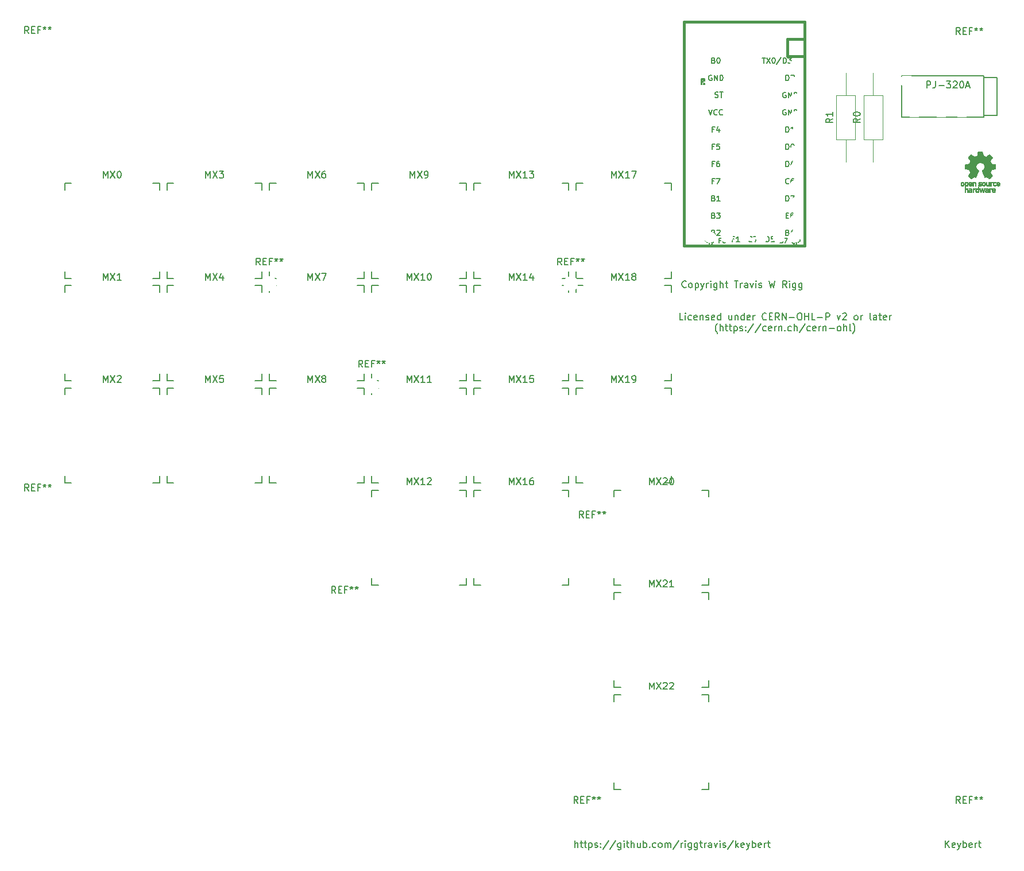
<source format=gbr>
%TF.GenerationSoftware,KiCad,Pcbnew,(6.0.5)*%
%TF.CreationDate,2022-05-16T23:14:11-04:00*%
%TF.ProjectId,keybert,6b657962-6572-4742-9e6b-696361645f70,0.0.1a*%
%TF.SameCoordinates,Original*%
%TF.FileFunction,Legend,Top*%
%TF.FilePolarity,Positive*%
%FSLAX46Y46*%
G04 Gerber Fmt 4.6, Leading zero omitted, Abs format (unit mm)*
G04 Created by KiCad (PCBNEW (6.0.5)) date 2022-05-16 23:14:11*
%MOMM*%
%LPD*%
G01*
G04 APERTURE LIST*
%ADD10C,0.150000*%
%ADD11C,0.120000*%
%ADD12C,0.010000*%
%ADD13C,0.381000*%
%ADD14R,1.752600X1.752600*%
%ADD15C,1.752600*%
%ADD16C,2.200000*%
%ADD17C,1.600000*%
%ADD18O,1.600000X1.600000*%
%ADD19C,1.500000*%
%ADD20O,2.200000X1.600000*%
%ADD21C,1.701800*%
%ADD22C,3.987800*%
%ADD23C,2.286000*%
%ADD24R,1.600000X1.600000*%
%ADD25R,1.600000X1.200000*%
%ADD26R,1.200000X1.600000*%
G04 APERTURE END LIST*
D10*
X116604880Y-62493271D02*
X116128690Y-62493271D01*
X116128690Y-61493271D01*
X116938214Y-62493271D02*
X116938214Y-61826605D01*
X116938214Y-61493271D02*
X116890595Y-61540891D01*
X116938214Y-61588510D01*
X116985833Y-61540891D01*
X116938214Y-61493271D01*
X116938214Y-61588510D01*
X117842976Y-62445652D02*
X117747738Y-62493271D01*
X117557261Y-62493271D01*
X117462023Y-62445652D01*
X117414404Y-62398033D01*
X117366785Y-62302795D01*
X117366785Y-62017081D01*
X117414404Y-61921843D01*
X117462023Y-61874224D01*
X117557261Y-61826605D01*
X117747738Y-61826605D01*
X117842976Y-61874224D01*
X118652500Y-62445652D02*
X118557261Y-62493271D01*
X118366785Y-62493271D01*
X118271547Y-62445652D01*
X118223928Y-62350414D01*
X118223928Y-61969462D01*
X118271547Y-61874224D01*
X118366785Y-61826605D01*
X118557261Y-61826605D01*
X118652500Y-61874224D01*
X118700119Y-61969462D01*
X118700119Y-62064700D01*
X118223928Y-62159938D01*
X119128690Y-61826605D02*
X119128690Y-62493271D01*
X119128690Y-61921843D02*
X119176309Y-61874224D01*
X119271547Y-61826605D01*
X119414404Y-61826605D01*
X119509642Y-61874224D01*
X119557261Y-61969462D01*
X119557261Y-62493271D01*
X119985833Y-62445652D02*
X120081071Y-62493271D01*
X120271547Y-62493271D01*
X120366785Y-62445652D01*
X120414404Y-62350414D01*
X120414404Y-62302795D01*
X120366785Y-62207557D01*
X120271547Y-62159938D01*
X120128690Y-62159938D01*
X120033452Y-62112319D01*
X119985833Y-62017081D01*
X119985833Y-61969462D01*
X120033452Y-61874224D01*
X120128690Y-61826605D01*
X120271547Y-61826605D01*
X120366785Y-61874224D01*
X121223928Y-62445652D02*
X121128690Y-62493271D01*
X120938214Y-62493271D01*
X120842976Y-62445652D01*
X120795357Y-62350414D01*
X120795357Y-61969462D01*
X120842976Y-61874224D01*
X120938214Y-61826605D01*
X121128690Y-61826605D01*
X121223928Y-61874224D01*
X121271547Y-61969462D01*
X121271547Y-62064700D01*
X120795357Y-62159938D01*
X122128690Y-62493271D02*
X122128690Y-61493271D01*
X122128690Y-62445652D02*
X122033452Y-62493271D01*
X121842976Y-62493271D01*
X121747738Y-62445652D01*
X121700119Y-62398033D01*
X121652500Y-62302795D01*
X121652500Y-62017081D01*
X121700119Y-61921843D01*
X121747738Y-61874224D01*
X121842976Y-61826605D01*
X122033452Y-61826605D01*
X122128690Y-61874224D01*
X123795357Y-61826605D02*
X123795357Y-62493271D01*
X123366785Y-61826605D02*
X123366785Y-62350414D01*
X123414404Y-62445652D01*
X123509642Y-62493271D01*
X123652500Y-62493271D01*
X123747738Y-62445652D01*
X123795357Y-62398033D01*
X124271547Y-61826605D02*
X124271547Y-62493271D01*
X124271547Y-61921843D02*
X124319166Y-61874224D01*
X124414404Y-61826605D01*
X124557261Y-61826605D01*
X124652500Y-61874224D01*
X124700119Y-61969462D01*
X124700119Y-62493271D01*
X125604880Y-62493271D02*
X125604880Y-61493271D01*
X125604880Y-62445652D02*
X125509642Y-62493271D01*
X125319166Y-62493271D01*
X125223928Y-62445652D01*
X125176309Y-62398033D01*
X125128690Y-62302795D01*
X125128690Y-62017081D01*
X125176309Y-61921843D01*
X125223928Y-61874224D01*
X125319166Y-61826605D01*
X125509642Y-61826605D01*
X125604880Y-61874224D01*
X126462023Y-62445652D02*
X126366785Y-62493271D01*
X126176309Y-62493271D01*
X126081071Y-62445652D01*
X126033452Y-62350414D01*
X126033452Y-61969462D01*
X126081071Y-61874224D01*
X126176309Y-61826605D01*
X126366785Y-61826605D01*
X126462023Y-61874224D01*
X126509642Y-61969462D01*
X126509642Y-62064700D01*
X126033452Y-62159938D01*
X126938214Y-62493271D02*
X126938214Y-61826605D01*
X126938214Y-62017081D02*
X126985833Y-61921843D01*
X127033452Y-61874224D01*
X127128690Y-61826605D01*
X127223928Y-61826605D01*
X128890595Y-62398033D02*
X128842976Y-62445652D01*
X128700119Y-62493271D01*
X128604880Y-62493271D01*
X128462023Y-62445652D01*
X128366785Y-62350414D01*
X128319166Y-62255176D01*
X128271547Y-62064700D01*
X128271547Y-61921843D01*
X128319166Y-61731367D01*
X128366785Y-61636129D01*
X128462023Y-61540891D01*
X128604880Y-61493271D01*
X128700119Y-61493271D01*
X128842976Y-61540891D01*
X128890595Y-61588510D01*
X129319166Y-61969462D02*
X129652500Y-61969462D01*
X129795357Y-62493271D02*
X129319166Y-62493271D01*
X129319166Y-61493271D01*
X129795357Y-61493271D01*
X130795357Y-62493271D02*
X130462023Y-62017081D01*
X130223928Y-62493271D02*
X130223928Y-61493271D01*
X130604880Y-61493271D01*
X130700119Y-61540891D01*
X130747738Y-61588510D01*
X130795357Y-61683748D01*
X130795357Y-61826605D01*
X130747738Y-61921843D01*
X130700119Y-61969462D01*
X130604880Y-62017081D01*
X130223928Y-62017081D01*
X131223928Y-62493271D02*
X131223928Y-61493271D01*
X131795357Y-62493271D01*
X131795357Y-61493271D01*
X132271547Y-62112319D02*
X133033452Y-62112319D01*
X133700119Y-61493271D02*
X133890595Y-61493271D01*
X133985833Y-61540891D01*
X134081071Y-61636129D01*
X134128690Y-61826605D01*
X134128690Y-62159938D01*
X134081071Y-62350414D01*
X133985833Y-62445652D01*
X133890595Y-62493271D01*
X133700119Y-62493271D01*
X133604880Y-62445652D01*
X133509642Y-62350414D01*
X133462023Y-62159938D01*
X133462023Y-61826605D01*
X133509642Y-61636129D01*
X133604880Y-61540891D01*
X133700119Y-61493271D01*
X134557261Y-62493271D02*
X134557261Y-61493271D01*
X134557261Y-61969462D02*
X135128690Y-61969462D01*
X135128690Y-62493271D02*
X135128690Y-61493271D01*
X136081071Y-62493271D02*
X135604880Y-62493271D01*
X135604880Y-61493271D01*
X136414404Y-62112319D02*
X137176309Y-62112319D01*
X137652500Y-62493271D02*
X137652500Y-61493271D01*
X138033452Y-61493271D01*
X138128690Y-61540891D01*
X138176309Y-61588510D01*
X138223928Y-61683748D01*
X138223928Y-61826605D01*
X138176309Y-61921843D01*
X138128690Y-61969462D01*
X138033452Y-62017081D01*
X137652500Y-62017081D01*
X139319166Y-61826605D02*
X139557261Y-62493271D01*
X139795357Y-61826605D01*
X140128690Y-61588510D02*
X140176309Y-61540891D01*
X140271547Y-61493271D01*
X140509642Y-61493271D01*
X140604880Y-61540891D01*
X140652500Y-61588510D01*
X140700119Y-61683748D01*
X140700119Y-61778986D01*
X140652500Y-61921843D01*
X140081071Y-62493271D01*
X140700119Y-62493271D01*
X142033452Y-62493271D02*
X141938214Y-62445652D01*
X141890595Y-62398033D01*
X141842976Y-62302795D01*
X141842976Y-62017081D01*
X141890595Y-61921843D01*
X141938214Y-61874224D01*
X142033452Y-61826605D01*
X142176309Y-61826605D01*
X142271547Y-61874224D01*
X142319166Y-61921843D01*
X142366785Y-62017081D01*
X142366785Y-62302795D01*
X142319166Y-62398033D01*
X142271547Y-62445652D01*
X142176309Y-62493271D01*
X142033452Y-62493271D01*
X142795357Y-62493271D02*
X142795357Y-61826605D01*
X142795357Y-62017081D02*
X142842976Y-61921843D01*
X142890595Y-61874224D01*
X142985833Y-61826605D01*
X143081071Y-61826605D01*
X144319166Y-62493271D02*
X144223928Y-62445652D01*
X144176309Y-62350414D01*
X144176309Y-61493271D01*
X145128690Y-62493271D02*
X145128690Y-61969462D01*
X145081071Y-61874224D01*
X144985833Y-61826605D01*
X144795357Y-61826605D01*
X144700119Y-61874224D01*
X145128690Y-62445652D02*
X145033452Y-62493271D01*
X144795357Y-62493271D01*
X144700119Y-62445652D01*
X144652500Y-62350414D01*
X144652500Y-62255176D01*
X144700119Y-62159938D01*
X144795357Y-62112319D01*
X145033452Y-62112319D01*
X145128690Y-62064700D01*
X145462023Y-61826605D02*
X145842976Y-61826605D01*
X145604880Y-61493271D02*
X145604880Y-62350414D01*
X145652500Y-62445652D01*
X145747738Y-62493271D01*
X145842976Y-62493271D01*
X146557261Y-62445652D02*
X146462023Y-62493271D01*
X146271547Y-62493271D01*
X146176309Y-62445652D01*
X146128690Y-62350414D01*
X146128690Y-61969462D01*
X146176309Y-61874224D01*
X146271547Y-61826605D01*
X146462023Y-61826605D01*
X146557261Y-61874224D01*
X146604880Y-61969462D01*
X146604880Y-62064700D01*
X146128690Y-62159938D01*
X147033452Y-62493271D02*
X147033452Y-61826605D01*
X147033452Y-62017081D02*
X147081071Y-61921843D01*
X147128690Y-61874224D01*
X147223928Y-61826605D01*
X147319166Y-61826605D01*
X121676309Y-64484224D02*
X121628690Y-64436605D01*
X121533452Y-64293748D01*
X121485833Y-64198510D01*
X121438214Y-64055652D01*
X121390595Y-63817557D01*
X121390595Y-63627081D01*
X121438214Y-63388986D01*
X121485833Y-63246129D01*
X121533452Y-63150891D01*
X121628690Y-63008033D01*
X121676309Y-62960414D01*
X122057261Y-64103271D02*
X122057261Y-63103271D01*
X122485833Y-64103271D02*
X122485833Y-63579462D01*
X122438214Y-63484224D01*
X122342976Y-63436605D01*
X122200119Y-63436605D01*
X122104880Y-63484224D01*
X122057261Y-63531843D01*
X122819166Y-63436605D02*
X123200119Y-63436605D01*
X122962023Y-63103271D02*
X122962023Y-63960414D01*
X123009642Y-64055652D01*
X123104880Y-64103271D01*
X123200119Y-64103271D01*
X123390595Y-63436605D02*
X123771547Y-63436605D01*
X123533452Y-63103271D02*
X123533452Y-63960414D01*
X123581071Y-64055652D01*
X123676309Y-64103271D01*
X123771547Y-64103271D01*
X124104880Y-63436605D02*
X124104880Y-64436605D01*
X124104880Y-63484224D02*
X124200119Y-63436605D01*
X124390595Y-63436605D01*
X124485833Y-63484224D01*
X124533452Y-63531843D01*
X124581071Y-63627081D01*
X124581071Y-63912795D01*
X124533452Y-64008033D01*
X124485833Y-64055652D01*
X124390595Y-64103271D01*
X124200119Y-64103271D01*
X124104880Y-64055652D01*
X124962023Y-64055652D02*
X125057261Y-64103271D01*
X125247738Y-64103271D01*
X125342976Y-64055652D01*
X125390595Y-63960414D01*
X125390595Y-63912795D01*
X125342976Y-63817557D01*
X125247738Y-63769938D01*
X125104880Y-63769938D01*
X125009642Y-63722319D01*
X124962023Y-63627081D01*
X124962023Y-63579462D01*
X125009642Y-63484224D01*
X125104880Y-63436605D01*
X125247738Y-63436605D01*
X125342976Y-63484224D01*
X125819166Y-64008033D02*
X125866785Y-64055652D01*
X125819166Y-64103271D01*
X125771547Y-64055652D01*
X125819166Y-64008033D01*
X125819166Y-64103271D01*
X125819166Y-63484224D02*
X125866785Y-63531843D01*
X125819166Y-63579462D01*
X125771547Y-63531843D01*
X125819166Y-63484224D01*
X125819166Y-63579462D01*
X127009642Y-63055652D02*
X126152500Y-64341367D01*
X128057261Y-63055652D02*
X127200119Y-64341367D01*
X128819166Y-64055652D02*
X128723928Y-64103271D01*
X128533452Y-64103271D01*
X128438214Y-64055652D01*
X128390595Y-64008033D01*
X128342976Y-63912795D01*
X128342976Y-63627081D01*
X128390595Y-63531843D01*
X128438214Y-63484224D01*
X128533452Y-63436605D01*
X128723928Y-63436605D01*
X128819166Y-63484224D01*
X129628690Y-64055652D02*
X129533452Y-64103271D01*
X129342976Y-64103271D01*
X129247738Y-64055652D01*
X129200119Y-63960414D01*
X129200119Y-63579462D01*
X129247738Y-63484224D01*
X129342976Y-63436605D01*
X129533452Y-63436605D01*
X129628690Y-63484224D01*
X129676309Y-63579462D01*
X129676309Y-63674700D01*
X129200119Y-63769938D01*
X130104880Y-64103271D02*
X130104880Y-63436605D01*
X130104880Y-63627081D02*
X130152500Y-63531843D01*
X130200119Y-63484224D01*
X130295357Y-63436605D01*
X130390595Y-63436605D01*
X130723928Y-63436605D02*
X130723928Y-64103271D01*
X130723928Y-63531843D02*
X130771547Y-63484224D01*
X130866785Y-63436605D01*
X131009642Y-63436605D01*
X131104880Y-63484224D01*
X131152500Y-63579462D01*
X131152500Y-64103271D01*
X131628690Y-64008033D02*
X131676309Y-64055652D01*
X131628690Y-64103271D01*
X131581071Y-64055652D01*
X131628690Y-64008033D01*
X131628690Y-64103271D01*
X132533452Y-64055652D02*
X132438214Y-64103271D01*
X132247738Y-64103271D01*
X132152500Y-64055652D01*
X132104880Y-64008033D01*
X132057261Y-63912795D01*
X132057261Y-63627081D01*
X132104880Y-63531843D01*
X132152500Y-63484224D01*
X132247738Y-63436605D01*
X132438214Y-63436605D01*
X132533452Y-63484224D01*
X132962023Y-64103271D02*
X132962023Y-63103271D01*
X133390595Y-64103271D02*
X133390595Y-63579462D01*
X133342976Y-63484224D01*
X133247738Y-63436605D01*
X133104880Y-63436605D01*
X133009642Y-63484224D01*
X132962023Y-63531843D01*
X134581071Y-63055652D02*
X133723928Y-64341367D01*
X135342976Y-64055652D02*
X135247738Y-64103271D01*
X135057261Y-64103271D01*
X134962023Y-64055652D01*
X134914404Y-64008033D01*
X134866785Y-63912795D01*
X134866785Y-63627081D01*
X134914404Y-63531843D01*
X134962023Y-63484224D01*
X135057261Y-63436605D01*
X135247738Y-63436605D01*
X135342976Y-63484224D01*
X136152500Y-64055652D02*
X136057261Y-64103271D01*
X135866785Y-64103271D01*
X135771547Y-64055652D01*
X135723928Y-63960414D01*
X135723928Y-63579462D01*
X135771547Y-63484224D01*
X135866785Y-63436605D01*
X136057261Y-63436605D01*
X136152500Y-63484224D01*
X136200119Y-63579462D01*
X136200119Y-63674700D01*
X135723928Y-63769938D01*
X136628690Y-64103271D02*
X136628690Y-63436605D01*
X136628690Y-63627081D02*
X136676309Y-63531843D01*
X136723928Y-63484224D01*
X136819166Y-63436605D01*
X136914404Y-63436605D01*
X137247738Y-63436605D02*
X137247738Y-64103271D01*
X137247738Y-63531843D02*
X137295357Y-63484224D01*
X137390595Y-63436605D01*
X137533452Y-63436605D01*
X137628690Y-63484224D01*
X137676309Y-63579462D01*
X137676309Y-64103271D01*
X138152500Y-63722319D02*
X138914404Y-63722319D01*
X139533452Y-64103271D02*
X139438214Y-64055652D01*
X139390595Y-64008033D01*
X139342976Y-63912795D01*
X139342976Y-63627081D01*
X139390595Y-63531843D01*
X139438214Y-63484224D01*
X139533452Y-63436605D01*
X139676309Y-63436605D01*
X139771547Y-63484224D01*
X139819166Y-63531843D01*
X139866785Y-63627081D01*
X139866785Y-63912795D01*
X139819166Y-64008033D01*
X139771547Y-64055652D01*
X139676309Y-64103271D01*
X139533452Y-64103271D01*
X140295357Y-64103271D02*
X140295357Y-63103271D01*
X140723928Y-64103271D02*
X140723928Y-63579462D01*
X140676309Y-63484224D01*
X140581071Y-63436605D01*
X140438214Y-63436605D01*
X140342976Y-63484224D01*
X140295357Y-63531843D01*
X141342976Y-64103271D02*
X141247738Y-64055652D01*
X141200119Y-63960414D01*
X141200119Y-63103271D01*
X141628690Y-64484224D02*
X141676309Y-64436605D01*
X141771547Y-64293748D01*
X141819166Y-64198510D01*
X141866785Y-64055652D01*
X141914404Y-63817557D01*
X141914404Y-63627081D01*
X141866785Y-63388986D01*
X141819166Y-63246129D01*
X141771547Y-63150891D01*
X141676309Y-63008033D01*
X141628690Y-62960414D01*
X117064404Y-57646783D02*
X117016785Y-57694402D01*
X116873928Y-57742021D01*
X116778690Y-57742021D01*
X116635833Y-57694402D01*
X116540595Y-57599164D01*
X116492976Y-57503926D01*
X116445357Y-57313450D01*
X116445357Y-57170593D01*
X116492976Y-56980117D01*
X116540595Y-56884879D01*
X116635833Y-56789641D01*
X116778690Y-56742021D01*
X116873928Y-56742021D01*
X117016785Y-56789641D01*
X117064404Y-56837260D01*
X117635833Y-57742021D02*
X117540595Y-57694402D01*
X117492976Y-57646783D01*
X117445357Y-57551545D01*
X117445357Y-57265831D01*
X117492976Y-57170593D01*
X117540595Y-57122974D01*
X117635833Y-57075355D01*
X117778690Y-57075355D01*
X117873928Y-57122974D01*
X117921547Y-57170593D01*
X117969166Y-57265831D01*
X117969166Y-57551545D01*
X117921547Y-57646783D01*
X117873928Y-57694402D01*
X117778690Y-57742021D01*
X117635833Y-57742021D01*
X118397738Y-57075355D02*
X118397738Y-58075355D01*
X118397738Y-57122974D02*
X118492976Y-57075355D01*
X118683452Y-57075355D01*
X118778690Y-57122974D01*
X118826309Y-57170593D01*
X118873928Y-57265831D01*
X118873928Y-57551545D01*
X118826309Y-57646783D01*
X118778690Y-57694402D01*
X118683452Y-57742021D01*
X118492976Y-57742021D01*
X118397738Y-57694402D01*
X119207261Y-57075355D02*
X119445357Y-57742021D01*
X119683452Y-57075355D02*
X119445357Y-57742021D01*
X119350119Y-57980117D01*
X119302500Y-58027736D01*
X119207261Y-58075355D01*
X120064404Y-57742021D02*
X120064404Y-57075355D01*
X120064404Y-57265831D02*
X120112023Y-57170593D01*
X120159642Y-57122974D01*
X120254880Y-57075355D01*
X120350119Y-57075355D01*
X120683452Y-57742021D02*
X120683452Y-57075355D01*
X120683452Y-56742021D02*
X120635833Y-56789641D01*
X120683452Y-56837260D01*
X120731071Y-56789641D01*
X120683452Y-56742021D01*
X120683452Y-56837260D01*
X121588214Y-57075355D02*
X121588214Y-57884879D01*
X121540595Y-57980117D01*
X121492976Y-58027736D01*
X121397738Y-58075355D01*
X121254880Y-58075355D01*
X121159642Y-58027736D01*
X121588214Y-57694402D02*
X121492976Y-57742021D01*
X121302500Y-57742021D01*
X121207261Y-57694402D01*
X121159642Y-57646783D01*
X121112023Y-57551545D01*
X121112023Y-57265831D01*
X121159642Y-57170593D01*
X121207261Y-57122974D01*
X121302500Y-57075355D01*
X121492976Y-57075355D01*
X121588214Y-57122974D01*
X122064404Y-57742021D02*
X122064404Y-56742021D01*
X122492976Y-57742021D02*
X122492976Y-57218212D01*
X122445357Y-57122974D01*
X122350119Y-57075355D01*
X122207261Y-57075355D01*
X122112023Y-57122974D01*
X122064404Y-57170593D01*
X122826309Y-57075355D02*
X123207261Y-57075355D01*
X122969166Y-56742021D02*
X122969166Y-57599164D01*
X123016785Y-57694402D01*
X123112023Y-57742021D01*
X123207261Y-57742021D01*
X124159642Y-56742021D02*
X124731071Y-56742021D01*
X124445357Y-57742021D02*
X124445357Y-56742021D01*
X125064404Y-57742021D02*
X125064404Y-57075355D01*
X125064404Y-57265831D02*
X125112023Y-57170593D01*
X125159642Y-57122974D01*
X125254880Y-57075355D01*
X125350119Y-57075355D01*
X126112023Y-57742021D02*
X126112023Y-57218212D01*
X126064404Y-57122974D01*
X125969166Y-57075355D01*
X125778690Y-57075355D01*
X125683452Y-57122974D01*
X126112023Y-57694402D02*
X126016785Y-57742021D01*
X125778690Y-57742021D01*
X125683452Y-57694402D01*
X125635833Y-57599164D01*
X125635833Y-57503926D01*
X125683452Y-57408688D01*
X125778690Y-57361069D01*
X126016785Y-57361069D01*
X126112023Y-57313450D01*
X126492976Y-57075355D02*
X126731071Y-57742021D01*
X126969166Y-57075355D01*
X127350119Y-57742021D02*
X127350119Y-57075355D01*
X127350119Y-56742021D02*
X127302500Y-56789641D01*
X127350119Y-56837260D01*
X127397738Y-56789641D01*
X127350119Y-56742021D01*
X127350119Y-56837260D01*
X127778690Y-57694402D02*
X127873928Y-57742021D01*
X128064404Y-57742021D01*
X128159642Y-57694402D01*
X128207261Y-57599164D01*
X128207261Y-57551545D01*
X128159642Y-57456307D01*
X128064404Y-57408688D01*
X127921547Y-57408688D01*
X127826309Y-57361069D01*
X127778690Y-57265831D01*
X127778690Y-57218212D01*
X127826309Y-57122974D01*
X127921547Y-57075355D01*
X128064404Y-57075355D01*
X128159642Y-57122974D01*
X129302500Y-56742021D02*
X129540595Y-57742021D01*
X129731071Y-57027736D01*
X129921547Y-57742021D01*
X130159642Y-56742021D01*
X131873928Y-57742021D02*
X131540595Y-57265831D01*
X131302500Y-57742021D02*
X131302500Y-56742021D01*
X131683452Y-56742021D01*
X131778690Y-56789641D01*
X131826309Y-56837260D01*
X131873928Y-56932498D01*
X131873928Y-57075355D01*
X131826309Y-57170593D01*
X131778690Y-57218212D01*
X131683452Y-57265831D01*
X131302500Y-57265831D01*
X132302500Y-57742021D02*
X132302500Y-57075355D01*
X132302500Y-56742021D02*
X132254880Y-56789641D01*
X132302500Y-56837260D01*
X132350119Y-56789641D01*
X132302500Y-56742021D01*
X132302500Y-56837260D01*
X133207261Y-57075355D02*
X133207261Y-57884879D01*
X133159642Y-57980117D01*
X133112023Y-58027736D01*
X133016785Y-58075355D01*
X132873928Y-58075355D01*
X132778690Y-58027736D01*
X133207261Y-57694402D02*
X133112023Y-57742021D01*
X132921547Y-57742021D01*
X132826309Y-57694402D01*
X132778690Y-57646783D01*
X132731071Y-57551545D01*
X132731071Y-57265831D01*
X132778690Y-57170593D01*
X132826309Y-57122974D01*
X132921547Y-57075355D01*
X133112023Y-57075355D01*
X133207261Y-57122974D01*
X134112023Y-57075355D02*
X134112023Y-57884879D01*
X134064404Y-57980117D01*
X134016785Y-58027736D01*
X133921547Y-58075355D01*
X133778690Y-58075355D01*
X133683452Y-58027736D01*
X134112023Y-57694402D02*
X134016785Y-57742021D01*
X133826309Y-57742021D01*
X133731071Y-57694402D01*
X133683452Y-57646783D01*
X133635833Y-57551545D01*
X133635833Y-57265831D01*
X133683452Y-57170593D01*
X133731071Y-57122974D01*
X133826309Y-57075355D01*
X134016785Y-57075355D01*
X134112023Y-57122974D01*
X155298630Y-140292021D02*
X155298630Y-139292021D01*
X155870059Y-140292021D02*
X155441488Y-139720593D01*
X155870059Y-139292021D02*
X155298630Y-139863450D01*
X156679583Y-140244402D02*
X156584345Y-140292021D01*
X156393869Y-140292021D01*
X156298630Y-140244402D01*
X156251011Y-140149164D01*
X156251011Y-139768212D01*
X156298630Y-139672974D01*
X156393869Y-139625355D01*
X156584345Y-139625355D01*
X156679583Y-139672974D01*
X156727202Y-139768212D01*
X156727202Y-139863450D01*
X156251011Y-139958688D01*
X157060535Y-139625355D02*
X157298630Y-140292021D01*
X157536726Y-139625355D02*
X157298630Y-140292021D01*
X157203392Y-140530117D01*
X157155773Y-140577736D01*
X157060535Y-140625355D01*
X157917678Y-140292021D02*
X157917678Y-139292021D01*
X157917678Y-139672974D02*
X158012916Y-139625355D01*
X158203392Y-139625355D01*
X158298630Y-139672974D01*
X158346250Y-139720593D01*
X158393869Y-139815831D01*
X158393869Y-140101545D01*
X158346250Y-140196783D01*
X158298630Y-140244402D01*
X158203392Y-140292021D01*
X158012916Y-140292021D01*
X157917678Y-140244402D01*
X159203392Y-140244402D02*
X159108154Y-140292021D01*
X158917678Y-140292021D01*
X158822440Y-140244402D01*
X158774821Y-140149164D01*
X158774821Y-139768212D01*
X158822440Y-139672974D01*
X158917678Y-139625355D01*
X159108154Y-139625355D01*
X159203392Y-139672974D01*
X159251011Y-139768212D01*
X159251011Y-139863450D01*
X158774821Y-139958688D01*
X159679583Y-140292021D02*
X159679583Y-139625355D01*
X159679583Y-139815831D02*
X159727202Y-139720593D01*
X159774821Y-139672974D01*
X159870059Y-139625355D01*
X159965297Y-139625355D01*
X160155773Y-139625355D02*
X160536726Y-139625355D01*
X160298630Y-139292021D02*
X160298630Y-140149164D01*
X160346250Y-140244402D01*
X160441488Y-140292021D01*
X160536726Y-140292021D01*
X100674226Y-140292021D02*
X100674226Y-139292021D01*
X101102797Y-140292021D02*
X101102797Y-139768212D01*
X101055178Y-139672974D01*
X100959940Y-139625355D01*
X100817083Y-139625355D01*
X100721845Y-139672974D01*
X100674226Y-139720593D01*
X101436130Y-139625355D02*
X101817083Y-139625355D01*
X101578988Y-139292021D02*
X101578988Y-140149164D01*
X101626607Y-140244402D01*
X101721845Y-140292021D01*
X101817083Y-140292021D01*
X102007559Y-139625355D02*
X102388511Y-139625355D01*
X102150416Y-139292021D02*
X102150416Y-140149164D01*
X102198035Y-140244402D01*
X102293273Y-140292021D01*
X102388511Y-140292021D01*
X102721845Y-139625355D02*
X102721845Y-140625355D01*
X102721845Y-139672974D02*
X102817083Y-139625355D01*
X103007559Y-139625355D01*
X103102797Y-139672974D01*
X103150416Y-139720593D01*
X103198035Y-139815831D01*
X103198035Y-140101545D01*
X103150416Y-140196783D01*
X103102797Y-140244402D01*
X103007559Y-140292021D01*
X102817083Y-140292021D01*
X102721845Y-140244402D01*
X103578988Y-140244402D02*
X103674226Y-140292021D01*
X103864702Y-140292021D01*
X103959940Y-140244402D01*
X104007559Y-140149164D01*
X104007559Y-140101545D01*
X103959940Y-140006307D01*
X103864702Y-139958688D01*
X103721845Y-139958688D01*
X103626607Y-139911069D01*
X103578988Y-139815831D01*
X103578988Y-139768212D01*
X103626607Y-139672974D01*
X103721845Y-139625355D01*
X103864702Y-139625355D01*
X103959940Y-139672974D01*
X104436130Y-140196783D02*
X104483750Y-140244402D01*
X104436130Y-140292021D01*
X104388511Y-140244402D01*
X104436130Y-140196783D01*
X104436130Y-140292021D01*
X104436130Y-139672974D02*
X104483750Y-139720593D01*
X104436130Y-139768212D01*
X104388511Y-139720593D01*
X104436130Y-139672974D01*
X104436130Y-139768212D01*
X105626607Y-139244402D02*
X104769464Y-140530117D01*
X106674226Y-139244402D02*
X105817083Y-140530117D01*
X107436130Y-139625355D02*
X107436130Y-140434879D01*
X107388511Y-140530117D01*
X107340892Y-140577736D01*
X107245654Y-140625355D01*
X107102797Y-140625355D01*
X107007559Y-140577736D01*
X107436130Y-140244402D02*
X107340892Y-140292021D01*
X107150416Y-140292021D01*
X107055178Y-140244402D01*
X107007559Y-140196783D01*
X106959940Y-140101545D01*
X106959940Y-139815831D01*
X107007559Y-139720593D01*
X107055178Y-139672974D01*
X107150416Y-139625355D01*
X107340892Y-139625355D01*
X107436130Y-139672974D01*
X107912321Y-140292021D02*
X107912321Y-139625355D01*
X107912321Y-139292021D02*
X107864702Y-139339641D01*
X107912321Y-139387260D01*
X107959940Y-139339641D01*
X107912321Y-139292021D01*
X107912321Y-139387260D01*
X108245654Y-139625355D02*
X108626607Y-139625355D01*
X108388511Y-139292021D02*
X108388511Y-140149164D01*
X108436130Y-140244402D01*
X108531369Y-140292021D01*
X108626607Y-140292021D01*
X108959940Y-140292021D02*
X108959940Y-139292021D01*
X109388511Y-140292021D02*
X109388511Y-139768212D01*
X109340892Y-139672974D01*
X109245654Y-139625355D01*
X109102797Y-139625355D01*
X109007559Y-139672974D01*
X108959940Y-139720593D01*
X110293273Y-139625355D02*
X110293273Y-140292021D01*
X109864702Y-139625355D02*
X109864702Y-140149164D01*
X109912321Y-140244402D01*
X110007559Y-140292021D01*
X110150416Y-140292021D01*
X110245654Y-140244402D01*
X110293273Y-140196783D01*
X110769464Y-140292021D02*
X110769464Y-139292021D01*
X110769464Y-139672974D02*
X110864702Y-139625355D01*
X111055178Y-139625355D01*
X111150416Y-139672974D01*
X111198035Y-139720593D01*
X111245654Y-139815831D01*
X111245654Y-140101545D01*
X111198035Y-140196783D01*
X111150416Y-140244402D01*
X111055178Y-140292021D01*
X110864702Y-140292021D01*
X110769464Y-140244402D01*
X111674226Y-140196783D02*
X111721845Y-140244402D01*
X111674226Y-140292021D01*
X111626607Y-140244402D01*
X111674226Y-140196783D01*
X111674226Y-140292021D01*
X112578988Y-140244402D02*
X112483750Y-140292021D01*
X112293273Y-140292021D01*
X112198035Y-140244402D01*
X112150416Y-140196783D01*
X112102797Y-140101545D01*
X112102797Y-139815831D01*
X112150416Y-139720593D01*
X112198035Y-139672974D01*
X112293273Y-139625355D01*
X112483750Y-139625355D01*
X112578988Y-139672974D01*
X113150416Y-140292021D02*
X113055178Y-140244402D01*
X113007559Y-140196783D01*
X112959940Y-140101545D01*
X112959940Y-139815831D01*
X113007559Y-139720593D01*
X113055178Y-139672974D01*
X113150416Y-139625355D01*
X113293273Y-139625355D01*
X113388511Y-139672974D01*
X113436130Y-139720593D01*
X113483750Y-139815831D01*
X113483750Y-140101545D01*
X113436130Y-140196783D01*
X113388511Y-140244402D01*
X113293273Y-140292021D01*
X113150416Y-140292021D01*
X113912321Y-140292021D02*
X113912321Y-139625355D01*
X113912321Y-139720593D02*
X113959940Y-139672974D01*
X114055178Y-139625355D01*
X114198035Y-139625355D01*
X114293273Y-139672974D01*
X114340892Y-139768212D01*
X114340892Y-140292021D01*
X114340892Y-139768212D02*
X114388511Y-139672974D01*
X114483750Y-139625355D01*
X114626607Y-139625355D01*
X114721845Y-139672974D01*
X114769464Y-139768212D01*
X114769464Y-140292021D01*
X115959940Y-139244402D02*
X115102797Y-140530117D01*
X116293273Y-140292021D02*
X116293273Y-139625355D01*
X116293273Y-139815831D02*
X116340892Y-139720593D01*
X116388511Y-139672974D01*
X116483750Y-139625355D01*
X116578988Y-139625355D01*
X116912321Y-140292021D02*
X116912321Y-139625355D01*
X116912321Y-139292021D02*
X116864702Y-139339641D01*
X116912321Y-139387260D01*
X116959940Y-139339641D01*
X116912321Y-139292021D01*
X116912321Y-139387260D01*
X117817083Y-139625355D02*
X117817083Y-140434879D01*
X117769464Y-140530117D01*
X117721845Y-140577736D01*
X117626607Y-140625355D01*
X117483750Y-140625355D01*
X117388511Y-140577736D01*
X117817083Y-140244402D02*
X117721845Y-140292021D01*
X117531369Y-140292021D01*
X117436130Y-140244402D01*
X117388511Y-140196783D01*
X117340892Y-140101545D01*
X117340892Y-139815831D01*
X117388511Y-139720593D01*
X117436130Y-139672974D01*
X117531369Y-139625355D01*
X117721845Y-139625355D01*
X117817083Y-139672974D01*
X118721845Y-139625355D02*
X118721845Y-140434879D01*
X118674226Y-140530117D01*
X118626607Y-140577736D01*
X118531369Y-140625355D01*
X118388511Y-140625355D01*
X118293273Y-140577736D01*
X118721845Y-140244402D02*
X118626607Y-140292021D01*
X118436130Y-140292021D01*
X118340892Y-140244402D01*
X118293273Y-140196783D01*
X118245654Y-140101545D01*
X118245654Y-139815831D01*
X118293273Y-139720593D01*
X118340892Y-139672974D01*
X118436130Y-139625355D01*
X118626607Y-139625355D01*
X118721845Y-139672974D01*
X119055178Y-139625355D02*
X119436130Y-139625355D01*
X119198035Y-139292021D02*
X119198035Y-140149164D01*
X119245654Y-140244402D01*
X119340892Y-140292021D01*
X119436130Y-140292021D01*
X119769464Y-140292021D02*
X119769464Y-139625355D01*
X119769464Y-139815831D02*
X119817083Y-139720593D01*
X119864702Y-139672974D01*
X119959940Y-139625355D01*
X120055178Y-139625355D01*
X120817083Y-140292021D02*
X120817083Y-139768212D01*
X120769464Y-139672974D01*
X120674226Y-139625355D01*
X120483750Y-139625355D01*
X120388511Y-139672974D01*
X120817083Y-140244402D02*
X120721845Y-140292021D01*
X120483750Y-140292021D01*
X120388511Y-140244402D01*
X120340892Y-140149164D01*
X120340892Y-140053926D01*
X120388511Y-139958688D01*
X120483750Y-139911069D01*
X120721845Y-139911069D01*
X120817083Y-139863450D01*
X121198035Y-139625355D02*
X121436130Y-140292021D01*
X121674226Y-139625355D01*
X122055178Y-140292021D02*
X122055178Y-139625355D01*
X122055178Y-139292021D02*
X122007559Y-139339641D01*
X122055178Y-139387260D01*
X122102797Y-139339641D01*
X122055178Y-139292021D01*
X122055178Y-139387260D01*
X122483750Y-140244402D02*
X122578988Y-140292021D01*
X122769464Y-140292021D01*
X122864702Y-140244402D01*
X122912321Y-140149164D01*
X122912321Y-140101545D01*
X122864702Y-140006307D01*
X122769464Y-139958688D01*
X122626607Y-139958688D01*
X122531369Y-139911069D01*
X122483750Y-139815831D01*
X122483750Y-139768212D01*
X122531369Y-139672974D01*
X122626607Y-139625355D01*
X122769464Y-139625355D01*
X122864702Y-139672974D01*
X124055178Y-139244402D02*
X123198035Y-140530117D01*
X124388511Y-140292021D02*
X124388511Y-139292021D01*
X124483750Y-139911069D02*
X124769464Y-140292021D01*
X124769464Y-139625355D02*
X124388511Y-140006307D01*
X125578988Y-140244402D02*
X125483750Y-140292021D01*
X125293273Y-140292021D01*
X125198035Y-140244402D01*
X125150416Y-140149164D01*
X125150416Y-139768212D01*
X125198035Y-139672974D01*
X125293273Y-139625355D01*
X125483750Y-139625355D01*
X125578988Y-139672974D01*
X125626607Y-139768212D01*
X125626607Y-139863450D01*
X125150416Y-139958688D01*
X125959940Y-139625355D02*
X126198035Y-140292021D01*
X126436130Y-139625355D02*
X126198035Y-140292021D01*
X126102797Y-140530117D01*
X126055178Y-140577736D01*
X125959940Y-140625355D01*
X126817083Y-140292021D02*
X126817083Y-139292021D01*
X126817083Y-139672974D02*
X126912321Y-139625355D01*
X127102797Y-139625355D01*
X127198035Y-139672974D01*
X127245654Y-139720593D01*
X127293273Y-139815831D01*
X127293273Y-140101545D01*
X127245654Y-140196783D01*
X127198035Y-140244402D01*
X127102797Y-140292021D01*
X126912321Y-140292021D01*
X126817083Y-140244402D01*
X128102797Y-140244402D02*
X128007559Y-140292021D01*
X127817083Y-140292021D01*
X127721845Y-140244402D01*
X127674226Y-140149164D01*
X127674226Y-139768212D01*
X127721845Y-139672974D01*
X127817083Y-139625355D01*
X128007559Y-139625355D01*
X128102797Y-139672974D01*
X128150416Y-139768212D01*
X128150416Y-139863450D01*
X127674226Y-139958688D01*
X128578988Y-140292021D02*
X128578988Y-139625355D01*
X128578988Y-139815831D02*
X128626607Y-139720593D01*
X128674226Y-139672974D01*
X128769464Y-139625355D01*
X128864702Y-139625355D01*
X129055178Y-139625355D02*
X129436130Y-139625355D01*
X129198035Y-139292021D02*
X129198035Y-140149164D01*
X129245654Y-140244402D01*
X129340892Y-140292021D01*
X129436130Y-140292021D01*
%TO.C,REF\u002A\u002A*%
X157465416Y-20410771D02*
X157132083Y-19934581D01*
X156893988Y-20410771D02*
X156893988Y-19410771D01*
X157274940Y-19410771D01*
X157370178Y-19458391D01*
X157417797Y-19506010D01*
X157465416Y-19601248D01*
X157465416Y-19744105D01*
X157417797Y-19839343D01*
X157370178Y-19886962D01*
X157274940Y-19934581D01*
X156893988Y-19934581D01*
X157893988Y-19886962D02*
X158227321Y-19886962D01*
X158370178Y-20410771D02*
X157893988Y-20410771D01*
X157893988Y-19410771D01*
X158370178Y-19410771D01*
X159132083Y-19886962D02*
X158798750Y-19886962D01*
X158798750Y-20410771D02*
X158798750Y-19410771D01*
X159274940Y-19410771D01*
X159798750Y-19410771D02*
X159798750Y-19648867D01*
X159560654Y-19553629D02*
X159798750Y-19648867D01*
X160036845Y-19553629D01*
X159655892Y-19839343D02*
X159798750Y-19648867D01*
X159941607Y-19839343D01*
X160560654Y-19410771D02*
X160560654Y-19648867D01*
X160322559Y-19553629D02*
X160560654Y-19648867D01*
X160798750Y-19553629D01*
X160417797Y-19839343D02*
X160560654Y-19648867D01*
X160703511Y-19839343D01*
%TO.C,R0*%
X142709880Y-32807557D02*
X142233690Y-33140891D01*
X142709880Y-33378986D02*
X141709880Y-33378986D01*
X141709880Y-32998033D01*
X141757500Y-32902795D01*
X141805119Y-32855176D01*
X141900357Y-32807557D01*
X142043214Y-32807557D01*
X142138452Y-32855176D01*
X142186071Y-32902795D01*
X142233690Y-32998033D01*
X142233690Y-33378986D01*
X141709880Y-32188510D02*
X141709880Y-32093271D01*
X141757500Y-31998033D01*
X141805119Y-31950414D01*
X141900357Y-31902795D01*
X142090833Y-31855176D01*
X142328928Y-31855176D01*
X142519404Y-31902795D01*
X142614642Y-31950414D01*
X142662261Y-31998033D01*
X142709880Y-32093271D01*
X142709880Y-32188510D01*
X142662261Y-32283748D01*
X142614642Y-32331367D01*
X142519404Y-32378986D01*
X142328928Y-32426605D01*
X142090833Y-32426605D01*
X141900357Y-32378986D01*
X141805119Y-32331367D01*
X141757500Y-32283748D01*
X141709880Y-32188510D01*
%TO.C,REF\u002A\u002A*%
X20146666Y-20252021D02*
X19813333Y-19775831D01*
X19575238Y-20252021D02*
X19575238Y-19252021D01*
X19956190Y-19252021D01*
X20051428Y-19299641D01*
X20099047Y-19347260D01*
X20146666Y-19442498D01*
X20146666Y-19585355D01*
X20099047Y-19680593D01*
X20051428Y-19728212D01*
X19956190Y-19775831D01*
X19575238Y-19775831D01*
X20575238Y-19728212D02*
X20908571Y-19728212D01*
X21051428Y-20252021D02*
X20575238Y-20252021D01*
X20575238Y-19252021D01*
X21051428Y-19252021D01*
X21813333Y-19728212D02*
X21480000Y-19728212D01*
X21480000Y-20252021D02*
X21480000Y-19252021D01*
X21956190Y-19252021D01*
X22480000Y-19252021D02*
X22480000Y-19490117D01*
X22241904Y-19394879D02*
X22480000Y-19490117D01*
X22718095Y-19394879D01*
X22337142Y-19680593D02*
X22480000Y-19490117D01*
X22622857Y-19680593D01*
X23241904Y-19252021D02*
X23241904Y-19490117D01*
X23003809Y-19394879D02*
X23241904Y-19490117D01*
X23480000Y-19394879D01*
X23099047Y-19680593D02*
X23241904Y-19490117D01*
X23384761Y-19680593D01*
%TO.C,J0*%
X152533452Y-28299521D02*
X152533452Y-27299521D01*
X152914404Y-27299521D01*
X153009642Y-27347141D01*
X153057261Y-27394760D01*
X153104880Y-27489998D01*
X153104880Y-27632855D01*
X153057261Y-27728093D01*
X153009642Y-27775712D01*
X152914404Y-27823331D01*
X152533452Y-27823331D01*
X153819166Y-27299521D02*
X153819166Y-28013807D01*
X153771547Y-28156664D01*
X153676309Y-28251902D01*
X153533452Y-28299521D01*
X153438214Y-28299521D01*
X154295357Y-27918569D02*
X155057261Y-27918569D01*
X155438214Y-27299521D02*
X156057261Y-27299521D01*
X155723928Y-27680474D01*
X155866785Y-27680474D01*
X155962023Y-27728093D01*
X156009642Y-27775712D01*
X156057261Y-27870950D01*
X156057261Y-28109045D01*
X156009642Y-28204283D01*
X155962023Y-28251902D01*
X155866785Y-28299521D01*
X155581071Y-28299521D01*
X155485833Y-28251902D01*
X155438214Y-28204283D01*
X156438214Y-27394760D02*
X156485833Y-27347141D01*
X156581071Y-27299521D01*
X156819166Y-27299521D01*
X156914404Y-27347141D01*
X156962023Y-27394760D01*
X157009642Y-27489998D01*
X157009642Y-27585236D01*
X156962023Y-27728093D01*
X156390595Y-28299521D01*
X157009642Y-28299521D01*
X157628690Y-27299521D02*
X157723928Y-27299521D01*
X157819166Y-27347141D01*
X157866785Y-27394760D01*
X157914404Y-27489998D01*
X157962023Y-27680474D01*
X157962023Y-27918569D01*
X157914404Y-28109045D01*
X157866785Y-28204283D01*
X157819166Y-28251902D01*
X157723928Y-28299521D01*
X157628690Y-28299521D01*
X157533452Y-28251902D01*
X157485833Y-28204283D01*
X157438214Y-28109045D01*
X157390595Y-27918569D01*
X157390595Y-27680474D01*
X157438214Y-27489998D01*
X157485833Y-27394760D01*
X157533452Y-27347141D01*
X157628690Y-27299521D01*
X158342976Y-28013807D02*
X158819166Y-28013807D01*
X158247738Y-28299521D02*
X158581071Y-27299521D01*
X158914404Y-28299521D01*
%TO.C,REF\u002A\u002A*%
X157465416Y-133758271D02*
X157132083Y-133282081D01*
X156893988Y-133758271D02*
X156893988Y-132758271D01*
X157274940Y-132758271D01*
X157370178Y-132805891D01*
X157417797Y-132853510D01*
X157465416Y-132948748D01*
X157465416Y-133091605D01*
X157417797Y-133186843D01*
X157370178Y-133234462D01*
X157274940Y-133282081D01*
X156893988Y-133282081D01*
X157893988Y-133234462D02*
X158227321Y-133234462D01*
X158370178Y-133758271D02*
X157893988Y-133758271D01*
X157893988Y-132758271D01*
X158370178Y-132758271D01*
X159132083Y-133234462D02*
X158798750Y-133234462D01*
X158798750Y-133758271D02*
X158798750Y-132758271D01*
X159274940Y-132758271D01*
X159798750Y-132758271D02*
X159798750Y-132996367D01*
X159560654Y-132901129D02*
X159798750Y-132996367D01*
X160036845Y-132901129D01*
X159655892Y-133186843D02*
X159798750Y-132996367D01*
X159941607Y-133186843D01*
X160560654Y-132758271D02*
X160560654Y-132996367D01*
X160322559Y-132901129D02*
X160560654Y-132996367D01*
X160798750Y-132901129D01*
X160417797Y-133186843D02*
X160560654Y-132996367D01*
X160703511Y-133186843D01*
%TO.C,MX19*%
X106078095Y-71712021D02*
X106078095Y-70712021D01*
X106411428Y-71426307D01*
X106744761Y-70712021D01*
X106744761Y-71712021D01*
X107125714Y-70712021D02*
X107792380Y-71712021D01*
X107792380Y-70712021D02*
X107125714Y-71712021D01*
X108697142Y-71712021D02*
X108125714Y-71712021D01*
X108411428Y-71712021D02*
X108411428Y-70712021D01*
X108316190Y-70854879D01*
X108220952Y-70950117D01*
X108125714Y-70997736D01*
X109173333Y-71712021D02*
X109363809Y-71712021D01*
X109459047Y-71664402D01*
X109506666Y-71616783D01*
X109601904Y-71473926D01*
X109649523Y-71283450D01*
X109649523Y-70902498D01*
X109601904Y-70807260D01*
X109554285Y-70759641D01*
X109459047Y-70712021D01*
X109268571Y-70712021D01*
X109173333Y-70759641D01*
X109125714Y-70807260D01*
X109078095Y-70902498D01*
X109078095Y-71140593D01*
X109125714Y-71235831D01*
X109173333Y-71283450D01*
X109268571Y-71331069D01*
X109459047Y-71331069D01*
X109554285Y-71283450D01*
X109601904Y-71235831D01*
X109649523Y-71140593D01*
%TO.C,MX11*%
X75915595Y-71712021D02*
X75915595Y-70712021D01*
X76248928Y-71426307D01*
X76582261Y-70712021D01*
X76582261Y-71712021D01*
X76963214Y-70712021D02*
X77629880Y-71712021D01*
X77629880Y-70712021D02*
X76963214Y-71712021D01*
X78534642Y-71712021D02*
X77963214Y-71712021D01*
X78248928Y-71712021D02*
X78248928Y-70712021D01*
X78153690Y-70854879D01*
X78058452Y-70950117D01*
X77963214Y-70997736D01*
X79487023Y-71712021D02*
X78915595Y-71712021D01*
X79201309Y-71712021D02*
X79201309Y-70712021D01*
X79106071Y-70854879D01*
X79010833Y-70950117D01*
X78915595Y-70997736D01*
%TO.C,MX20*%
X111634345Y-86793271D02*
X111634345Y-85793271D01*
X111967678Y-86507557D01*
X112301011Y-85793271D01*
X112301011Y-86793271D01*
X112681964Y-85793271D02*
X113348630Y-86793271D01*
X113348630Y-85793271D02*
X112681964Y-86793271D01*
X113681964Y-85888510D02*
X113729583Y-85840891D01*
X113824821Y-85793271D01*
X114062916Y-85793271D01*
X114158154Y-85840891D01*
X114205773Y-85888510D01*
X114253392Y-85983748D01*
X114253392Y-86078986D01*
X114205773Y-86221843D01*
X113634345Y-86793271D01*
X114253392Y-86793271D01*
X114872440Y-85793271D02*
X114967678Y-85793271D01*
X115062916Y-85840891D01*
X115110535Y-85888510D01*
X115158154Y-85983748D01*
X115205773Y-86174224D01*
X115205773Y-86412319D01*
X115158154Y-86602795D01*
X115110535Y-86698033D01*
X115062916Y-86745652D01*
X114967678Y-86793271D01*
X114872440Y-86793271D01*
X114777202Y-86745652D01*
X114729583Y-86698033D01*
X114681964Y-86602795D01*
X114634345Y-86412319D01*
X114634345Y-86174224D01*
X114681964Y-85983748D01*
X114729583Y-85888510D01*
X114777202Y-85840891D01*
X114872440Y-85793271D01*
%TO.C,MX12*%
X75915595Y-86793271D02*
X75915595Y-85793271D01*
X76248928Y-86507557D01*
X76582261Y-85793271D01*
X76582261Y-86793271D01*
X76963214Y-85793271D02*
X77629880Y-86793271D01*
X77629880Y-85793271D02*
X76963214Y-86793271D01*
X78534642Y-86793271D02*
X77963214Y-86793271D01*
X78248928Y-86793271D02*
X78248928Y-85793271D01*
X78153690Y-85936129D01*
X78058452Y-86031367D01*
X77963214Y-86078986D01*
X78915595Y-85888510D02*
X78963214Y-85840891D01*
X79058452Y-85793271D01*
X79296547Y-85793271D01*
X79391785Y-85840891D01*
X79439404Y-85888510D01*
X79487023Y-85983748D01*
X79487023Y-86078986D01*
X79439404Y-86221843D01*
X78867976Y-86793271D01*
X79487023Y-86793271D01*
%TO.C,REF\u002A\u002A*%
X65390416Y-102802021D02*
X65057083Y-102325831D01*
X64818988Y-102802021D02*
X64818988Y-101802021D01*
X65199940Y-101802021D01*
X65295178Y-101849641D01*
X65342797Y-101897260D01*
X65390416Y-101992498D01*
X65390416Y-102135355D01*
X65342797Y-102230593D01*
X65295178Y-102278212D01*
X65199940Y-102325831D01*
X64818988Y-102325831D01*
X65818988Y-102278212D02*
X66152321Y-102278212D01*
X66295178Y-102802021D02*
X65818988Y-102802021D01*
X65818988Y-101802021D01*
X66295178Y-101802021D01*
X67057083Y-102278212D02*
X66723750Y-102278212D01*
X66723750Y-102802021D02*
X66723750Y-101802021D01*
X67199940Y-101802021D01*
X67723750Y-101802021D02*
X67723750Y-102040117D01*
X67485654Y-101944879D02*
X67723750Y-102040117D01*
X67961845Y-101944879D01*
X67580892Y-102230593D02*
X67723750Y-102040117D01*
X67866607Y-102230593D01*
X68485654Y-101802021D02*
X68485654Y-102040117D01*
X68247559Y-101944879D02*
X68485654Y-102040117D01*
X68723750Y-101944879D01*
X68342797Y-102230593D02*
X68485654Y-102040117D01*
X68628511Y-102230593D01*
X101109166Y-133758271D02*
X100775833Y-133282081D01*
X100537738Y-133758271D02*
X100537738Y-132758271D01*
X100918690Y-132758271D01*
X101013928Y-132805891D01*
X101061547Y-132853510D01*
X101109166Y-132948748D01*
X101109166Y-133091605D01*
X101061547Y-133186843D01*
X101013928Y-133234462D01*
X100918690Y-133282081D01*
X100537738Y-133282081D01*
X101537738Y-133234462D02*
X101871071Y-133234462D01*
X102013928Y-133758271D02*
X101537738Y-133758271D01*
X101537738Y-132758271D01*
X102013928Y-132758271D01*
X102775833Y-133234462D02*
X102442500Y-133234462D01*
X102442500Y-133758271D02*
X102442500Y-132758271D01*
X102918690Y-132758271D01*
X103442500Y-132758271D02*
X103442500Y-132996367D01*
X103204404Y-132901129D02*
X103442500Y-132996367D01*
X103680595Y-132901129D01*
X103299642Y-133186843D02*
X103442500Y-132996367D01*
X103585357Y-133186843D01*
X104204404Y-132758271D02*
X104204404Y-132996367D01*
X103966309Y-132901129D02*
X104204404Y-132996367D01*
X104442500Y-132901129D01*
X104061547Y-133186843D02*
X104204404Y-132996367D01*
X104347261Y-133186843D01*
%TO.C,MX18*%
X106078095Y-56630771D02*
X106078095Y-55630771D01*
X106411428Y-56345057D01*
X106744761Y-55630771D01*
X106744761Y-56630771D01*
X107125714Y-55630771D02*
X107792380Y-56630771D01*
X107792380Y-55630771D02*
X107125714Y-56630771D01*
X108697142Y-56630771D02*
X108125714Y-56630771D01*
X108411428Y-56630771D02*
X108411428Y-55630771D01*
X108316190Y-55773629D01*
X108220952Y-55868867D01*
X108125714Y-55916486D01*
X109268571Y-56059343D02*
X109173333Y-56011724D01*
X109125714Y-55964105D01*
X109078095Y-55868867D01*
X109078095Y-55821248D01*
X109125714Y-55726010D01*
X109173333Y-55678391D01*
X109268571Y-55630771D01*
X109459047Y-55630771D01*
X109554285Y-55678391D01*
X109601904Y-55726010D01*
X109649523Y-55821248D01*
X109649523Y-55868867D01*
X109601904Y-55964105D01*
X109554285Y-56011724D01*
X109459047Y-56059343D01*
X109268571Y-56059343D01*
X109173333Y-56106962D01*
X109125714Y-56154581D01*
X109078095Y-56249819D01*
X109078095Y-56440295D01*
X109125714Y-56535533D01*
X109173333Y-56583152D01*
X109268571Y-56630771D01*
X109459047Y-56630771D01*
X109554285Y-56583152D01*
X109601904Y-56535533D01*
X109649523Y-56440295D01*
X109649523Y-56249819D01*
X109601904Y-56154581D01*
X109554285Y-56106962D01*
X109459047Y-56059343D01*
%TO.C,REF\u002A\u002A*%
X54277916Y-54383271D02*
X53944583Y-53907081D01*
X53706488Y-54383271D02*
X53706488Y-53383271D01*
X54087440Y-53383271D01*
X54182678Y-53430891D01*
X54230297Y-53478510D01*
X54277916Y-53573748D01*
X54277916Y-53716605D01*
X54230297Y-53811843D01*
X54182678Y-53859462D01*
X54087440Y-53907081D01*
X53706488Y-53907081D01*
X54706488Y-53859462D02*
X55039821Y-53859462D01*
X55182678Y-54383271D02*
X54706488Y-54383271D01*
X54706488Y-53383271D01*
X55182678Y-53383271D01*
X55944583Y-53859462D02*
X55611250Y-53859462D01*
X55611250Y-54383271D02*
X55611250Y-53383271D01*
X56087440Y-53383271D01*
X56611250Y-53383271D02*
X56611250Y-53621367D01*
X56373154Y-53526129D02*
X56611250Y-53621367D01*
X56849345Y-53526129D01*
X56468392Y-53811843D02*
X56611250Y-53621367D01*
X56754107Y-53811843D01*
X57373154Y-53383271D02*
X57373154Y-53621367D01*
X57135059Y-53526129D02*
X57373154Y-53621367D01*
X57611250Y-53526129D01*
X57230297Y-53811843D02*
X57373154Y-53621367D01*
X57516011Y-53811843D01*
%TO.C,MX10*%
X75915595Y-56630771D02*
X75915595Y-55630771D01*
X76248928Y-56345057D01*
X76582261Y-55630771D01*
X76582261Y-56630771D01*
X76963214Y-55630771D02*
X77629880Y-56630771D01*
X77629880Y-55630771D02*
X76963214Y-56630771D01*
X78534642Y-56630771D02*
X77963214Y-56630771D01*
X78248928Y-56630771D02*
X78248928Y-55630771D01*
X78153690Y-55773629D01*
X78058452Y-55868867D01*
X77963214Y-55916486D01*
X79153690Y-55630771D02*
X79248928Y-55630771D01*
X79344166Y-55678391D01*
X79391785Y-55726010D01*
X79439404Y-55821248D01*
X79487023Y-56011724D01*
X79487023Y-56249819D01*
X79439404Y-56440295D01*
X79391785Y-56535533D01*
X79344166Y-56583152D01*
X79248928Y-56630771D01*
X79153690Y-56630771D01*
X79058452Y-56583152D01*
X79010833Y-56535533D01*
X78963214Y-56440295D01*
X78915595Y-56249819D01*
X78915595Y-56011724D01*
X78963214Y-55821248D01*
X79010833Y-55726010D01*
X79058452Y-55678391D01*
X79153690Y-55630771D01*
%TO.C,MX15*%
X90996845Y-71712021D02*
X90996845Y-70712021D01*
X91330178Y-71426307D01*
X91663511Y-70712021D01*
X91663511Y-71712021D01*
X92044464Y-70712021D02*
X92711130Y-71712021D01*
X92711130Y-70712021D02*
X92044464Y-71712021D01*
X93615892Y-71712021D02*
X93044464Y-71712021D01*
X93330178Y-71712021D02*
X93330178Y-70712021D01*
X93234940Y-70854879D01*
X93139702Y-70950117D01*
X93044464Y-70997736D01*
X94520654Y-70712021D02*
X94044464Y-70712021D01*
X93996845Y-71188212D01*
X94044464Y-71140593D01*
X94139702Y-71092974D01*
X94377797Y-71092974D01*
X94473035Y-71140593D01*
X94520654Y-71188212D01*
X94568273Y-71283450D01*
X94568273Y-71521545D01*
X94520654Y-71616783D01*
X94473035Y-71664402D01*
X94377797Y-71712021D01*
X94139702Y-71712021D01*
X94044464Y-71664402D01*
X93996845Y-71616783D01*
%TO.C,MX7*%
X61310535Y-56630771D02*
X61310535Y-55630771D01*
X61643869Y-56345057D01*
X61977202Y-55630771D01*
X61977202Y-56630771D01*
X62358154Y-55630771D02*
X63024821Y-56630771D01*
X63024821Y-55630771D02*
X62358154Y-56630771D01*
X63310535Y-55630771D02*
X63977202Y-55630771D01*
X63548630Y-56630771D01*
%TO.C,MX3*%
X46229285Y-41549521D02*
X46229285Y-40549521D01*
X46562619Y-41263807D01*
X46895952Y-40549521D01*
X46895952Y-41549521D01*
X47276904Y-40549521D02*
X47943571Y-41549521D01*
X47943571Y-40549521D02*
X47276904Y-41549521D01*
X48229285Y-40549521D02*
X48848333Y-40549521D01*
X48515000Y-40930474D01*
X48657857Y-40930474D01*
X48753095Y-40978093D01*
X48800714Y-41025712D01*
X48848333Y-41120950D01*
X48848333Y-41359045D01*
X48800714Y-41454283D01*
X48753095Y-41501902D01*
X48657857Y-41549521D01*
X48372142Y-41549521D01*
X48276904Y-41501902D01*
X48229285Y-41454283D01*
%TO.C,MX14*%
X90996845Y-56630771D02*
X90996845Y-55630771D01*
X91330178Y-56345057D01*
X91663511Y-55630771D01*
X91663511Y-56630771D01*
X92044464Y-55630771D02*
X92711130Y-56630771D01*
X92711130Y-55630771D02*
X92044464Y-56630771D01*
X93615892Y-56630771D02*
X93044464Y-56630771D01*
X93330178Y-56630771D02*
X93330178Y-55630771D01*
X93234940Y-55773629D01*
X93139702Y-55868867D01*
X93044464Y-55916486D01*
X94473035Y-55964105D02*
X94473035Y-56630771D01*
X94234940Y-55583152D02*
X93996845Y-56297438D01*
X94615892Y-56297438D01*
%TO.C,REF\u002A\u002A*%
X98727916Y-54383271D02*
X98394583Y-53907081D01*
X98156488Y-54383271D02*
X98156488Y-53383271D01*
X98537440Y-53383271D01*
X98632678Y-53430891D01*
X98680297Y-53478510D01*
X98727916Y-53573748D01*
X98727916Y-53716605D01*
X98680297Y-53811843D01*
X98632678Y-53859462D01*
X98537440Y-53907081D01*
X98156488Y-53907081D01*
X99156488Y-53859462D02*
X99489821Y-53859462D01*
X99632678Y-54383271D02*
X99156488Y-54383271D01*
X99156488Y-53383271D01*
X99632678Y-53383271D01*
X100394583Y-53859462D02*
X100061250Y-53859462D01*
X100061250Y-54383271D02*
X100061250Y-53383271D01*
X100537440Y-53383271D01*
X101061250Y-53383271D02*
X101061250Y-53621367D01*
X100823154Y-53526129D02*
X101061250Y-53621367D01*
X101299345Y-53526129D01*
X100918392Y-53811843D02*
X101061250Y-53621367D01*
X101204107Y-53811843D01*
X101823154Y-53383271D02*
X101823154Y-53621367D01*
X101585059Y-53526129D02*
X101823154Y-53621367D01*
X102061250Y-53526129D01*
X101680297Y-53811843D02*
X101823154Y-53621367D01*
X101966011Y-53811843D01*
X20146666Y-87720771D02*
X19813333Y-87244581D01*
X19575238Y-87720771D02*
X19575238Y-86720771D01*
X19956190Y-86720771D01*
X20051428Y-86768391D01*
X20099047Y-86816010D01*
X20146666Y-86911248D01*
X20146666Y-87054105D01*
X20099047Y-87149343D01*
X20051428Y-87196962D01*
X19956190Y-87244581D01*
X19575238Y-87244581D01*
X20575238Y-87196962D02*
X20908571Y-87196962D01*
X21051428Y-87720771D02*
X20575238Y-87720771D01*
X20575238Y-86720771D01*
X21051428Y-86720771D01*
X21813333Y-87196962D02*
X21480000Y-87196962D01*
X21480000Y-87720771D02*
X21480000Y-86720771D01*
X21956190Y-86720771D01*
X22480000Y-86720771D02*
X22480000Y-86958867D01*
X22241904Y-86863629D02*
X22480000Y-86958867D01*
X22718095Y-86863629D01*
X22337142Y-87149343D02*
X22480000Y-86958867D01*
X22622857Y-87149343D01*
X23241904Y-86720771D02*
X23241904Y-86958867D01*
X23003809Y-86863629D02*
X23241904Y-86958867D01*
X23480000Y-86863629D01*
X23099047Y-87149343D02*
X23241904Y-86958867D01*
X23384761Y-87149343D01*
%TO.C,MX0*%
X31148035Y-41549521D02*
X31148035Y-40549521D01*
X31481369Y-41263807D01*
X31814702Y-40549521D01*
X31814702Y-41549521D01*
X32195654Y-40549521D02*
X32862321Y-41549521D01*
X32862321Y-40549521D02*
X32195654Y-41549521D01*
X33433750Y-40549521D02*
X33528988Y-40549521D01*
X33624226Y-40597141D01*
X33671845Y-40644760D01*
X33719464Y-40739998D01*
X33767083Y-40930474D01*
X33767083Y-41168569D01*
X33719464Y-41359045D01*
X33671845Y-41454283D01*
X33624226Y-41501902D01*
X33528988Y-41549521D01*
X33433750Y-41549521D01*
X33338511Y-41501902D01*
X33290892Y-41454283D01*
X33243273Y-41359045D01*
X33195654Y-41168569D01*
X33195654Y-40930474D01*
X33243273Y-40739998D01*
X33290892Y-40644760D01*
X33338511Y-40597141D01*
X33433750Y-40549521D01*
%TO.C,MX8*%
X61310535Y-71712021D02*
X61310535Y-70712021D01*
X61643869Y-71426307D01*
X61977202Y-70712021D01*
X61977202Y-71712021D01*
X62358154Y-70712021D02*
X63024821Y-71712021D01*
X63024821Y-70712021D02*
X62358154Y-71712021D01*
X63548630Y-71140593D02*
X63453392Y-71092974D01*
X63405773Y-71045355D01*
X63358154Y-70950117D01*
X63358154Y-70902498D01*
X63405773Y-70807260D01*
X63453392Y-70759641D01*
X63548630Y-70712021D01*
X63739107Y-70712021D01*
X63834345Y-70759641D01*
X63881964Y-70807260D01*
X63929583Y-70902498D01*
X63929583Y-70950117D01*
X63881964Y-71045355D01*
X63834345Y-71092974D01*
X63739107Y-71140593D01*
X63548630Y-71140593D01*
X63453392Y-71188212D01*
X63405773Y-71235831D01*
X63358154Y-71331069D01*
X63358154Y-71521545D01*
X63405773Y-71616783D01*
X63453392Y-71664402D01*
X63548630Y-71712021D01*
X63739107Y-71712021D01*
X63834345Y-71664402D01*
X63881964Y-71616783D01*
X63929583Y-71521545D01*
X63929583Y-71331069D01*
X63881964Y-71235831D01*
X63834345Y-71188212D01*
X63739107Y-71140593D01*
%TO.C,REF\u002A\u002A*%
X69359166Y-69464521D02*
X69025833Y-68988331D01*
X68787738Y-69464521D02*
X68787738Y-68464521D01*
X69168690Y-68464521D01*
X69263928Y-68512141D01*
X69311547Y-68559760D01*
X69359166Y-68654998D01*
X69359166Y-68797855D01*
X69311547Y-68893093D01*
X69263928Y-68940712D01*
X69168690Y-68988331D01*
X68787738Y-68988331D01*
X69787738Y-68940712D02*
X70121071Y-68940712D01*
X70263928Y-69464521D02*
X69787738Y-69464521D01*
X69787738Y-68464521D01*
X70263928Y-68464521D01*
X71025833Y-68940712D02*
X70692500Y-68940712D01*
X70692500Y-69464521D02*
X70692500Y-68464521D01*
X71168690Y-68464521D01*
X71692500Y-68464521D02*
X71692500Y-68702617D01*
X71454404Y-68607379D02*
X71692500Y-68702617D01*
X71930595Y-68607379D01*
X71549642Y-68893093D02*
X71692500Y-68702617D01*
X71835357Y-68893093D01*
X72454404Y-68464521D02*
X72454404Y-68702617D01*
X72216309Y-68607379D02*
X72454404Y-68702617D01*
X72692500Y-68607379D01*
X72311547Y-68893093D02*
X72454404Y-68702617D01*
X72597261Y-68893093D01*
%TO.C,MX22*%
X111634345Y-116955771D02*
X111634345Y-115955771D01*
X111967678Y-116670057D01*
X112301011Y-115955771D01*
X112301011Y-116955771D01*
X112681964Y-115955771D02*
X113348630Y-116955771D01*
X113348630Y-115955771D02*
X112681964Y-116955771D01*
X113681964Y-116051010D02*
X113729583Y-116003391D01*
X113824821Y-115955771D01*
X114062916Y-115955771D01*
X114158154Y-116003391D01*
X114205773Y-116051010D01*
X114253392Y-116146248D01*
X114253392Y-116241486D01*
X114205773Y-116384343D01*
X113634345Y-116955771D01*
X114253392Y-116955771D01*
X114634345Y-116051010D02*
X114681964Y-116003391D01*
X114777202Y-115955771D01*
X115015297Y-115955771D01*
X115110535Y-116003391D01*
X115158154Y-116051010D01*
X115205773Y-116146248D01*
X115205773Y-116241486D01*
X115158154Y-116384343D01*
X114586726Y-116955771D01*
X115205773Y-116955771D01*
%TO.C,R1*%
X138659880Y-32807557D02*
X138183690Y-33140891D01*
X138659880Y-33378986D02*
X137659880Y-33378986D01*
X137659880Y-32998033D01*
X137707500Y-32902795D01*
X137755119Y-32855176D01*
X137850357Y-32807557D01*
X137993214Y-32807557D01*
X138088452Y-32855176D01*
X138136071Y-32902795D01*
X138183690Y-32998033D01*
X138183690Y-33378986D01*
X138659880Y-31855176D02*
X138659880Y-32426605D01*
X138659880Y-32140891D02*
X137659880Y-32140891D01*
X137802738Y-32236129D01*
X137897976Y-32331367D01*
X137945595Y-32426605D01*
%TO.C,MX16*%
X90996845Y-86793271D02*
X90996845Y-85793271D01*
X91330178Y-86507557D01*
X91663511Y-85793271D01*
X91663511Y-86793271D01*
X92044464Y-85793271D02*
X92711130Y-86793271D01*
X92711130Y-85793271D02*
X92044464Y-86793271D01*
X93615892Y-86793271D02*
X93044464Y-86793271D01*
X93330178Y-86793271D02*
X93330178Y-85793271D01*
X93234940Y-85936129D01*
X93139702Y-86031367D01*
X93044464Y-86078986D01*
X94473035Y-85793271D02*
X94282559Y-85793271D01*
X94187321Y-85840891D01*
X94139702Y-85888510D01*
X94044464Y-86031367D01*
X93996845Y-86221843D01*
X93996845Y-86602795D01*
X94044464Y-86698033D01*
X94092083Y-86745652D01*
X94187321Y-86793271D01*
X94377797Y-86793271D01*
X94473035Y-86745652D01*
X94520654Y-86698033D01*
X94568273Y-86602795D01*
X94568273Y-86364700D01*
X94520654Y-86269462D01*
X94473035Y-86221843D01*
X94377797Y-86174224D01*
X94187321Y-86174224D01*
X94092083Y-86221843D01*
X94044464Y-86269462D01*
X93996845Y-86364700D01*
%TO.C,REF\u002A\u002A*%
X101902916Y-91689521D02*
X101569583Y-91213331D01*
X101331488Y-91689521D02*
X101331488Y-90689521D01*
X101712440Y-90689521D01*
X101807678Y-90737141D01*
X101855297Y-90784760D01*
X101902916Y-90879998D01*
X101902916Y-91022855D01*
X101855297Y-91118093D01*
X101807678Y-91165712D01*
X101712440Y-91213331D01*
X101331488Y-91213331D01*
X102331488Y-91165712D02*
X102664821Y-91165712D01*
X102807678Y-91689521D02*
X102331488Y-91689521D01*
X102331488Y-90689521D01*
X102807678Y-90689521D01*
X103569583Y-91165712D02*
X103236250Y-91165712D01*
X103236250Y-91689521D02*
X103236250Y-90689521D01*
X103712440Y-90689521D01*
X104236250Y-90689521D02*
X104236250Y-90927617D01*
X103998154Y-90832379D02*
X104236250Y-90927617D01*
X104474345Y-90832379D01*
X104093392Y-91118093D02*
X104236250Y-90927617D01*
X104379107Y-91118093D01*
X104998154Y-90689521D02*
X104998154Y-90927617D01*
X104760059Y-90832379D02*
X104998154Y-90927617D01*
X105236250Y-90832379D01*
X104855297Y-91118093D02*
X104998154Y-90927617D01*
X105141011Y-91118093D01*
%TO.C,MX13*%
X90996845Y-41549521D02*
X90996845Y-40549521D01*
X91330178Y-41263807D01*
X91663511Y-40549521D01*
X91663511Y-41549521D01*
X92044464Y-40549521D02*
X92711130Y-41549521D01*
X92711130Y-40549521D02*
X92044464Y-41549521D01*
X93615892Y-41549521D02*
X93044464Y-41549521D01*
X93330178Y-41549521D02*
X93330178Y-40549521D01*
X93234940Y-40692379D01*
X93139702Y-40787617D01*
X93044464Y-40835236D01*
X93949226Y-40549521D02*
X94568273Y-40549521D01*
X94234940Y-40930474D01*
X94377797Y-40930474D01*
X94473035Y-40978093D01*
X94520654Y-41025712D01*
X94568273Y-41120950D01*
X94568273Y-41359045D01*
X94520654Y-41454283D01*
X94473035Y-41501902D01*
X94377797Y-41549521D01*
X94092083Y-41549521D01*
X93996845Y-41501902D01*
X93949226Y-41454283D01*
%TO.C,MX21*%
X111634345Y-101874521D02*
X111634345Y-100874521D01*
X111967678Y-101588807D01*
X112301011Y-100874521D01*
X112301011Y-101874521D01*
X112681964Y-100874521D02*
X113348630Y-101874521D01*
X113348630Y-100874521D02*
X112681964Y-101874521D01*
X113681964Y-100969760D02*
X113729583Y-100922141D01*
X113824821Y-100874521D01*
X114062916Y-100874521D01*
X114158154Y-100922141D01*
X114205773Y-100969760D01*
X114253392Y-101064998D01*
X114253392Y-101160236D01*
X114205773Y-101303093D01*
X113634345Y-101874521D01*
X114253392Y-101874521D01*
X115205773Y-101874521D02*
X114634345Y-101874521D01*
X114920059Y-101874521D02*
X114920059Y-100874521D01*
X114824821Y-101017379D01*
X114729583Y-101112617D01*
X114634345Y-101160236D01*
%TO.C,MX17*%
X106078095Y-41549521D02*
X106078095Y-40549521D01*
X106411428Y-41263807D01*
X106744761Y-40549521D01*
X106744761Y-41549521D01*
X107125714Y-40549521D02*
X107792380Y-41549521D01*
X107792380Y-40549521D02*
X107125714Y-41549521D01*
X108697142Y-41549521D02*
X108125714Y-41549521D01*
X108411428Y-41549521D02*
X108411428Y-40549521D01*
X108316190Y-40692379D01*
X108220952Y-40787617D01*
X108125714Y-40835236D01*
X109030476Y-40549521D02*
X109697142Y-40549521D01*
X109268571Y-41549521D01*
%TO.C,MX6*%
X61310535Y-41549521D02*
X61310535Y-40549521D01*
X61643869Y-41263807D01*
X61977202Y-40549521D01*
X61977202Y-41549521D01*
X62358154Y-40549521D02*
X63024821Y-41549521D01*
X63024821Y-40549521D02*
X62358154Y-41549521D01*
X63834345Y-40549521D02*
X63643869Y-40549521D01*
X63548630Y-40597141D01*
X63501011Y-40644760D01*
X63405773Y-40787617D01*
X63358154Y-40978093D01*
X63358154Y-41359045D01*
X63405773Y-41454283D01*
X63453392Y-41501902D01*
X63548630Y-41549521D01*
X63739107Y-41549521D01*
X63834345Y-41501902D01*
X63881964Y-41454283D01*
X63929583Y-41359045D01*
X63929583Y-41120950D01*
X63881964Y-41025712D01*
X63834345Y-40978093D01*
X63739107Y-40930474D01*
X63548630Y-40930474D01*
X63453392Y-40978093D01*
X63405773Y-41025712D01*
X63358154Y-41120950D01*
%TO.C,MX4*%
X46229285Y-56630771D02*
X46229285Y-55630771D01*
X46562619Y-56345057D01*
X46895952Y-55630771D01*
X46895952Y-56630771D01*
X47276904Y-55630771D02*
X47943571Y-56630771D01*
X47943571Y-55630771D02*
X47276904Y-56630771D01*
X48753095Y-55964105D02*
X48753095Y-56630771D01*
X48515000Y-55583152D02*
X48276904Y-56297438D01*
X48895952Y-56297438D01*
%TO.C,MX2*%
X31148035Y-71712021D02*
X31148035Y-70712021D01*
X31481369Y-71426307D01*
X31814702Y-70712021D01*
X31814702Y-71712021D01*
X32195654Y-70712021D02*
X32862321Y-71712021D01*
X32862321Y-70712021D02*
X32195654Y-71712021D01*
X33195654Y-70807260D02*
X33243273Y-70759641D01*
X33338511Y-70712021D01*
X33576607Y-70712021D01*
X33671845Y-70759641D01*
X33719464Y-70807260D01*
X33767083Y-70902498D01*
X33767083Y-70997736D01*
X33719464Y-71140593D01*
X33148035Y-71712021D01*
X33767083Y-71712021D01*
%TO.C,MX9*%
X76391785Y-41549521D02*
X76391785Y-40549521D01*
X76725119Y-41263807D01*
X77058452Y-40549521D01*
X77058452Y-41549521D01*
X77439404Y-40549521D02*
X78106071Y-41549521D01*
X78106071Y-40549521D02*
X77439404Y-41549521D01*
X78534642Y-41549521D02*
X78725119Y-41549521D01*
X78820357Y-41501902D01*
X78867976Y-41454283D01*
X78963214Y-41311426D01*
X79010833Y-41120950D01*
X79010833Y-40739998D01*
X78963214Y-40644760D01*
X78915595Y-40597141D01*
X78820357Y-40549521D01*
X78629880Y-40549521D01*
X78534642Y-40597141D01*
X78487023Y-40644760D01*
X78439404Y-40739998D01*
X78439404Y-40978093D01*
X78487023Y-41073331D01*
X78534642Y-41120950D01*
X78629880Y-41168569D01*
X78820357Y-41168569D01*
X78915595Y-41120950D01*
X78963214Y-41073331D01*
X79010833Y-40978093D01*
%TO.C,MX5*%
X46229285Y-71712021D02*
X46229285Y-70712021D01*
X46562619Y-71426307D01*
X46895952Y-70712021D01*
X46895952Y-71712021D01*
X47276904Y-70712021D02*
X47943571Y-71712021D01*
X47943571Y-70712021D02*
X47276904Y-71712021D01*
X48800714Y-70712021D02*
X48324523Y-70712021D01*
X48276904Y-71188212D01*
X48324523Y-71140593D01*
X48419761Y-71092974D01*
X48657857Y-71092974D01*
X48753095Y-71140593D01*
X48800714Y-71188212D01*
X48848333Y-71283450D01*
X48848333Y-71521545D01*
X48800714Y-71616783D01*
X48753095Y-71664402D01*
X48657857Y-71712021D01*
X48419761Y-71712021D01*
X48324523Y-71664402D01*
X48276904Y-71616783D01*
%TO.C,MX1*%
X31148035Y-56630771D02*
X31148035Y-55630771D01*
X31481369Y-56345057D01*
X31814702Y-55630771D01*
X31814702Y-56630771D01*
X32195654Y-55630771D02*
X32862321Y-56630771D01*
X32862321Y-55630771D02*
X32195654Y-56630771D01*
X33767083Y-56630771D02*
X33195654Y-56630771D01*
X33481369Y-56630771D02*
X33481369Y-55630771D01*
X33386130Y-55773629D01*
X33290892Y-55868867D01*
X33195654Y-55916486D01*
%TO.C,MC-EC0*%
X131760523Y-37331545D02*
X131760523Y-36531545D01*
X131951000Y-36531545D01*
X132065285Y-36569641D01*
X132141476Y-36645831D01*
X132179571Y-36722021D01*
X132217666Y-36874402D01*
X132217666Y-36988688D01*
X132179571Y-37141069D01*
X132141476Y-37217260D01*
X132065285Y-37293450D01*
X131951000Y-37331545D01*
X131760523Y-37331545D01*
X132712904Y-36531545D02*
X132789095Y-36531545D01*
X132865285Y-36569641D01*
X132903380Y-36607736D01*
X132941476Y-36683926D01*
X132979571Y-36836307D01*
X132979571Y-37026783D01*
X132941476Y-37179164D01*
X132903380Y-37255355D01*
X132865285Y-37293450D01*
X132789095Y-37331545D01*
X132712904Y-37331545D01*
X132636714Y-37293450D01*
X132598619Y-37255355D01*
X132560523Y-37179164D01*
X132522428Y-37026783D01*
X132522428Y-36836307D01*
X132560523Y-36683926D01*
X132598619Y-36607736D01*
X132636714Y-36569641D01*
X132712904Y-36531545D01*
X121105190Y-49612498D02*
X121219476Y-49650593D01*
X121257571Y-49688688D01*
X121295666Y-49764879D01*
X121295666Y-49879164D01*
X121257571Y-49955355D01*
X121219476Y-49993450D01*
X121143285Y-50031545D01*
X120838523Y-50031545D01*
X120838523Y-49231545D01*
X121105190Y-49231545D01*
X121181380Y-49269641D01*
X121219476Y-49307736D01*
X121257571Y-49383926D01*
X121257571Y-49460117D01*
X121219476Y-49536307D01*
X121181380Y-49574402D01*
X121105190Y-49612498D01*
X120838523Y-49612498D01*
X121600428Y-49307736D02*
X121638523Y-49269641D01*
X121714714Y-49231545D01*
X121905190Y-49231545D01*
X121981380Y-49269641D01*
X122019476Y-49307736D01*
X122057571Y-49383926D01*
X122057571Y-49460117D01*
X122019476Y-49574402D01*
X121562333Y-50031545D01*
X122057571Y-50031545D01*
X124083333Y-50582498D02*
X123816666Y-50582498D01*
X123816666Y-51001545D02*
X123816666Y-50201545D01*
X124197619Y-50201545D01*
X124921428Y-51001545D02*
X124464285Y-51001545D01*
X124692857Y-51001545D02*
X124692857Y-50201545D01*
X124616666Y-50315831D01*
X124540476Y-50392021D01*
X124464285Y-50430117D01*
X132217666Y-42335355D02*
X132179571Y-42373450D01*
X132065285Y-42411545D01*
X131989095Y-42411545D01*
X131874809Y-42373450D01*
X131798619Y-42297260D01*
X131760523Y-42221069D01*
X131722428Y-42068688D01*
X131722428Y-41954402D01*
X131760523Y-41802021D01*
X131798619Y-41725831D01*
X131874809Y-41649641D01*
X131989095Y-41611545D01*
X132065285Y-41611545D01*
X132179571Y-41649641D01*
X132217666Y-41687736D01*
X132903380Y-41611545D02*
X132751000Y-41611545D01*
X132674809Y-41649641D01*
X132636714Y-41687736D01*
X132560523Y-41802021D01*
X132522428Y-41954402D01*
X132522428Y-42259164D01*
X132560523Y-42335355D01*
X132598619Y-42373450D01*
X132674809Y-42411545D01*
X132827190Y-42411545D01*
X132903380Y-42373450D01*
X132941476Y-42335355D01*
X132979571Y-42259164D01*
X132979571Y-42068688D01*
X132941476Y-41992498D01*
X132903380Y-41954402D01*
X132827190Y-41916307D01*
X132674809Y-41916307D01*
X132598619Y-41954402D01*
X132560523Y-41992498D01*
X132522428Y-42068688D01*
X132027190Y-49612498D02*
X132141476Y-49650593D01*
X132179571Y-49688688D01*
X132217666Y-49764879D01*
X132217666Y-49879164D01*
X132179571Y-49955355D01*
X132141476Y-49993450D01*
X132065285Y-50031545D01*
X131760523Y-50031545D01*
X131760523Y-49231545D01*
X132027190Y-49231545D01*
X132103380Y-49269641D01*
X132141476Y-49307736D01*
X132179571Y-49383926D01*
X132179571Y-49460117D01*
X132141476Y-49536307D01*
X132103380Y-49574402D01*
X132027190Y-49612498D01*
X131760523Y-49612498D01*
X132903380Y-49498212D02*
X132903380Y-50031545D01*
X132712904Y-49193450D02*
X132522428Y-49764879D01*
X133017666Y-49764879D01*
X120362333Y-31451545D02*
X120629000Y-32251545D01*
X120895666Y-31451545D01*
X121619476Y-32175355D02*
X121581380Y-32213450D01*
X121467095Y-32251545D01*
X121390904Y-32251545D01*
X121276619Y-32213450D01*
X121200428Y-32137260D01*
X121162333Y-32061069D01*
X121124238Y-31908688D01*
X121124238Y-31794402D01*
X121162333Y-31642021D01*
X121200428Y-31565831D01*
X121276619Y-31489641D01*
X121390904Y-31451545D01*
X121467095Y-31451545D01*
X121581380Y-31489641D01*
X121619476Y-31527736D01*
X122419476Y-32175355D02*
X122381380Y-32213450D01*
X122267095Y-32251545D01*
X122190904Y-32251545D01*
X122076619Y-32213450D01*
X122000428Y-32137260D01*
X121962333Y-32061069D01*
X121924238Y-31908688D01*
X121924238Y-31794402D01*
X121962333Y-31642021D01*
X122000428Y-31565831D01*
X122076619Y-31489641D01*
X122190904Y-31451545D01*
X122267095Y-31451545D01*
X122381380Y-31489641D01*
X122419476Y-31527736D01*
X128839523Y-51001545D02*
X128839523Y-50201545D01*
X129030000Y-50201545D01*
X129144285Y-50239641D01*
X129220476Y-50315831D01*
X129258571Y-50392021D01*
X129296666Y-50544402D01*
X129296666Y-50658688D01*
X129258571Y-50811069D01*
X129220476Y-50887260D01*
X129144285Y-50963450D01*
X129030000Y-51001545D01*
X128839523Y-51001545D01*
X130020476Y-50201545D02*
X129639523Y-50201545D01*
X129601428Y-50582498D01*
X129639523Y-50544402D01*
X129715714Y-50506307D01*
X129906190Y-50506307D01*
X129982380Y-50544402D01*
X130020476Y-50582498D01*
X130058571Y-50658688D01*
X130058571Y-50849164D01*
X130020476Y-50925355D01*
X129982380Y-50963450D01*
X129906190Y-51001545D01*
X129715714Y-51001545D01*
X129639523Y-50963450D01*
X129601428Y-50925355D01*
X131760523Y-39871545D02*
X131760523Y-39071545D01*
X131951000Y-39071545D01*
X132065285Y-39109641D01*
X132141476Y-39185831D01*
X132179571Y-39262021D01*
X132217666Y-39414402D01*
X132217666Y-39528688D01*
X132179571Y-39681069D01*
X132141476Y-39757260D01*
X132065285Y-39833450D01*
X131951000Y-39871545D01*
X131760523Y-39871545D01*
X132903380Y-39338212D02*
X132903380Y-39871545D01*
X132712904Y-39033450D02*
X132522428Y-39604879D01*
X133017666Y-39604879D01*
X121105190Y-44532498D02*
X121219476Y-44570593D01*
X121257571Y-44608688D01*
X121295666Y-44684879D01*
X121295666Y-44799164D01*
X121257571Y-44875355D01*
X121219476Y-44913450D01*
X121143285Y-44951545D01*
X120838523Y-44951545D01*
X120838523Y-44151545D01*
X121105190Y-44151545D01*
X121181380Y-44189641D01*
X121219476Y-44227736D01*
X121257571Y-44303926D01*
X121257571Y-44380117D01*
X121219476Y-44456307D01*
X121181380Y-44494402D01*
X121105190Y-44532498D01*
X120838523Y-44532498D01*
X122057571Y-44951545D02*
X121600428Y-44951545D01*
X121829000Y-44951545D02*
X121829000Y-44151545D01*
X121752809Y-44265831D01*
X121676619Y-44342021D01*
X121600428Y-44380117D01*
X131741476Y-28949641D02*
X131665285Y-28911545D01*
X131551000Y-28911545D01*
X131436714Y-28949641D01*
X131360523Y-29025831D01*
X131322428Y-29102021D01*
X131284333Y-29254402D01*
X131284333Y-29368688D01*
X131322428Y-29521069D01*
X131360523Y-29597260D01*
X131436714Y-29673450D01*
X131551000Y-29711545D01*
X131627190Y-29711545D01*
X131741476Y-29673450D01*
X131779571Y-29635355D01*
X131779571Y-29368688D01*
X131627190Y-29368688D01*
X132122428Y-29711545D02*
X132122428Y-28911545D01*
X132579571Y-29711545D01*
X132579571Y-28911545D01*
X132960523Y-29711545D02*
X132960523Y-28911545D01*
X133151000Y-28911545D01*
X133265285Y-28949641D01*
X133341476Y-29025831D01*
X133379571Y-29102021D01*
X133417666Y-29254402D01*
X133417666Y-29368688D01*
X133379571Y-29521069D01*
X133341476Y-29597260D01*
X133265285Y-29673450D01*
X133151000Y-29711545D01*
X132960523Y-29711545D01*
X131760523Y-44951545D02*
X131760523Y-44151545D01*
X131951000Y-44151545D01*
X132065285Y-44189641D01*
X132141476Y-44265831D01*
X132179571Y-44342021D01*
X132217666Y-44494402D01*
X132217666Y-44608688D01*
X132179571Y-44761069D01*
X132141476Y-44837260D01*
X132065285Y-44913450D01*
X131951000Y-44951545D01*
X131760523Y-44951545D01*
X132484333Y-44151545D02*
X133017666Y-44151545D01*
X132674809Y-44951545D01*
X122156666Y-50789641D02*
X121923333Y-50789641D01*
X121923333Y-51156307D02*
X121923333Y-50456307D01*
X122256666Y-50456307D01*
X122656666Y-50456307D02*
X122723333Y-50456307D01*
X122790000Y-50489641D01*
X122823333Y-50522974D01*
X122856666Y-50589641D01*
X122890000Y-50722974D01*
X122890000Y-50889641D01*
X122856666Y-51022974D01*
X122823333Y-51089641D01*
X122790000Y-51122974D01*
X122723333Y-51156307D01*
X122656666Y-51156307D01*
X122590000Y-51122974D01*
X122556666Y-51089641D01*
X122523333Y-51022974D01*
X122490000Y-50889641D01*
X122490000Y-50722974D01*
X122523333Y-50589641D01*
X122556666Y-50522974D01*
X122590000Y-50489641D01*
X122656666Y-50456307D01*
X133054297Y-51104632D02*
X133148578Y-51057492D01*
X133195719Y-51057492D01*
X133266429Y-51081062D01*
X133337140Y-51151773D01*
X133360710Y-51222483D01*
X133360710Y-51269624D01*
X133337140Y-51340334D01*
X133148578Y-51528896D01*
X132653603Y-51033921D01*
X132818595Y-50868930D01*
X132889306Y-50845360D01*
X132936446Y-50845360D01*
X133007157Y-50868930D01*
X133054297Y-50916070D01*
X133077867Y-50986781D01*
X133077867Y-51033921D01*
X133054297Y-51104632D01*
X132889306Y-51269624D01*
X133384280Y-50303244D02*
X133148578Y-50538947D01*
X133360710Y-50798219D01*
X133360710Y-50751079D01*
X133384280Y-50680368D01*
X133502132Y-50562517D01*
X133572842Y-50538947D01*
X133619983Y-50538947D01*
X133690693Y-50562517D01*
X133808544Y-50680368D01*
X133832115Y-50751079D01*
X133832115Y-50798219D01*
X133808544Y-50868930D01*
X133690693Y-50986781D01*
X133619983Y-51010351D01*
X133572842Y-51010351D01*
X131798619Y-47072498D02*
X132065285Y-47072498D01*
X132179571Y-47491545D02*
X131798619Y-47491545D01*
X131798619Y-46691545D01*
X132179571Y-46691545D01*
X132865285Y-46691545D02*
X132712904Y-46691545D01*
X132636714Y-46729641D01*
X132598619Y-46767736D01*
X132522428Y-46882021D01*
X132484333Y-47034402D01*
X132484333Y-47339164D01*
X132522428Y-47415355D01*
X132560523Y-47453450D01*
X132636714Y-47491545D01*
X132789095Y-47491545D01*
X132865285Y-47453450D01*
X132903380Y-47415355D01*
X132941476Y-47339164D01*
X132941476Y-47148688D01*
X132903380Y-47072498D01*
X132865285Y-47034402D01*
X132789095Y-46996307D01*
X132636714Y-46996307D01*
X132560523Y-47034402D01*
X132522428Y-47072498D01*
X132484333Y-47148688D01*
X131760523Y-27171545D02*
X131760523Y-26371545D01*
X131951000Y-26371545D01*
X132065285Y-26409641D01*
X132141476Y-26485831D01*
X132179571Y-26562021D01*
X132217666Y-26714402D01*
X132217666Y-26828688D01*
X132179571Y-26981069D01*
X132141476Y-27057260D01*
X132065285Y-27133450D01*
X131951000Y-27171545D01*
X131760523Y-27171545D01*
X132522428Y-26447736D02*
X132560523Y-26409641D01*
X132636714Y-26371545D01*
X132827190Y-26371545D01*
X132903380Y-26409641D01*
X132941476Y-26447736D01*
X132979571Y-26523926D01*
X132979571Y-26600117D01*
X132941476Y-26714402D01*
X132484333Y-27171545D01*
X132979571Y-27171545D01*
X126756666Y-50925355D02*
X126718571Y-50963450D01*
X126604285Y-51001545D01*
X126528095Y-51001545D01*
X126413809Y-50963450D01*
X126337619Y-50887260D01*
X126299523Y-50811069D01*
X126261428Y-50658688D01*
X126261428Y-50544402D01*
X126299523Y-50392021D01*
X126337619Y-50315831D01*
X126413809Y-50239641D01*
X126528095Y-50201545D01*
X126604285Y-50201545D01*
X126718571Y-50239641D01*
X126756666Y-50277736D01*
X127023333Y-50201545D02*
X127556666Y-50201545D01*
X127213809Y-51001545D01*
X121162333Y-36912498D02*
X120895666Y-36912498D01*
X120895666Y-37331545D02*
X120895666Y-36531545D01*
X121276619Y-36531545D01*
X121962333Y-36531545D02*
X121581380Y-36531545D01*
X121543285Y-36912498D01*
X121581380Y-36874402D01*
X121657571Y-36836307D01*
X121848047Y-36836307D01*
X121924238Y-36874402D01*
X121962333Y-36912498D01*
X122000428Y-36988688D01*
X122000428Y-37179164D01*
X121962333Y-37255355D01*
X121924238Y-37293450D01*
X121848047Y-37331545D01*
X121657571Y-37331545D01*
X121581380Y-37293450D01*
X121543285Y-37255355D01*
X121162333Y-39452498D02*
X120895666Y-39452498D01*
X120895666Y-39871545D02*
X120895666Y-39071545D01*
X121276619Y-39071545D01*
X121924238Y-39071545D02*
X121771857Y-39071545D01*
X121695666Y-39109641D01*
X121657571Y-39147736D01*
X121581380Y-39262021D01*
X121543285Y-39414402D01*
X121543285Y-39719164D01*
X121581380Y-39795355D01*
X121619476Y-39833450D01*
X121695666Y-39871545D01*
X121848047Y-39871545D01*
X121924238Y-39833450D01*
X121962333Y-39795355D01*
X122000428Y-39719164D01*
X122000428Y-39528688D01*
X121962333Y-39452498D01*
X121924238Y-39414402D01*
X121848047Y-39376307D01*
X121695666Y-39376307D01*
X121619476Y-39414402D01*
X121581380Y-39452498D01*
X121543285Y-39528688D01*
X131106666Y-50789641D02*
X131206666Y-50822974D01*
X131240000Y-50856307D01*
X131273333Y-50922974D01*
X131273333Y-51022974D01*
X131240000Y-51089641D01*
X131206666Y-51122974D01*
X131140000Y-51156307D01*
X130873333Y-51156307D01*
X130873333Y-50456307D01*
X131106666Y-50456307D01*
X131173333Y-50489641D01*
X131206666Y-50522974D01*
X131240000Y-50589641D01*
X131240000Y-50656307D01*
X131206666Y-50722974D01*
X131173333Y-50756307D01*
X131106666Y-50789641D01*
X130873333Y-50789641D01*
X131506666Y-50456307D02*
X131973333Y-50456307D01*
X131673333Y-51156307D01*
X128271395Y-23831545D02*
X128728538Y-23831545D01*
X128499967Y-24631545D02*
X128499967Y-23831545D01*
X128919014Y-23831545D02*
X129452348Y-24631545D01*
X129452348Y-23831545D02*
X128919014Y-24631545D01*
X129909491Y-23831545D02*
X129985681Y-23831545D01*
X130061872Y-23869641D01*
X130099967Y-23907736D01*
X130138062Y-23983926D01*
X130176157Y-24136307D01*
X130176157Y-24326783D01*
X130138062Y-24479164D01*
X130099967Y-24555355D01*
X130061872Y-24593450D01*
X129985681Y-24631545D01*
X129909491Y-24631545D01*
X129833300Y-24593450D01*
X129795205Y-24555355D01*
X129757110Y-24479164D01*
X129719014Y-24326783D01*
X129719014Y-24136307D01*
X129757110Y-23983926D01*
X129795205Y-23907736D01*
X129833300Y-23869641D01*
X129909491Y-23831545D01*
X131090443Y-23793450D02*
X130404729Y-24822021D01*
X131357110Y-24631545D02*
X131357110Y-23831545D01*
X131547586Y-23831545D01*
X131661872Y-23869641D01*
X131738062Y-23945831D01*
X131776157Y-24022021D01*
X131814252Y-24174402D01*
X131814252Y-24288688D01*
X131776157Y-24441069D01*
X131738062Y-24517260D01*
X131661872Y-24593450D01*
X131547586Y-24631545D01*
X131357110Y-24631545D01*
X132080919Y-23831545D02*
X132576157Y-23831545D01*
X132309491Y-24136307D01*
X132423776Y-24136307D01*
X132499967Y-24174402D01*
X132538062Y-24212498D01*
X132576157Y-24288688D01*
X132576157Y-24479164D01*
X132538062Y-24555355D01*
X132499967Y-24593450D01*
X132423776Y-24631545D01*
X132195205Y-24631545D01*
X132119014Y-24593450D01*
X132080919Y-24555355D01*
X121316666Y-29653450D02*
X121430952Y-29691545D01*
X121621428Y-29691545D01*
X121697619Y-29653450D01*
X121735714Y-29615355D01*
X121773809Y-29539164D01*
X121773809Y-29462974D01*
X121735714Y-29386783D01*
X121697619Y-29348688D01*
X121621428Y-29310593D01*
X121469047Y-29272498D01*
X121392857Y-29234402D01*
X121354761Y-29196307D01*
X121316666Y-29120117D01*
X121316666Y-29043926D01*
X121354761Y-28967736D01*
X121392857Y-28929641D01*
X121469047Y-28891545D01*
X121659523Y-28891545D01*
X121773809Y-28929641D01*
X122002380Y-28891545D02*
X122459523Y-28891545D01*
X122230952Y-29691545D02*
X122230952Y-28891545D01*
X121105190Y-24212498D02*
X121219476Y-24250593D01*
X121257571Y-24288688D01*
X121295666Y-24364879D01*
X121295666Y-24479164D01*
X121257571Y-24555355D01*
X121219476Y-24593450D01*
X121143285Y-24631545D01*
X120838523Y-24631545D01*
X120838523Y-23831545D01*
X121105190Y-23831545D01*
X121181380Y-23869641D01*
X121219476Y-23907736D01*
X121257571Y-23983926D01*
X121257571Y-24060117D01*
X121219476Y-24136307D01*
X121181380Y-24174402D01*
X121105190Y-24212498D01*
X120838523Y-24212498D01*
X121790904Y-23831545D02*
X121867095Y-23831545D01*
X121943285Y-23869641D01*
X121981380Y-23907736D01*
X122019476Y-23983926D01*
X122057571Y-24136307D01*
X122057571Y-24326783D01*
X122019476Y-24479164D01*
X121981380Y-24555355D01*
X121943285Y-24593450D01*
X121867095Y-24631545D01*
X121790904Y-24631545D01*
X121714714Y-24593450D01*
X121676619Y-24555355D01*
X121638523Y-24479164D01*
X121600428Y-24326783D01*
X121600428Y-24136307D01*
X121638523Y-23983926D01*
X121676619Y-23907736D01*
X121714714Y-23869641D01*
X121790904Y-23831545D01*
X120325008Y-50703938D02*
X120372148Y-50798219D01*
X120372148Y-50845360D01*
X120348578Y-50916070D01*
X120277867Y-50986781D01*
X120207157Y-51010351D01*
X120160016Y-51010351D01*
X120089306Y-50986781D01*
X119900744Y-50798219D01*
X120395719Y-50303244D01*
X120560710Y-50468236D01*
X120584280Y-50538947D01*
X120584280Y-50586087D01*
X120560710Y-50656798D01*
X120513570Y-50703938D01*
X120442859Y-50727508D01*
X120395719Y-50727508D01*
X120325008Y-50703938D01*
X120160016Y-50538947D01*
X121102825Y-51010351D02*
X121008544Y-50916070D01*
X120937834Y-50892500D01*
X120890693Y-50892500D01*
X120772842Y-50916070D01*
X120654991Y-50986781D01*
X120466429Y-51175343D01*
X120442859Y-51246053D01*
X120442859Y-51293194D01*
X120466429Y-51363905D01*
X120560710Y-51458185D01*
X120631421Y-51481756D01*
X120678561Y-51481756D01*
X120749272Y-51458185D01*
X120867123Y-51340334D01*
X120890693Y-51269624D01*
X120890693Y-51222483D01*
X120867123Y-51151773D01*
X120772842Y-51057492D01*
X120702132Y-51033921D01*
X120654991Y-51033921D01*
X120584280Y-51057492D01*
X131760523Y-34791545D02*
X131760523Y-33991545D01*
X131951000Y-33991545D01*
X132065285Y-34029641D01*
X132141476Y-34105831D01*
X132179571Y-34182021D01*
X132217666Y-34334402D01*
X132217666Y-34448688D01*
X132179571Y-34601069D01*
X132141476Y-34677260D01*
X132065285Y-34753450D01*
X131951000Y-34791545D01*
X131760523Y-34791545D01*
X132979571Y-34791545D02*
X132522428Y-34791545D01*
X132751000Y-34791545D02*
X132751000Y-33991545D01*
X132674809Y-34105831D01*
X132598619Y-34182021D01*
X132522428Y-34220117D01*
X121105190Y-47072498D02*
X121219476Y-47110593D01*
X121257571Y-47148688D01*
X121295666Y-47224879D01*
X121295666Y-47339164D01*
X121257571Y-47415355D01*
X121219476Y-47453450D01*
X121143285Y-47491545D01*
X120838523Y-47491545D01*
X120838523Y-46691545D01*
X121105190Y-46691545D01*
X121181380Y-46729641D01*
X121219476Y-46767736D01*
X121257571Y-46843926D01*
X121257571Y-46920117D01*
X121219476Y-46996307D01*
X121181380Y-47034402D01*
X121105190Y-47072498D01*
X120838523Y-47072498D01*
X121562333Y-46691545D02*
X122057571Y-46691545D01*
X121790904Y-46996307D01*
X121905190Y-46996307D01*
X121981380Y-47034402D01*
X122019476Y-47072498D01*
X122057571Y-47148688D01*
X122057571Y-47339164D01*
X122019476Y-47415355D01*
X121981380Y-47453450D01*
X121905190Y-47491545D01*
X121676619Y-47491545D01*
X121600428Y-47453450D01*
X121562333Y-47415355D01*
X121162333Y-41992498D02*
X120895666Y-41992498D01*
X120895666Y-42411545D02*
X120895666Y-41611545D01*
X121276619Y-41611545D01*
X121505190Y-41611545D02*
X122038523Y-41611545D01*
X121695666Y-42411545D01*
X120819476Y-26409641D02*
X120743285Y-26371545D01*
X120629000Y-26371545D01*
X120514714Y-26409641D01*
X120438523Y-26485831D01*
X120400428Y-26562021D01*
X120362333Y-26714402D01*
X120362333Y-26828688D01*
X120400428Y-26981069D01*
X120438523Y-27057260D01*
X120514714Y-27133450D01*
X120629000Y-27171545D01*
X120705190Y-27171545D01*
X120819476Y-27133450D01*
X120857571Y-27095355D01*
X120857571Y-26828688D01*
X120705190Y-26828688D01*
X121200428Y-27171545D02*
X121200428Y-26371545D01*
X121657571Y-27171545D01*
X121657571Y-26371545D01*
X122038523Y-27171545D02*
X122038523Y-26371545D01*
X122229000Y-26371545D01*
X122343285Y-26409641D01*
X122419476Y-26485831D01*
X122457571Y-26562021D01*
X122495666Y-26714402D01*
X122495666Y-26828688D01*
X122457571Y-26981069D01*
X122419476Y-27057260D01*
X122343285Y-27133450D01*
X122229000Y-27171545D01*
X122038523Y-27171545D01*
X121162333Y-34372498D02*
X120895666Y-34372498D01*
X120895666Y-34791545D02*
X120895666Y-33991545D01*
X121276619Y-33991545D01*
X121924238Y-34258212D02*
X121924238Y-34791545D01*
X121733761Y-33953450D02*
X121543285Y-34524879D01*
X122038523Y-34524879D01*
X131741476Y-31489641D02*
X131665285Y-31451545D01*
X131551000Y-31451545D01*
X131436714Y-31489641D01*
X131360523Y-31565831D01*
X131322428Y-31642021D01*
X131284333Y-31794402D01*
X131284333Y-31908688D01*
X131322428Y-32061069D01*
X131360523Y-32137260D01*
X131436714Y-32213450D01*
X131551000Y-32251545D01*
X131627190Y-32251545D01*
X131741476Y-32213450D01*
X131779571Y-32175355D01*
X131779571Y-31908688D01*
X131627190Y-31908688D01*
X132122428Y-32251545D02*
X132122428Y-31451545D01*
X132579571Y-32251545D01*
X132579571Y-31451545D01*
X132960523Y-32251545D02*
X132960523Y-31451545D01*
X133151000Y-31451545D01*
X133265285Y-31489641D01*
X133341476Y-31565831D01*
X133379571Y-31642021D01*
X133417666Y-31794402D01*
X133417666Y-31908688D01*
X133379571Y-32061069D01*
X133341476Y-32137260D01*
X133265285Y-32213450D01*
X133151000Y-32251545D01*
X132960523Y-32251545D01*
D11*
%TO.C,R0*%
X143257500Y-35910891D02*
X145997500Y-35910891D01*
X145997500Y-29370891D02*
X143257500Y-29370891D01*
X143257500Y-29370891D02*
X143257500Y-35910891D01*
X145997500Y-35910891D02*
X145997500Y-29370891D01*
X144627500Y-26060891D02*
X144627500Y-29370891D01*
X144627500Y-39220891D02*
X144627500Y-35910891D01*
D10*
%TO.C,J0*%
X160902500Y-32597141D02*
X148802500Y-32597141D01*
X160902500Y-32597141D02*
X160902500Y-26497141D01*
X148802500Y-32597141D02*
X148802500Y-26497141D01*
X160902500Y-26497141D02*
X148802500Y-26497141D01*
X160902500Y-26747141D02*
X162902500Y-26747141D01*
X160902500Y-32347141D02*
X162902500Y-32347141D01*
X162902500Y-32347141D02*
X162902500Y-26747141D01*
%TO.C,MX19*%
X114840000Y-72514641D02*
X114840000Y-73514641D01*
X114840000Y-85514641D02*
X114840000Y-86514641D01*
X100840000Y-72514641D02*
X101840000Y-72514641D01*
X113840000Y-72514641D02*
X114840000Y-72514641D01*
X100840000Y-86514641D02*
X100840000Y-85514641D01*
X114840000Y-86514641D02*
X113840000Y-86514641D01*
X101840000Y-86514641D02*
X100840000Y-86514641D01*
X100840000Y-73514641D02*
X100840000Y-72514641D01*
%TO.C,MX11*%
X70677500Y-73514641D02*
X70677500Y-72514641D01*
X70677500Y-72514641D02*
X71677500Y-72514641D01*
X83677500Y-72514641D02*
X84677500Y-72514641D01*
X71677500Y-86514641D02*
X70677500Y-86514641D01*
X70677500Y-86514641D02*
X70677500Y-85514641D01*
X84677500Y-86514641D02*
X83677500Y-86514641D01*
X84677500Y-72514641D02*
X84677500Y-73514641D01*
X84677500Y-85514641D02*
X84677500Y-86514641D01*
%TO.C,MX20*%
X120396250Y-101595891D02*
X119396250Y-101595891D01*
X120396250Y-100595891D02*
X120396250Y-101595891D01*
X106396250Y-88595891D02*
X106396250Y-87595891D01*
X107396250Y-101595891D02*
X106396250Y-101595891D01*
X106396250Y-101595891D02*
X106396250Y-100595891D01*
X106396250Y-87595891D02*
X107396250Y-87595891D01*
X120396250Y-87595891D02*
X120396250Y-88595891D01*
X119396250Y-87595891D02*
X120396250Y-87595891D01*
%TO.C,MX12*%
X70677500Y-88595891D02*
X70677500Y-87595891D01*
X70677500Y-101595891D02*
X70677500Y-100595891D01*
X84677500Y-101595891D02*
X83677500Y-101595891D01*
X71677500Y-101595891D02*
X70677500Y-101595891D01*
X84677500Y-100595891D02*
X84677500Y-101595891D01*
X84677500Y-87595891D02*
X84677500Y-88595891D01*
X70677500Y-87595891D02*
X71677500Y-87595891D01*
X83677500Y-87595891D02*
X84677500Y-87595891D01*
%TO.C,MX18*%
X101840000Y-71433391D02*
X100840000Y-71433391D01*
X113840000Y-57433391D02*
X114840000Y-57433391D01*
X100840000Y-58433391D02*
X100840000Y-57433391D01*
X100840000Y-71433391D02*
X100840000Y-70433391D01*
X114840000Y-57433391D02*
X114840000Y-58433391D01*
X100840000Y-57433391D02*
X101840000Y-57433391D01*
X114840000Y-70433391D02*
X114840000Y-71433391D01*
X114840000Y-71433391D02*
X113840000Y-71433391D01*
%TO.C,MX10*%
X70677500Y-58433391D02*
X70677500Y-57433391D01*
X84677500Y-71433391D02*
X83677500Y-71433391D01*
X84677500Y-57433391D02*
X84677500Y-58433391D01*
X84677500Y-70433391D02*
X84677500Y-71433391D01*
X70677500Y-71433391D02*
X70677500Y-70433391D01*
X83677500Y-57433391D02*
X84677500Y-57433391D01*
X71677500Y-71433391D02*
X70677500Y-71433391D01*
X70677500Y-57433391D02*
X71677500Y-57433391D01*
%TO.C,MX15*%
X99758750Y-86514641D02*
X98758750Y-86514641D01*
X85758750Y-73514641D02*
X85758750Y-72514641D01*
X99758750Y-85514641D02*
X99758750Y-86514641D01*
X85758750Y-86514641D02*
X85758750Y-85514641D01*
X86758750Y-86514641D02*
X85758750Y-86514641D01*
X98758750Y-72514641D02*
X99758750Y-72514641D01*
X85758750Y-72514641D02*
X86758750Y-72514641D01*
X99758750Y-72514641D02*
X99758750Y-73514641D01*
%TO.C,MX7*%
X55596250Y-71433391D02*
X55596250Y-70433391D01*
X69596250Y-70433391D02*
X69596250Y-71433391D01*
X69596250Y-71433391D02*
X68596250Y-71433391D01*
X56596250Y-71433391D02*
X55596250Y-71433391D01*
X55596250Y-57433391D02*
X56596250Y-57433391D01*
X68596250Y-57433391D02*
X69596250Y-57433391D01*
X55596250Y-58433391D02*
X55596250Y-57433391D01*
X69596250Y-57433391D02*
X69596250Y-58433391D01*
%TO.C,MX3*%
X54515000Y-55352141D02*
X54515000Y-56352141D01*
X40515000Y-43352141D02*
X40515000Y-42352141D01*
X40515000Y-42352141D02*
X41515000Y-42352141D01*
X53515000Y-42352141D02*
X54515000Y-42352141D01*
X40515000Y-56352141D02*
X40515000Y-55352141D01*
X54515000Y-42352141D02*
X54515000Y-43352141D01*
X54515000Y-56352141D02*
X53515000Y-56352141D01*
X41515000Y-56352141D02*
X40515000Y-56352141D01*
%TO.C,MX14*%
X98758750Y-57433391D02*
X99758750Y-57433391D01*
X85758750Y-71433391D02*
X85758750Y-70433391D01*
X85758750Y-58433391D02*
X85758750Y-57433391D01*
X99758750Y-57433391D02*
X99758750Y-58433391D01*
X86758750Y-71433391D02*
X85758750Y-71433391D01*
X85758750Y-57433391D02*
X86758750Y-57433391D01*
X99758750Y-71433391D02*
X98758750Y-71433391D01*
X99758750Y-70433391D02*
X99758750Y-71433391D01*
%TO.C,MX0*%
X39433750Y-42352141D02*
X39433750Y-43352141D01*
X38433750Y-42352141D02*
X39433750Y-42352141D01*
X26433750Y-56352141D02*
X25433750Y-56352141D01*
X25433750Y-42352141D02*
X26433750Y-42352141D01*
X25433750Y-56352141D02*
X25433750Y-55352141D01*
X25433750Y-43352141D02*
X25433750Y-42352141D01*
X39433750Y-56352141D02*
X38433750Y-56352141D01*
X39433750Y-55352141D02*
X39433750Y-56352141D01*
%TO.C,MX8*%
X56596250Y-86514641D02*
X55596250Y-86514641D01*
X69596250Y-86514641D02*
X68596250Y-86514641D01*
X55596250Y-86514641D02*
X55596250Y-85514641D01*
X69596250Y-72514641D02*
X69596250Y-73514641D01*
X55596250Y-72514641D02*
X56596250Y-72514641D01*
X69596250Y-85514641D02*
X69596250Y-86514641D01*
X68596250Y-72514641D02*
X69596250Y-72514641D01*
X55596250Y-73514641D02*
X55596250Y-72514641D01*
%TO.C,MX22*%
X120396250Y-117758391D02*
X120396250Y-118758391D01*
X106396250Y-118758391D02*
X106396250Y-117758391D01*
X107396250Y-131758391D02*
X106396250Y-131758391D01*
X119396250Y-117758391D02*
X120396250Y-117758391D01*
X120396250Y-130758391D02*
X120396250Y-131758391D01*
X120396250Y-131758391D02*
X119396250Y-131758391D01*
X106396250Y-131758391D02*
X106396250Y-130758391D01*
X106396250Y-117758391D02*
X107396250Y-117758391D01*
D11*
%TO.C,R1*%
X140577500Y-39220891D02*
X140577500Y-35910891D01*
X139207500Y-29370891D02*
X139207500Y-35910891D01*
X140577500Y-26060891D02*
X140577500Y-29370891D01*
X141947500Y-35910891D02*
X141947500Y-29370891D01*
X139207500Y-35910891D02*
X141947500Y-35910891D01*
X141947500Y-29370891D02*
X139207500Y-29370891D01*
D10*
%TO.C,MX16*%
X85758750Y-87595891D02*
X86758750Y-87595891D01*
X85758750Y-88595891D02*
X85758750Y-87595891D01*
X86758750Y-101595891D02*
X85758750Y-101595891D01*
X99758750Y-101595891D02*
X98758750Y-101595891D01*
X98758750Y-87595891D02*
X99758750Y-87595891D01*
X99758750Y-100595891D02*
X99758750Y-101595891D01*
X99758750Y-87595891D02*
X99758750Y-88595891D01*
X85758750Y-101595891D02*
X85758750Y-100595891D01*
%TO.C,MX13*%
X85758750Y-43352141D02*
X85758750Y-42352141D01*
X85758750Y-42352141D02*
X86758750Y-42352141D01*
X85758750Y-56352141D02*
X85758750Y-55352141D01*
X98758750Y-42352141D02*
X99758750Y-42352141D01*
X99758750Y-56352141D02*
X98758750Y-56352141D01*
X99758750Y-55352141D02*
X99758750Y-56352141D01*
X86758750Y-56352141D02*
X85758750Y-56352141D01*
X99758750Y-42352141D02*
X99758750Y-43352141D01*
%TO.C,MX21*%
X106396250Y-116677141D02*
X106396250Y-115677141D01*
X120396250Y-102677141D02*
X120396250Y-103677141D01*
X107396250Y-116677141D02*
X106396250Y-116677141D01*
X106396250Y-102677141D02*
X107396250Y-102677141D01*
X120396250Y-116677141D02*
X119396250Y-116677141D01*
X120396250Y-115677141D02*
X120396250Y-116677141D01*
X106396250Y-103677141D02*
X106396250Y-102677141D01*
X119396250Y-102677141D02*
X120396250Y-102677141D01*
%TO.C,MX17*%
X114840000Y-42352141D02*
X114840000Y-43352141D01*
X114840000Y-55352141D02*
X114840000Y-56352141D01*
X114840000Y-56352141D02*
X113840000Y-56352141D01*
X100840000Y-42352141D02*
X101840000Y-42352141D01*
X113840000Y-42352141D02*
X114840000Y-42352141D01*
X100840000Y-43352141D02*
X100840000Y-42352141D01*
X101840000Y-56352141D02*
X100840000Y-56352141D01*
X100840000Y-56352141D02*
X100840000Y-55352141D01*
%TO.C,REF\u002A\u002A*%
G36*
X158716790Y-43400986D02*
G01*
X158760552Y-43358788D01*
X158766601Y-43354949D01*
X158792593Y-43342450D01*
X158824765Y-43334881D01*
X158869740Y-43331202D01*
X158923169Y-43330357D01*
X159039480Y-43330310D01*
X159039480Y-43281552D01*
X159034547Y-43243722D01*
X159021957Y-43218377D01*
X159020483Y-43217028D01*
X158992466Y-43205941D01*
X158950174Y-43201644D01*
X158903436Y-43203756D01*
X158862082Y-43211897D01*
X158837543Y-43224106D01*
X158824247Y-43233887D01*
X158810206Y-43235754D01*
X158790829Y-43227741D01*
X158761524Y-43207880D01*
X158717697Y-43174204D01*
X158713675Y-43171050D01*
X158715736Y-43159377D01*
X158732932Y-43139963D01*
X158759067Y-43118389D01*
X158787948Y-43100237D01*
X158797022Y-43095950D01*
X158830120Y-43087397D01*
X158878620Y-43081296D01*
X158932805Y-43078849D01*
X158935339Y-43078844D01*
X159013290Y-43083696D01*
X159072445Y-43099480D01*
X159117477Y-43128089D01*
X159149254Y-43165560D01*
X159159134Y-43181552D01*
X159166427Y-43198304D01*
X159171526Y-43219733D01*
X159174821Y-43249757D01*
X159176703Y-43292295D01*
X159177563Y-43351263D01*
X159177793Y-43430581D01*
X159177797Y-43451625D01*
X159177797Y-43694963D01*
X159117441Y-43694963D01*
X159078943Y-43692267D01*
X159050477Y-43685436D01*
X159043345Y-43681224D01*
X159023848Y-43673954D01*
X159003934Y-43681224D01*
X158971147Y-43690301D01*
X158923522Y-43693954D01*
X158870736Y-43692369D01*
X158822464Y-43685730D01*
X158794282Y-43677213D01*
X158739747Y-43642204D01*
X158705665Y-43593620D01*
X158690343Y-43529023D01*
X158690201Y-43527364D01*
X158691545Y-43498707D01*
X158813144Y-43498707D01*
X158823774Y-43531302D01*
X158841090Y-43549646D01*
X158875848Y-43563520D01*
X158921727Y-43569058D01*
X158968512Y-43566332D01*
X159005986Y-43555415D01*
X159016485Y-43548410D01*
X159034832Y-43516045D01*
X159039480Y-43479252D01*
X159039480Y-43430904D01*
X158969918Y-43430904D01*
X158903833Y-43435991D01*
X158853736Y-43450404D01*
X158822571Y-43472870D01*
X158813144Y-43498707D01*
X158691545Y-43498707D01*
X158693513Y-43456788D01*
X158716790Y-43400986D01*
G37*
D12*
X158716790Y-43400986D02*
X158760552Y-43358788D01*
X158766601Y-43354949D01*
X158792593Y-43342450D01*
X158824765Y-43334881D01*
X158869740Y-43331202D01*
X158923169Y-43330357D01*
X159039480Y-43330310D01*
X159039480Y-43281552D01*
X159034547Y-43243722D01*
X159021957Y-43218377D01*
X159020483Y-43217028D01*
X158992466Y-43205941D01*
X158950174Y-43201644D01*
X158903436Y-43203756D01*
X158862082Y-43211897D01*
X158837543Y-43224106D01*
X158824247Y-43233887D01*
X158810206Y-43235754D01*
X158790829Y-43227741D01*
X158761524Y-43207880D01*
X158717697Y-43174204D01*
X158713675Y-43171050D01*
X158715736Y-43159377D01*
X158732932Y-43139963D01*
X158759067Y-43118389D01*
X158787948Y-43100237D01*
X158797022Y-43095950D01*
X158830120Y-43087397D01*
X158878620Y-43081296D01*
X158932805Y-43078849D01*
X158935339Y-43078844D01*
X159013290Y-43083696D01*
X159072445Y-43099480D01*
X159117477Y-43128089D01*
X159149254Y-43165560D01*
X159159134Y-43181552D01*
X159166427Y-43198304D01*
X159171526Y-43219733D01*
X159174821Y-43249757D01*
X159176703Y-43292295D01*
X159177563Y-43351263D01*
X159177793Y-43430581D01*
X159177797Y-43451625D01*
X159177797Y-43694963D01*
X159117441Y-43694963D01*
X159078943Y-43692267D01*
X159050477Y-43685436D01*
X159043345Y-43681224D01*
X159023848Y-43673954D01*
X159003934Y-43681224D01*
X158971147Y-43690301D01*
X158923522Y-43693954D01*
X158870736Y-43692369D01*
X158822464Y-43685730D01*
X158794282Y-43677213D01*
X158739747Y-43642204D01*
X158705665Y-43593620D01*
X158690343Y-43529023D01*
X158690201Y-43527364D01*
X158691545Y-43498707D01*
X158813144Y-43498707D01*
X158823774Y-43531302D01*
X158841090Y-43549646D01*
X158875848Y-43563520D01*
X158921727Y-43569058D01*
X158968512Y-43566332D01*
X159005986Y-43555415D01*
X159016485Y-43548410D01*
X159034832Y-43516045D01*
X159039480Y-43479252D01*
X159039480Y-43430904D01*
X158969918Y-43430904D01*
X158903833Y-43435991D01*
X158853736Y-43450404D01*
X158822571Y-43472870D01*
X158813144Y-43498707D01*
X158691545Y-43498707D01*
X158693513Y-43456788D01*
X158716790Y-43400986D01*
G36*
X159404144Y-43080161D02*
G01*
X159422961Y-43085801D01*
X159429027Y-43098194D01*
X159429282Y-43103788D01*
X159430371Y-43119371D01*
X159437868Y-43121817D01*
X159458119Y-43111134D01*
X159470149Y-43103835D01*
X159508100Y-43088204D01*
X159553428Y-43080475D01*
X159600956Y-43079881D01*
X159645505Y-43085654D01*
X159681898Y-43097025D01*
X159704957Y-43113229D01*
X159709504Y-43133496D01*
X159707209Y-43138984D01*
X159690480Y-43161767D01*
X159664537Y-43189788D01*
X159659845Y-43194318D01*
X159635117Y-43215146D01*
X159613782Y-43221876D01*
X159583945Y-43217179D01*
X159571992Y-43214058D01*
X159534795Y-43206562D01*
X159508641Y-43209933D01*
X159486554Y-43221822D01*
X159466322Y-43237776D01*
X159451421Y-43257841D01*
X159441066Y-43285843D01*
X159434471Y-43325608D01*
X159430851Y-43380964D01*
X159429422Y-43455735D01*
X159429282Y-43500881D01*
X159429282Y-43694963D01*
X159303540Y-43694963D01*
X159303540Y-43078824D01*
X159366411Y-43078824D01*
X159404144Y-43080161D01*
G37*
X159404144Y-43080161D02*
X159422961Y-43085801D01*
X159429027Y-43098194D01*
X159429282Y-43103788D01*
X159430371Y-43119371D01*
X159437868Y-43121817D01*
X159458119Y-43111134D01*
X159470149Y-43103835D01*
X159508100Y-43088204D01*
X159553428Y-43080475D01*
X159600956Y-43079881D01*
X159645505Y-43085654D01*
X159681898Y-43097025D01*
X159704957Y-43113229D01*
X159709504Y-43133496D01*
X159707209Y-43138984D01*
X159690480Y-43161767D01*
X159664537Y-43189788D01*
X159659845Y-43194318D01*
X159635117Y-43215146D01*
X159613782Y-43221876D01*
X159583945Y-43217179D01*
X159571992Y-43214058D01*
X159534795Y-43206562D01*
X159508641Y-43209933D01*
X159486554Y-43221822D01*
X159466322Y-43237776D01*
X159451421Y-43257841D01*
X159441066Y-43285843D01*
X159434471Y-43325608D01*
X159430851Y-43380964D01*
X159429422Y-43455735D01*
X159429282Y-43500881D01*
X159429282Y-43694963D01*
X159303540Y-43694963D01*
X159303540Y-43078824D01*
X159366411Y-43078824D01*
X159404144Y-43080161D01*
G36*
X160774464Y-37967159D02*
G01*
X160831312Y-38268711D01*
X161250838Y-38441653D01*
X161502484Y-38270536D01*
X161572958Y-38222891D01*
X161636663Y-38180351D01*
X161690626Y-38144856D01*
X161731873Y-38118351D01*
X161757434Y-38102777D01*
X161764395Y-38099419D01*
X161776935Y-38108055D01*
X161803731Y-38131933D01*
X161841780Y-38168000D01*
X161888079Y-38213208D01*
X161939623Y-38264505D01*
X161993409Y-38318842D01*
X162046435Y-38373169D01*
X162095695Y-38424436D01*
X162138187Y-38469592D01*
X162170907Y-38505587D01*
X162190851Y-38529371D01*
X162195619Y-38537331D01*
X162188757Y-38552006D01*
X162169520Y-38584155D01*
X162139930Y-38630633D01*
X162102010Y-38688297D01*
X162057782Y-38754001D01*
X162032154Y-38791477D01*
X161985441Y-38859909D01*
X161943932Y-38921661D01*
X161909640Y-38973660D01*
X161884580Y-39012833D01*
X161870764Y-39036106D01*
X161868688Y-39040996D01*
X161873395Y-39054896D01*
X161886223Y-39087291D01*
X161905238Y-39133626D01*
X161928503Y-39189347D01*
X161954084Y-39249899D01*
X161980045Y-39310727D01*
X162004450Y-39367277D01*
X162025363Y-39414993D01*
X162040849Y-39449322D01*
X162048972Y-39465709D01*
X162049452Y-39466353D01*
X162062207Y-39469482D01*
X162096177Y-39476462D01*
X162147840Y-39486608D01*
X162213676Y-39499233D01*
X162290164Y-39513650D01*
X162334790Y-39521964D01*
X162416521Y-39537525D01*
X162490343Y-39552333D01*
X162552521Y-39565577D01*
X162599322Y-39576446D01*
X162627009Y-39584130D01*
X162632574Y-39586568D01*
X162638026Y-39603071D01*
X162642424Y-39640341D01*
X162645772Y-39694021D01*
X162648074Y-39759753D01*
X162649332Y-39833178D01*
X162649548Y-39909937D01*
X162648727Y-39985673D01*
X162646871Y-40056027D01*
X162643982Y-40116641D01*
X162640065Y-40163157D01*
X162635122Y-40191216D01*
X162632157Y-40197057D01*
X162614434Y-40204058D01*
X162576881Y-40214068D01*
X162524464Y-40225910D01*
X162462152Y-40238408D01*
X162440400Y-40242451D01*
X162335524Y-40261661D01*
X162252680Y-40277132D01*
X162189130Y-40289478D01*
X162142137Y-40299314D01*
X162108963Y-40307255D01*
X162086871Y-40313917D01*
X162073124Y-40319914D01*
X162064984Y-40325860D01*
X162063845Y-40327035D01*
X162052477Y-40345967D01*
X162035135Y-40382810D01*
X162013550Y-40433054D01*
X161989454Y-40492187D01*
X161964579Y-40555697D01*
X161940657Y-40619073D01*
X161919419Y-40677803D01*
X161902597Y-40727376D01*
X161891922Y-40763280D01*
X161889127Y-40781003D01*
X161889360Y-40781624D01*
X161898831Y-40796111D01*
X161920318Y-40827985D01*
X161951563Y-40873930D01*
X161990307Y-40930626D01*
X162034293Y-40994758D01*
X162046819Y-41012983D01*
X162091484Y-41079055D01*
X162130788Y-41139341D01*
X162162588Y-41190376D01*
X162184745Y-41228701D01*
X162195117Y-41250852D01*
X162195619Y-41253573D01*
X162186905Y-41267877D01*
X162162825Y-41296213D01*
X162126476Y-41335537D01*
X162080953Y-41382802D01*
X162029352Y-41434964D01*
X161974767Y-41488976D01*
X161920294Y-41541794D01*
X161869029Y-41590372D01*
X161824067Y-41631664D01*
X161788504Y-41662626D01*
X161765435Y-41680211D01*
X161759054Y-41683082D01*
X161744199Y-41676319D01*
X161713786Y-41658080D01*
X161672768Y-41631438D01*
X161641209Y-41609993D01*
X161584025Y-41570644D01*
X161516306Y-41524312D01*
X161448380Y-41478054D01*
X161411861Y-41453296D01*
X161288252Y-41369688D01*
X161184491Y-41425791D01*
X161137220Y-41450369D01*
X161097023Y-41469472D01*
X161069826Y-41480368D01*
X161062902Y-41481884D01*
X161054577Y-41470690D01*
X161038154Y-41439058D01*
X161014857Y-41389906D01*
X160985914Y-41326151D01*
X160952550Y-41250712D01*
X160915991Y-41166505D01*
X160877464Y-41076449D01*
X160838194Y-40983462D01*
X160799408Y-40890461D01*
X160762330Y-40800364D01*
X160728189Y-40716089D01*
X160698208Y-40640554D01*
X160673616Y-40576675D01*
X160655636Y-40527372D01*
X160645497Y-40495562D01*
X160643866Y-40484637D01*
X160656791Y-40470702D01*
X160685089Y-40448081D01*
X160722846Y-40421474D01*
X160726015Y-40419369D01*
X160823600Y-40341255D01*
X160902286Y-40250123D01*
X160961391Y-40148886D01*
X161000232Y-40040459D01*
X161018128Y-39927755D01*
X161014397Y-39813689D01*
X160988357Y-39701175D01*
X160939325Y-39593126D01*
X160924900Y-39569486D01*
X160849869Y-39474028D01*
X160761230Y-39397373D01*
X160662049Y-39339921D01*
X160555395Y-39302070D01*
X160444336Y-39284219D01*
X160331939Y-39286766D01*
X160221273Y-39310111D01*
X160115406Y-39354651D01*
X160017405Y-39420786D01*
X159987090Y-39447628D01*
X159909938Y-39531653D01*
X159853718Y-39620107D01*
X159815153Y-39719256D01*
X159793674Y-39817444D01*
X159788372Y-39927838D01*
X159806052Y-40038781D01*
X159844919Y-40146522D01*
X159903177Y-40247310D01*
X159979031Y-40337397D01*
X160070683Y-40413033D01*
X160082728Y-40421005D01*
X160120889Y-40447115D01*
X160149899Y-40469736D01*
X160163768Y-40484180D01*
X160163969Y-40484637D01*
X160160992Y-40500262D01*
X160149189Y-40535723D01*
X160129786Y-40588103D01*
X160104012Y-40654486D01*
X160073091Y-40731955D01*
X160038251Y-40817591D01*
X160000717Y-40908478D01*
X159961717Y-41001700D01*
X159922477Y-41094338D01*
X159884224Y-41183476D01*
X159848183Y-41266196D01*
X159815583Y-41339582D01*
X159787648Y-41400716D01*
X159765605Y-41446682D01*
X159750682Y-41474562D01*
X159744672Y-41481884D01*
X159726309Y-41476182D01*
X159691948Y-41460890D01*
X159647516Y-41438740D01*
X159623083Y-41425791D01*
X159519322Y-41369688D01*
X159395713Y-41453296D01*
X159332614Y-41496128D01*
X159263530Y-41543263D01*
X159198793Y-41587644D01*
X159166366Y-41609993D01*
X159120759Y-41640618D01*
X159082140Y-41664888D01*
X159055548Y-41679728D01*
X159046910Y-41682865D01*
X159034339Y-41674402D01*
X159006516Y-41650777D01*
X158966139Y-41614443D01*
X158915905Y-41567852D01*
X158858512Y-41513458D01*
X158822214Y-41478533D01*
X158758710Y-41416137D01*
X158703827Y-41360329D01*
X158659786Y-41313495D01*
X158628805Y-41278023D01*
X158613102Y-41256302D01*
X158611595Y-41251893D01*
X158618586Y-41235126D01*
X158637906Y-41201223D01*
X158667409Y-41153617D01*
X158704955Y-41095740D01*
X158748400Y-41031025D01*
X158760755Y-41012983D01*
X158805773Y-40947408D01*
X158846160Y-40888369D01*
X158879660Y-40839183D01*
X158904014Y-40803169D01*
X158916964Y-40783643D01*
X158918215Y-40781624D01*
X158916344Y-40766063D01*
X158906413Y-40731850D01*
X158890153Y-40683496D01*
X158869295Y-40625512D01*
X158845573Y-40562411D01*
X158820716Y-40498704D01*
X158796458Y-40438902D01*
X158774529Y-40387517D01*
X158756662Y-40349060D01*
X158744587Y-40328043D01*
X158743729Y-40327035D01*
X158736346Y-40321029D01*
X158723875Y-40315089D01*
X158703580Y-40308601D01*
X158672722Y-40300950D01*
X158628566Y-40291521D01*
X158568374Y-40279700D01*
X158489407Y-40264870D01*
X158388930Y-40246418D01*
X158367175Y-40242451D01*
X158302698Y-40229994D01*
X158246489Y-40217807D01*
X158203513Y-40207067D01*
X158178740Y-40198950D01*
X158175418Y-40197057D01*
X158169944Y-40180279D01*
X158165494Y-40142786D01*
X158162072Y-40088935D01*
X158159681Y-40023085D01*
X158158323Y-39949594D01*
X158158001Y-39872821D01*
X158158719Y-39797124D01*
X158160479Y-39726861D01*
X158163284Y-39666391D01*
X158167138Y-39620071D01*
X158172043Y-39592260D01*
X158175000Y-39586568D01*
X158191463Y-39580827D01*
X158228949Y-39571486D01*
X158283725Y-39559356D01*
X158352055Y-39545248D01*
X158430206Y-39529971D01*
X158472784Y-39521964D01*
X158553571Y-39506862D01*
X158625613Y-39493181D01*
X158685389Y-39481608D01*
X158729379Y-39472828D01*
X158754061Y-39467528D01*
X158758123Y-39466353D01*
X158764989Y-39453106D01*
X158779502Y-39421198D01*
X158799729Y-39375188D01*
X158823734Y-39319633D01*
X158849582Y-39259094D01*
X158875340Y-39198127D01*
X158899073Y-39141292D01*
X158918846Y-39093147D01*
X158932724Y-39058251D01*
X158938774Y-39041162D01*
X158938886Y-39040415D01*
X158932028Y-39026934D01*
X158912802Y-38995911D01*
X158883228Y-38950430D01*
X158845327Y-38893573D01*
X158801120Y-38828424D01*
X158775421Y-38791003D01*
X158728593Y-38722388D01*
X158687001Y-38660093D01*
X158652675Y-38607270D01*
X158627643Y-38567068D01*
X158613935Y-38542641D01*
X158611956Y-38537165D01*
X158620466Y-38524419D01*
X158643993Y-38497204D01*
X158679532Y-38458569D01*
X158724077Y-38411564D01*
X158774623Y-38359236D01*
X158828164Y-38304636D01*
X158881695Y-38250811D01*
X158932211Y-38200811D01*
X158976706Y-38157684D01*
X159012175Y-38124480D01*
X159035613Y-38104247D01*
X159043454Y-38099419D01*
X159056220Y-38106208D01*
X159086756Y-38125283D01*
X159132090Y-38154702D01*
X159189256Y-38192522D01*
X159255284Y-38236802D01*
X159305090Y-38270536D01*
X159556736Y-38441653D01*
X159766499Y-38355182D01*
X159976263Y-38268711D01*
X160033111Y-37967159D01*
X160089960Y-37665607D01*
X160717615Y-37665607D01*
X160774464Y-37967159D01*
G37*
X160774464Y-37967159D02*
X160831312Y-38268711D01*
X161250838Y-38441653D01*
X161502484Y-38270536D01*
X161572958Y-38222891D01*
X161636663Y-38180351D01*
X161690626Y-38144856D01*
X161731873Y-38118351D01*
X161757434Y-38102777D01*
X161764395Y-38099419D01*
X161776935Y-38108055D01*
X161803731Y-38131933D01*
X161841780Y-38168000D01*
X161888079Y-38213208D01*
X161939623Y-38264505D01*
X161993409Y-38318842D01*
X162046435Y-38373169D01*
X162095695Y-38424436D01*
X162138187Y-38469592D01*
X162170907Y-38505587D01*
X162190851Y-38529371D01*
X162195619Y-38537331D01*
X162188757Y-38552006D01*
X162169520Y-38584155D01*
X162139930Y-38630633D01*
X162102010Y-38688297D01*
X162057782Y-38754001D01*
X162032154Y-38791477D01*
X161985441Y-38859909D01*
X161943932Y-38921661D01*
X161909640Y-38973660D01*
X161884580Y-39012833D01*
X161870764Y-39036106D01*
X161868688Y-39040996D01*
X161873395Y-39054896D01*
X161886223Y-39087291D01*
X161905238Y-39133626D01*
X161928503Y-39189347D01*
X161954084Y-39249899D01*
X161980045Y-39310727D01*
X162004450Y-39367277D01*
X162025363Y-39414993D01*
X162040849Y-39449322D01*
X162048972Y-39465709D01*
X162049452Y-39466353D01*
X162062207Y-39469482D01*
X162096177Y-39476462D01*
X162147840Y-39486608D01*
X162213676Y-39499233D01*
X162290164Y-39513650D01*
X162334790Y-39521964D01*
X162416521Y-39537525D01*
X162490343Y-39552333D01*
X162552521Y-39565577D01*
X162599322Y-39576446D01*
X162627009Y-39584130D01*
X162632574Y-39586568D01*
X162638026Y-39603071D01*
X162642424Y-39640341D01*
X162645772Y-39694021D01*
X162648074Y-39759753D01*
X162649332Y-39833178D01*
X162649548Y-39909937D01*
X162648727Y-39985673D01*
X162646871Y-40056027D01*
X162643982Y-40116641D01*
X162640065Y-40163157D01*
X162635122Y-40191216D01*
X162632157Y-40197057D01*
X162614434Y-40204058D01*
X162576881Y-40214068D01*
X162524464Y-40225910D01*
X162462152Y-40238408D01*
X162440400Y-40242451D01*
X162335524Y-40261661D01*
X162252680Y-40277132D01*
X162189130Y-40289478D01*
X162142137Y-40299314D01*
X162108963Y-40307255D01*
X162086871Y-40313917D01*
X162073124Y-40319914D01*
X162064984Y-40325860D01*
X162063845Y-40327035D01*
X162052477Y-40345967D01*
X162035135Y-40382810D01*
X162013550Y-40433054D01*
X161989454Y-40492187D01*
X161964579Y-40555697D01*
X161940657Y-40619073D01*
X161919419Y-40677803D01*
X161902597Y-40727376D01*
X161891922Y-40763280D01*
X161889127Y-40781003D01*
X161889360Y-40781624D01*
X161898831Y-40796111D01*
X161920318Y-40827985D01*
X161951563Y-40873930D01*
X161990307Y-40930626D01*
X162034293Y-40994758D01*
X162046819Y-41012983D01*
X162091484Y-41079055D01*
X162130788Y-41139341D01*
X162162588Y-41190376D01*
X162184745Y-41228701D01*
X162195117Y-41250852D01*
X162195619Y-41253573D01*
X162186905Y-41267877D01*
X162162825Y-41296213D01*
X162126476Y-41335537D01*
X162080953Y-41382802D01*
X162029352Y-41434964D01*
X161974767Y-41488976D01*
X161920294Y-41541794D01*
X161869029Y-41590372D01*
X161824067Y-41631664D01*
X161788504Y-41662626D01*
X161765435Y-41680211D01*
X161759054Y-41683082D01*
X161744199Y-41676319D01*
X161713786Y-41658080D01*
X161672768Y-41631438D01*
X161641209Y-41609993D01*
X161584025Y-41570644D01*
X161516306Y-41524312D01*
X161448380Y-41478054D01*
X161411861Y-41453296D01*
X161288252Y-41369688D01*
X161184491Y-41425791D01*
X161137220Y-41450369D01*
X161097023Y-41469472D01*
X161069826Y-41480368D01*
X161062902Y-41481884D01*
X161054577Y-41470690D01*
X161038154Y-41439058D01*
X161014857Y-41389906D01*
X160985914Y-41326151D01*
X160952550Y-41250712D01*
X160915991Y-41166505D01*
X160877464Y-41076449D01*
X160838194Y-40983462D01*
X160799408Y-40890461D01*
X160762330Y-40800364D01*
X160728189Y-40716089D01*
X160698208Y-40640554D01*
X160673616Y-40576675D01*
X160655636Y-40527372D01*
X160645497Y-40495562D01*
X160643866Y-40484637D01*
X160656791Y-40470702D01*
X160685089Y-40448081D01*
X160722846Y-40421474D01*
X160726015Y-40419369D01*
X160823600Y-40341255D01*
X160902286Y-40250123D01*
X160961391Y-40148886D01*
X161000232Y-40040459D01*
X161018128Y-39927755D01*
X161014397Y-39813689D01*
X160988357Y-39701175D01*
X160939325Y-39593126D01*
X160924900Y-39569486D01*
X160849869Y-39474028D01*
X160761230Y-39397373D01*
X160662049Y-39339921D01*
X160555395Y-39302070D01*
X160444336Y-39284219D01*
X160331939Y-39286766D01*
X160221273Y-39310111D01*
X160115406Y-39354651D01*
X160017405Y-39420786D01*
X159987090Y-39447628D01*
X159909938Y-39531653D01*
X159853718Y-39620107D01*
X159815153Y-39719256D01*
X159793674Y-39817444D01*
X159788372Y-39927838D01*
X159806052Y-40038781D01*
X159844919Y-40146522D01*
X159903177Y-40247310D01*
X159979031Y-40337397D01*
X160070683Y-40413033D01*
X160082728Y-40421005D01*
X160120889Y-40447115D01*
X160149899Y-40469736D01*
X160163768Y-40484180D01*
X160163969Y-40484637D01*
X160160992Y-40500262D01*
X160149189Y-40535723D01*
X160129786Y-40588103D01*
X160104012Y-40654486D01*
X160073091Y-40731955D01*
X160038251Y-40817591D01*
X160000717Y-40908478D01*
X159961717Y-41001700D01*
X159922477Y-41094338D01*
X159884224Y-41183476D01*
X159848183Y-41266196D01*
X159815583Y-41339582D01*
X159787648Y-41400716D01*
X159765605Y-41446682D01*
X159750682Y-41474562D01*
X159744672Y-41481884D01*
X159726309Y-41476182D01*
X159691948Y-41460890D01*
X159647516Y-41438740D01*
X159623083Y-41425791D01*
X159519322Y-41369688D01*
X159395713Y-41453296D01*
X159332614Y-41496128D01*
X159263530Y-41543263D01*
X159198793Y-41587644D01*
X159166366Y-41609993D01*
X159120759Y-41640618D01*
X159082140Y-41664888D01*
X159055548Y-41679728D01*
X159046910Y-41682865D01*
X159034339Y-41674402D01*
X159006516Y-41650777D01*
X158966139Y-41614443D01*
X158915905Y-41567852D01*
X158858512Y-41513458D01*
X158822214Y-41478533D01*
X158758710Y-41416137D01*
X158703827Y-41360329D01*
X158659786Y-41313495D01*
X158628805Y-41278023D01*
X158613102Y-41256302D01*
X158611595Y-41251893D01*
X158618586Y-41235126D01*
X158637906Y-41201223D01*
X158667409Y-41153617D01*
X158704955Y-41095740D01*
X158748400Y-41031025D01*
X158760755Y-41012983D01*
X158805773Y-40947408D01*
X158846160Y-40888369D01*
X158879660Y-40839183D01*
X158904014Y-40803169D01*
X158916964Y-40783643D01*
X158918215Y-40781624D01*
X158916344Y-40766063D01*
X158906413Y-40731850D01*
X158890153Y-40683496D01*
X158869295Y-40625512D01*
X158845573Y-40562411D01*
X158820716Y-40498704D01*
X158796458Y-40438902D01*
X158774529Y-40387517D01*
X158756662Y-40349060D01*
X158744587Y-40328043D01*
X158743729Y-40327035D01*
X158736346Y-40321029D01*
X158723875Y-40315089D01*
X158703580Y-40308601D01*
X158672722Y-40300950D01*
X158628566Y-40291521D01*
X158568374Y-40279700D01*
X158489407Y-40264870D01*
X158388930Y-40246418D01*
X158367175Y-40242451D01*
X158302698Y-40229994D01*
X158246489Y-40217807D01*
X158203513Y-40207067D01*
X158178740Y-40198950D01*
X158175418Y-40197057D01*
X158169944Y-40180279D01*
X158165494Y-40142786D01*
X158162072Y-40088935D01*
X158159681Y-40023085D01*
X158158323Y-39949594D01*
X158158001Y-39872821D01*
X158158719Y-39797124D01*
X158160479Y-39726861D01*
X158163284Y-39666391D01*
X158167138Y-39620071D01*
X158172043Y-39592260D01*
X158175000Y-39586568D01*
X158191463Y-39580827D01*
X158228949Y-39571486D01*
X158283725Y-39559356D01*
X158352055Y-39545248D01*
X158430206Y-39529971D01*
X158472784Y-39521964D01*
X158553571Y-39506862D01*
X158625613Y-39493181D01*
X158685389Y-39481608D01*
X158729379Y-39472828D01*
X158754061Y-39467528D01*
X158758123Y-39466353D01*
X158764989Y-39453106D01*
X158779502Y-39421198D01*
X158799729Y-39375188D01*
X158823734Y-39319633D01*
X158849582Y-39259094D01*
X158875340Y-39198127D01*
X158899073Y-39141292D01*
X158918846Y-39093147D01*
X158932724Y-39058251D01*
X158938774Y-39041162D01*
X158938886Y-39040415D01*
X158932028Y-39026934D01*
X158912802Y-38995911D01*
X158883228Y-38950430D01*
X158845327Y-38893573D01*
X158801120Y-38828424D01*
X158775421Y-38791003D01*
X158728593Y-38722388D01*
X158687001Y-38660093D01*
X158652675Y-38607270D01*
X158627643Y-38567068D01*
X158613935Y-38542641D01*
X158611956Y-38537165D01*
X158620466Y-38524419D01*
X158643993Y-38497204D01*
X158679532Y-38458569D01*
X158724077Y-38411564D01*
X158774623Y-38359236D01*
X158828164Y-38304636D01*
X158881695Y-38250811D01*
X158932211Y-38200811D01*
X158976706Y-38157684D01*
X159012175Y-38124480D01*
X159035613Y-38104247D01*
X159043454Y-38099419D01*
X159056220Y-38106208D01*
X159086756Y-38125283D01*
X159132090Y-38154702D01*
X159189256Y-38192522D01*
X159255284Y-38236802D01*
X159305090Y-38270536D01*
X159556736Y-38441653D01*
X159766499Y-38355182D01*
X159976263Y-38268711D01*
X160033111Y-37967159D01*
X160089960Y-37665607D01*
X160717615Y-37665607D01*
X160774464Y-37967159D01*
G36*
X160679024Y-43081378D02*
G01*
X160728755Y-43085112D01*
X160858791Y-43474914D01*
X160879178Y-43405755D01*
X160891446Y-43363015D01*
X160907585Y-43305256D01*
X160925012Y-43241766D01*
X160934226Y-43207711D01*
X160968888Y-43078824D01*
X161111891Y-43078824D01*
X161069146Y-43213998D01*
X161048096Y-43280483D01*
X161022667Y-43360680D01*
X160996110Y-43444334D01*
X160972402Y-43518923D01*
X160918402Y-43688676D01*
X160860098Y-43692469D01*
X160801795Y-43696263D01*
X160770179Y-43591875D01*
X160750682Y-43527030D01*
X160729404Y-43455541D01*
X160710808Y-43392404D01*
X160710074Y-43389891D01*
X160696184Y-43347110D01*
X160683929Y-43317920D01*
X160675346Y-43306882D01*
X160673582Y-43308159D01*
X160667391Y-43325271D01*
X160655628Y-43361928D01*
X160639725Y-43413519D01*
X160621114Y-43475435D01*
X160611043Y-43509493D01*
X160556507Y-43694963D01*
X160440764Y-43694963D01*
X160348237Y-43402612D01*
X160322244Y-43320603D01*
X160298566Y-43246128D01*
X160278320Y-43182685D01*
X160262626Y-43133773D01*
X160252602Y-43102890D01*
X160249555Y-43093867D01*
X160251967Y-43084628D01*
X160270908Y-43080582D01*
X160310323Y-43080987D01*
X160316493Y-43081293D01*
X160389586Y-43085112D01*
X160437457Y-43261151D01*
X160455053Y-43325352D01*
X160470777Y-43381790D01*
X160483246Y-43425563D01*
X160491074Y-43451771D01*
X160492520Y-43456044D01*
X160498514Y-43451131D01*
X160510601Y-43425673D01*
X160527393Y-43383138D01*
X160547503Y-43326991D01*
X160564503Y-43276271D01*
X160629294Y-43077645D01*
X160679024Y-43081378D01*
G37*
X160679024Y-43081378D02*
X160728755Y-43085112D01*
X160858791Y-43474914D01*
X160879178Y-43405755D01*
X160891446Y-43363015D01*
X160907585Y-43305256D01*
X160925012Y-43241766D01*
X160934226Y-43207711D01*
X160968888Y-43078824D01*
X161111891Y-43078824D01*
X161069146Y-43213998D01*
X161048096Y-43280483D01*
X161022667Y-43360680D01*
X160996110Y-43444334D01*
X160972402Y-43518923D01*
X160918402Y-43688676D01*
X160860098Y-43692469D01*
X160801795Y-43696263D01*
X160770179Y-43591875D01*
X160750682Y-43527030D01*
X160729404Y-43455541D01*
X160710808Y-43392404D01*
X160710074Y-43389891D01*
X160696184Y-43347110D01*
X160683929Y-43317920D01*
X160675346Y-43306882D01*
X160673582Y-43308159D01*
X160667391Y-43325271D01*
X160655628Y-43361928D01*
X160639725Y-43413519D01*
X160621114Y-43475435D01*
X160611043Y-43509493D01*
X160556507Y-43694963D01*
X160440764Y-43694963D01*
X160348237Y-43402612D01*
X160322244Y-43320603D01*
X160298566Y-43246128D01*
X160278320Y-43182685D01*
X160262626Y-43133773D01*
X160252602Y-43102890D01*
X160249555Y-43093867D01*
X160251967Y-43084628D01*
X160270908Y-43080582D01*
X160310323Y-43080987D01*
X160316493Y-43081293D01*
X160389586Y-43085112D01*
X160437457Y-43261151D01*
X160455053Y-43325352D01*
X160470777Y-43381790D01*
X160483246Y-43425563D01*
X160491074Y-43451771D01*
X160492520Y-43456044D01*
X160498514Y-43451131D01*
X160510601Y-43425673D01*
X160527393Y-43383138D01*
X160547503Y-43326991D01*
X160564503Y-43276271D01*
X160629294Y-43077645D01*
X160679024Y-43081378D01*
G36*
X157533552Y-42335197D02*
G01*
X157541138Y-42291148D01*
X157554819Y-42256389D01*
X157575635Y-42225692D01*
X157583353Y-42216577D01*
X157631611Y-42171162D01*
X157683372Y-42144634D01*
X157746672Y-42133520D01*
X157777539Y-42132612D01*
X157859239Y-42142289D01*
X157925021Y-42171372D01*
X157974960Y-42219934D01*
X158009126Y-42288049D01*
X158027593Y-42375792D01*
X158028917Y-42389492D01*
X158029954Y-42486080D01*
X158016507Y-42570743D01*
X157989392Y-42639362D01*
X157974873Y-42661435D01*
X157924299Y-42708152D01*
X157859891Y-42738409D01*
X157787834Y-42750965D01*
X157714315Y-42744580D01*
X157658428Y-42724913D01*
X157610368Y-42691770D01*
X157571088Y-42648316D01*
X157570408Y-42647299D01*
X157554456Y-42620479D01*
X157544090Y-42593509D01*
X157537812Y-42559473D01*
X157534127Y-42511451D01*
X157532503Y-42472072D01*
X157531828Y-42436360D01*
X157657545Y-42436360D01*
X157658774Y-42471911D01*
X157663234Y-42519235D01*
X157671103Y-42549606D01*
X157685293Y-42571213D01*
X157698583Y-42583835D01*
X157745698Y-42610263D01*
X157794995Y-42613794D01*
X157840907Y-42594780D01*
X157863862Y-42573472D01*
X157880404Y-42552000D01*
X157890079Y-42531454D01*
X157894326Y-42504715D01*
X157894580Y-42464664D01*
X157893272Y-42427779D01*
X157890457Y-42375088D01*
X157885995Y-42340913D01*
X157877952Y-42318621D01*
X157864397Y-42301583D01*
X157853655Y-42291844D01*
X157808723Y-42266264D01*
X157760251Y-42264988D01*
X157719606Y-42280140D01*
X157684933Y-42311783D01*
X157664276Y-42363761D01*
X157657545Y-42436360D01*
X157531828Y-42436360D01*
X157531021Y-42393762D01*
X157533552Y-42335197D01*
G37*
X157533552Y-42335197D02*
X157541138Y-42291148D01*
X157554819Y-42256389D01*
X157575635Y-42225692D01*
X157583353Y-42216577D01*
X157631611Y-42171162D01*
X157683372Y-42144634D01*
X157746672Y-42133520D01*
X157777539Y-42132612D01*
X157859239Y-42142289D01*
X157925021Y-42171372D01*
X157974960Y-42219934D01*
X158009126Y-42288049D01*
X158027593Y-42375792D01*
X158028917Y-42389492D01*
X158029954Y-42486080D01*
X158016507Y-42570743D01*
X157989392Y-42639362D01*
X157974873Y-42661435D01*
X157924299Y-42708152D01*
X157859891Y-42738409D01*
X157787834Y-42750965D01*
X157714315Y-42744580D01*
X157658428Y-42724913D01*
X157610368Y-42691770D01*
X157571088Y-42648316D01*
X157570408Y-42647299D01*
X157554456Y-42620479D01*
X157544090Y-42593509D01*
X157537812Y-42559473D01*
X157534127Y-42511451D01*
X157532503Y-42472072D01*
X157531828Y-42436360D01*
X157657545Y-42436360D01*
X157658774Y-42471911D01*
X157663234Y-42519235D01*
X157671103Y-42549606D01*
X157685293Y-42571213D01*
X157698583Y-42583835D01*
X157745698Y-42610263D01*
X157794995Y-42613794D01*
X157840907Y-42594780D01*
X157863862Y-42573472D01*
X157880404Y-42552000D01*
X157890079Y-42531454D01*
X157894326Y-42504715D01*
X157894580Y-42464664D01*
X157893272Y-42427779D01*
X157890457Y-42375088D01*
X157885995Y-42340913D01*
X157877952Y-42318621D01*
X157864397Y-42301583D01*
X157853655Y-42291844D01*
X157808723Y-42266264D01*
X157760251Y-42264988D01*
X157719606Y-42280140D01*
X157684933Y-42311783D01*
X157664276Y-42363761D01*
X157657545Y-42436360D01*
X157531828Y-42436360D01*
X157531021Y-42393762D01*
X157533552Y-42335197D01*
G36*
X162826198Y-42241332D02*
G01*
X162872201Y-42185920D01*
X162930321Y-42148150D01*
X162998680Y-42130037D01*
X163075398Y-42133598D01*
X163107596Y-42141420D01*
X163169325Y-42170062D01*
X163222110Y-42213808D01*
X163258641Y-42266258D01*
X163263660Y-42278034D01*
X163270545Y-42308881D01*
X163275364Y-42354512D01*
X163277005Y-42400633D01*
X163277005Y-42487834D01*
X163094678Y-42487834D01*
X163019479Y-42488119D01*
X162966503Y-42489845D01*
X162932825Y-42494322D01*
X162915520Y-42502861D01*
X162911663Y-42516771D01*
X162918329Y-42537363D01*
X162930270Y-42561456D01*
X162963580Y-42601666D01*
X163009868Y-42621699D01*
X163066444Y-42621046D01*
X163130531Y-42599242D01*
X163185917Y-42572334D01*
X163231875Y-42608673D01*
X163277833Y-42645013D01*
X163234596Y-42684960D01*
X163176874Y-42722704D01*
X163105886Y-42745461D01*
X163029529Y-42751829D01*
X162955699Y-42740409D01*
X162943787Y-42736534D01*
X162878899Y-42702647D01*
X162830630Y-42652127D01*
X162797965Y-42583466D01*
X162779885Y-42495155D01*
X162779675Y-42493262D01*
X162778056Y-42397019D01*
X162784600Y-42362683D01*
X162912352Y-42362683D01*
X162924084Y-42367963D01*
X162955938Y-42372008D01*
X163002897Y-42374317D01*
X163032654Y-42374666D01*
X163088148Y-42374447D01*
X163122846Y-42373057D01*
X163141101Y-42369392D01*
X163147266Y-42362351D01*
X163145695Y-42350831D01*
X163144378Y-42346374D01*
X163121882Y-42304496D01*
X163086503Y-42270745D01*
X163055280Y-42255914D01*
X163013801Y-42256809D01*
X162971769Y-42275305D01*
X162936512Y-42305927D01*
X162915354Y-42343203D01*
X162912352Y-42362683D01*
X162784600Y-42362683D01*
X162794190Y-42312370D01*
X162826198Y-42241332D01*
G37*
X162826198Y-42241332D02*
X162872201Y-42185920D01*
X162930321Y-42148150D01*
X162998680Y-42130037D01*
X163075398Y-42133598D01*
X163107596Y-42141420D01*
X163169325Y-42170062D01*
X163222110Y-42213808D01*
X163258641Y-42266258D01*
X163263660Y-42278034D01*
X163270545Y-42308881D01*
X163275364Y-42354512D01*
X163277005Y-42400633D01*
X163277005Y-42487834D01*
X163094678Y-42487834D01*
X163019479Y-42488119D01*
X162966503Y-42489845D01*
X162932825Y-42494322D01*
X162915520Y-42502861D01*
X162911663Y-42516771D01*
X162918329Y-42537363D01*
X162930270Y-42561456D01*
X162963580Y-42601666D01*
X163009868Y-42621699D01*
X163066444Y-42621046D01*
X163130531Y-42599242D01*
X163185917Y-42572334D01*
X163231875Y-42608673D01*
X163277833Y-42645013D01*
X163234596Y-42684960D01*
X163176874Y-42722704D01*
X163105886Y-42745461D01*
X163029529Y-42751829D01*
X162955699Y-42740409D01*
X162943787Y-42736534D01*
X162878899Y-42702647D01*
X162830630Y-42652127D01*
X162797965Y-42583466D01*
X162779885Y-42495155D01*
X162779675Y-42493262D01*
X162778056Y-42397019D01*
X162784600Y-42362683D01*
X162912352Y-42362683D01*
X162924084Y-42367963D01*
X162955938Y-42372008D01*
X163002897Y-42374317D01*
X163032654Y-42374666D01*
X163088148Y-42374447D01*
X163122846Y-42373057D01*
X163141101Y-42369392D01*
X163147266Y-42362351D01*
X163145695Y-42350831D01*
X163144378Y-42346374D01*
X163121882Y-42304496D01*
X163086503Y-42270745D01*
X163055280Y-42255914D01*
X163013801Y-42256809D01*
X162971769Y-42275305D01*
X162936512Y-42305927D01*
X162915354Y-42343203D01*
X162912352Y-42362683D01*
X162784600Y-42362683D01*
X162794190Y-42312370D01*
X162826198Y-42241332D01*
G36*
X161390867Y-42331483D02*
G01*
X161392055Y-42423704D01*
X161396397Y-42493751D01*
X161405058Y-42544522D01*
X161419204Y-42578913D01*
X161440000Y-42599820D01*
X161468610Y-42610141D01*
X161504035Y-42612777D01*
X161541136Y-42609823D01*
X161569318Y-42599030D01*
X161589743Y-42577501D01*
X161603579Y-42542340D01*
X161611991Y-42490651D01*
X161616143Y-42419535D01*
X161617203Y-42331483D01*
X161617203Y-42135755D01*
X161755520Y-42135755D01*
X161755520Y-42739320D01*
X161686362Y-42739320D01*
X161644670Y-42737630D01*
X161623201Y-42731697D01*
X161617203Y-42720434D01*
X161613591Y-42710402D01*
X161599214Y-42712524D01*
X161570236Y-42726721D01*
X161503819Y-42748621D01*
X161433375Y-42747069D01*
X161365877Y-42723288D01*
X161333733Y-42704503D01*
X161309215Y-42684163D01*
X161291304Y-42658714D01*
X161278979Y-42624599D01*
X161271223Y-42578262D01*
X161267016Y-42516148D01*
X161265340Y-42434702D01*
X161265124Y-42371719D01*
X161265124Y-42135755D01*
X161390867Y-42135755D01*
X161390867Y-42331483D01*
G37*
X161390867Y-42331483D02*
X161392055Y-42423704D01*
X161396397Y-42493751D01*
X161405058Y-42544522D01*
X161419204Y-42578913D01*
X161440000Y-42599820D01*
X161468610Y-42610141D01*
X161504035Y-42612777D01*
X161541136Y-42609823D01*
X161569318Y-42599030D01*
X161589743Y-42577501D01*
X161603579Y-42542340D01*
X161611991Y-42490651D01*
X161616143Y-42419535D01*
X161617203Y-42331483D01*
X161617203Y-42135755D01*
X161755520Y-42135755D01*
X161755520Y-42739320D01*
X161686362Y-42739320D01*
X161644670Y-42737630D01*
X161623201Y-42731697D01*
X161617203Y-42720434D01*
X161613591Y-42710402D01*
X161599214Y-42712524D01*
X161570236Y-42726721D01*
X161503819Y-42748621D01*
X161433375Y-42747069D01*
X161365877Y-42723288D01*
X161333733Y-42704503D01*
X161309215Y-42684163D01*
X161291304Y-42658714D01*
X161278979Y-42624599D01*
X161271223Y-42578262D01*
X161267016Y-42516148D01*
X161265340Y-42434702D01*
X161265124Y-42371719D01*
X161265124Y-42135755D01*
X161390867Y-42135755D01*
X161390867Y-42331483D01*
G36*
X162032755Y-43078627D02*
G01*
X162081095Y-43088156D01*
X162108614Y-43102266D01*
X162137564Y-43125709D01*
X162096376Y-43177712D01*
X162070982Y-43209205D01*
X162053738Y-43224569D01*
X162036602Y-43226917D01*
X162011527Y-43219358D01*
X161999757Y-43215082D01*
X161951770Y-43208772D01*
X161907824Y-43222297D01*
X161875560Y-43252851D01*
X161870319Y-43262593D01*
X161864612Y-43288399D01*
X161860206Y-43335958D01*
X161857311Y-43401899D01*
X161856131Y-43482851D01*
X161856114Y-43494367D01*
X161856114Y-43694963D01*
X161717797Y-43694963D01*
X161717797Y-43078824D01*
X161786956Y-43078824D01*
X161826833Y-43079866D01*
X161847607Y-43084499D01*
X161855289Y-43094990D01*
X161856114Y-43104886D01*
X161856114Y-43130947D01*
X161889245Y-43104886D01*
X161927235Y-43087106D01*
X161978270Y-43078315D01*
X162032755Y-43078627D01*
G37*
X162032755Y-43078627D02*
X162081095Y-43088156D01*
X162108614Y-43102266D01*
X162137564Y-43125709D01*
X162096376Y-43177712D01*
X162070982Y-43209205D01*
X162053738Y-43224569D01*
X162036602Y-43226917D01*
X162011527Y-43219358D01*
X161999757Y-43215082D01*
X161951770Y-43208772D01*
X161907824Y-43222297D01*
X161875560Y-43252851D01*
X161870319Y-43262593D01*
X161864612Y-43288399D01*
X161860206Y-43335958D01*
X161857311Y-43401899D01*
X161856131Y-43482851D01*
X161856114Y-43494367D01*
X161856114Y-43694963D01*
X161717797Y-43694963D01*
X161717797Y-43078824D01*
X161786956Y-43078824D01*
X161826833Y-43079866D01*
X161847607Y-43084499D01*
X161855289Y-43094990D01*
X161856114Y-43104886D01*
X161856114Y-43130947D01*
X161889245Y-43104886D01*
X161927235Y-43087106D01*
X161978270Y-43078315D01*
X162032755Y-43078627D01*
G36*
X162614726Y-42141021D02*
G01*
X162687580Y-42171971D01*
X162710527Y-42187036D01*
X162739854Y-42210189D01*
X162758264Y-42228394D01*
X162761461Y-42234324D01*
X162752435Y-42247481D01*
X162729337Y-42269808D01*
X162710844Y-42285391D01*
X162660228Y-42326067D01*
X162620260Y-42292436D01*
X162589374Y-42270725D01*
X162559259Y-42263231D01*
X162524792Y-42265061D01*
X162470061Y-42278669D01*
X162432386Y-42306913D01*
X162409491Y-42352574D01*
X162399097Y-42418430D01*
X162399095Y-42418472D01*
X162399994Y-42492080D01*
X162413963Y-42546087D01*
X162441828Y-42582857D01*
X162460825Y-42595309D01*
X162511276Y-42610814D01*
X162565163Y-42610824D01*
X162612046Y-42595779D01*
X162623144Y-42588428D01*
X162650976Y-42569652D01*
X162672736Y-42566575D01*
X162696204Y-42580550D01*
X162722149Y-42605651D01*
X162763216Y-42648021D01*
X162717621Y-42685605D01*
X162647174Y-42728023D01*
X162567733Y-42748926D01*
X162484715Y-42747413D01*
X162430194Y-42733552D01*
X162366470Y-42699276D01*
X162315505Y-42645353D01*
X162292351Y-42607290D01*
X162273599Y-42552677D01*
X162264215Y-42483510D01*
X162264143Y-42408548D01*
X162273324Y-42336550D01*
X162291699Y-42276278D01*
X162294593Y-42270099D01*
X162337452Y-42209492D01*
X162395479Y-42165365D01*
X162464091Y-42138634D01*
X162538701Y-42130214D01*
X162614726Y-42141021D01*
G37*
X162614726Y-42141021D02*
X162687580Y-42171971D01*
X162710527Y-42187036D01*
X162739854Y-42210189D01*
X162758264Y-42228394D01*
X162761461Y-42234324D01*
X162752435Y-42247481D01*
X162729337Y-42269808D01*
X162710844Y-42285391D01*
X162660228Y-42326067D01*
X162620260Y-42292436D01*
X162589374Y-42270725D01*
X162559259Y-42263231D01*
X162524792Y-42265061D01*
X162470061Y-42278669D01*
X162432386Y-42306913D01*
X162409491Y-42352574D01*
X162399097Y-42418430D01*
X162399095Y-42418472D01*
X162399994Y-42492080D01*
X162413963Y-42546087D01*
X162441828Y-42582857D01*
X162460825Y-42595309D01*
X162511276Y-42610814D01*
X162565163Y-42610824D01*
X162612046Y-42595779D01*
X162623144Y-42588428D01*
X162650976Y-42569652D01*
X162672736Y-42566575D01*
X162696204Y-42580550D01*
X162722149Y-42605651D01*
X162763216Y-42648021D01*
X162717621Y-42685605D01*
X162647174Y-42728023D01*
X162567733Y-42748926D01*
X162484715Y-42747413D01*
X162430194Y-42733552D01*
X162366470Y-42699276D01*
X162315505Y-42645353D01*
X162292351Y-42607290D01*
X162273599Y-42552677D01*
X162264215Y-42483510D01*
X162264143Y-42408548D01*
X162273324Y-42336550D01*
X162291699Y-42276278D01*
X162294593Y-42270099D01*
X162337452Y-42209492D01*
X162395479Y-42165365D01*
X162464091Y-42138634D01*
X162538701Y-42130214D01*
X162614726Y-42141021D01*
G36*
X158731462Y-42237166D02*
G01*
X158763693Y-42197780D01*
X158823283Y-42155072D01*
X158893332Y-42132250D01*
X158967839Y-42130187D01*
X159040801Y-42149755D01*
X159053332Y-42155655D01*
X159096701Y-42187424D01*
X159137710Y-42233787D01*
X159168332Y-42284837D01*
X159177041Y-42308307D01*
X159184988Y-42350232D01*
X159189726Y-42400898D01*
X159190301Y-42421820D01*
X159190371Y-42487834D01*
X158810417Y-42487834D01*
X158818517Y-42522414D01*
X158838396Y-42563311D01*
X158873153Y-42598655D01*
X158914502Y-42621423D01*
X158940851Y-42626151D01*
X158976584Y-42620414D01*
X159019218Y-42606023D01*
X159033701Y-42599403D01*
X159087260Y-42572654D01*
X159132967Y-42607517D01*
X159159342Y-42631096D01*
X159173376Y-42650558D01*
X159174086Y-42656270D01*
X159161549Y-42670114D01*
X159134072Y-42691153D01*
X159109134Y-42707566D01*
X159041836Y-42737071D01*
X158966390Y-42750425D01*
X158891612Y-42746953D01*
X158832005Y-42728804D01*
X158770559Y-42689925D01*
X158726892Y-42638736D01*
X158699574Y-42572508D01*
X158687178Y-42488512D01*
X158686079Y-42450077D01*
X158690478Y-42362002D01*
X158691018Y-42359440D01*
X158816918Y-42359440D01*
X158820385Y-42367699D01*
X158834637Y-42372254D01*
X158864030Y-42374206D01*
X158912925Y-42374658D01*
X158931752Y-42374666D01*
X158989033Y-42373984D01*
X159025359Y-42371505D01*
X159044896Y-42366584D01*
X159051810Y-42358575D01*
X159052055Y-42356003D01*
X159044164Y-42335564D01*
X159024415Y-42306930D01*
X159015925Y-42296904D01*
X158984406Y-42268549D01*
X158951551Y-42257400D01*
X158933849Y-42256468D01*
X158885961Y-42268122D01*
X158845801Y-42299426D01*
X158820327Y-42344893D01*
X158819875Y-42346374D01*
X158816918Y-42359440D01*
X158691018Y-42359440D01*
X158705108Y-42292651D01*
X158731462Y-42237166D01*
G37*
X158731462Y-42237166D02*
X158763693Y-42197780D01*
X158823283Y-42155072D01*
X158893332Y-42132250D01*
X158967839Y-42130187D01*
X159040801Y-42149755D01*
X159053332Y-42155655D01*
X159096701Y-42187424D01*
X159137710Y-42233787D01*
X159168332Y-42284837D01*
X159177041Y-42308307D01*
X159184988Y-42350232D01*
X159189726Y-42400898D01*
X159190301Y-42421820D01*
X159190371Y-42487834D01*
X158810417Y-42487834D01*
X158818517Y-42522414D01*
X158838396Y-42563311D01*
X158873153Y-42598655D01*
X158914502Y-42621423D01*
X158940851Y-42626151D01*
X158976584Y-42620414D01*
X159019218Y-42606023D01*
X159033701Y-42599403D01*
X159087260Y-42572654D01*
X159132967Y-42607517D01*
X159159342Y-42631096D01*
X159173376Y-42650558D01*
X159174086Y-42656270D01*
X159161549Y-42670114D01*
X159134072Y-42691153D01*
X159109134Y-42707566D01*
X159041836Y-42737071D01*
X158966390Y-42750425D01*
X158891612Y-42746953D01*
X158832005Y-42728804D01*
X158770559Y-42689925D01*
X158726892Y-42638736D01*
X158699574Y-42572508D01*
X158687178Y-42488512D01*
X158686079Y-42450077D01*
X158690478Y-42362002D01*
X158691018Y-42359440D01*
X158816918Y-42359440D01*
X158820385Y-42367699D01*
X158834637Y-42372254D01*
X158864030Y-42374206D01*
X158912925Y-42374658D01*
X158931752Y-42374666D01*
X158989033Y-42373984D01*
X159025359Y-42371505D01*
X159044896Y-42366584D01*
X159051810Y-42358575D01*
X159052055Y-42356003D01*
X159044164Y-42335564D01*
X159024415Y-42306930D01*
X159015925Y-42296904D01*
X158984406Y-42268549D01*
X158951551Y-42257400D01*
X158933849Y-42256468D01*
X158885961Y-42268122D01*
X158845801Y-42299426D01*
X158820327Y-42344893D01*
X158819875Y-42346374D01*
X158816918Y-42359440D01*
X158691018Y-42359440D01*
X158705108Y-42292651D01*
X158731462Y-42237166D01*
G36*
X160682888Y-42287642D02*
G01*
X160716529Y-42219671D01*
X160766518Y-42170805D01*
X160832856Y-42141040D01*
X160847101Y-42137589D01*
X160932710Y-42129486D01*
X161008262Y-42143196D01*
X161071863Y-42177833D01*
X161121623Y-42232513D01*
X161145068Y-42276983D01*
X161155134Y-42316262D01*
X161161656Y-42372257D01*
X161164451Y-42436762D01*
X161163336Y-42501570D01*
X161158126Y-42558475D01*
X161152041Y-42588868D01*
X161131514Y-42630447D01*
X161095963Y-42674609D01*
X161053119Y-42713228D01*
X161010711Y-42738175D01*
X161009677Y-42738571D01*
X160957053Y-42749472D01*
X160894688Y-42749742D01*
X160835424Y-42739817D01*
X160812540Y-42731863D01*
X160753602Y-42698441D01*
X160711390Y-42654652D01*
X160683656Y-42596679D01*
X160668151Y-42520706D01*
X160664643Y-42480912D01*
X160665090Y-42430907D01*
X160799876Y-42430907D01*
X160804417Y-42503873D01*
X160817486Y-42559475D01*
X160838256Y-42595002D01*
X160853052Y-42605161D01*
X160890964Y-42612245D01*
X160936027Y-42610148D01*
X160974987Y-42599953D01*
X160985204Y-42594345D01*
X161012159Y-42561679D01*
X161029951Y-42511686D01*
X161037524Y-42450846D01*
X161033825Y-42385638D01*
X161025557Y-42346394D01*
X161001820Y-42300946D01*
X160964349Y-42272537D01*
X160919220Y-42262714D01*
X160872511Y-42273028D01*
X160836632Y-42298253D01*
X160817777Y-42319066D01*
X160806772Y-42339580D01*
X160801526Y-42367344D01*
X160799949Y-42409903D01*
X160799876Y-42430907D01*
X160665090Y-42430907D01*
X160665594Y-42374721D01*
X160682888Y-42287642D01*
G37*
X160682888Y-42287642D02*
X160716529Y-42219671D01*
X160766518Y-42170805D01*
X160832856Y-42141040D01*
X160847101Y-42137589D01*
X160932710Y-42129486D01*
X161008262Y-42143196D01*
X161071863Y-42177833D01*
X161121623Y-42232513D01*
X161145068Y-42276983D01*
X161155134Y-42316262D01*
X161161656Y-42372257D01*
X161164451Y-42436762D01*
X161163336Y-42501570D01*
X161158126Y-42558475D01*
X161152041Y-42588868D01*
X161131514Y-42630447D01*
X161095963Y-42674609D01*
X161053119Y-42713228D01*
X161010711Y-42738175D01*
X161009677Y-42738571D01*
X160957053Y-42749472D01*
X160894688Y-42749742D01*
X160835424Y-42739817D01*
X160812540Y-42731863D01*
X160753602Y-42698441D01*
X160711390Y-42654652D01*
X160683656Y-42596679D01*
X160668151Y-42520706D01*
X160664643Y-42480912D01*
X160665090Y-42430907D01*
X160799876Y-42430907D01*
X160804417Y-42503873D01*
X160817486Y-42559475D01*
X160838256Y-42595002D01*
X160853052Y-42605161D01*
X160890964Y-42612245D01*
X160936027Y-42610148D01*
X160974987Y-42599953D01*
X160985204Y-42594345D01*
X161012159Y-42561679D01*
X161029951Y-42511686D01*
X161037524Y-42450846D01*
X161033825Y-42385638D01*
X161025557Y-42346394D01*
X161001820Y-42300946D01*
X160964349Y-42272537D01*
X160919220Y-42262714D01*
X160872511Y-42273028D01*
X160836632Y-42298253D01*
X160817777Y-42319066D01*
X160806772Y-42339580D01*
X160801526Y-42367344D01*
X160799949Y-42409903D01*
X160799876Y-42430907D01*
X160665090Y-42430907D01*
X160665594Y-42374721D01*
X160682888Y-42287642D01*
G36*
X158190718Y-42135755D02*
G01*
X158232240Y-42137397D01*
X158253662Y-42143228D01*
X158259874Y-42154602D01*
X158259876Y-42154939D01*
X158262758Y-42166079D01*
X158275470Y-42164814D01*
X158300743Y-42152574D01*
X158359631Y-42133848D01*
X158425885Y-42131880D01*
X158488741Y-42146325D01*
X158515253Y-42159423D01*
X158547947Y-42182247D01*
X158571775Y-42207137D01*
X158588094Y-42238390D01*
X158598260Y-42280307D01*
X158603628Y-42337185D01*
X158605556Y-42413325D01*
X158605669Y-42446058D01*
X158605339Y-42517797D01*
X158603973Y-42569068D01*
X158601000Y-42604545D01*
X158595851Y-42628904D01*
X158587957Y-42646821D01*
X158579743Y-42659043D01*
X158527313Y-42711046D01*
X158465570Y-42742325D01*
X158398964Y-42751733D01*
X158331942Y-42738121D01*
X158310708Y-42728495D01*
X158259876Y-42702000D01*
X158259876Y-43117193D01*
X158296975Y-43098009D01*
X158345857Y-43083166D01*
X158405939Y-43079363D01*
X158465936Y-43086384D01*
X158511244Y-43102154D01*
X158548825Y-43132188D01*
X158580936Y-43175165D01*
X158583350Y-43179577D01*
X158593533Y-43200362D01*
X158600970Y-43221311D01*
X158606089Y-43246689D01*
X158609319Y-43280759D01*
X158611087Y-43327782D01*
X158611823Y-43392023D01*
X158611956Y-43464317D01*
X158611956Y-43694963D01*
X158473639Y-43694963D01*
X158473639Y-43269674D01*
X158434951Y-43237120D01*
X158394762Y-43211081D01*
X158356703Y-43206346D01*
X158318434Y-43218530D01*
X158298038Y-43230461D01*
X158282858Y-43247454D01*
X158272062Y-43273136D01*
X158264817Y-43311132D01*
X158260292Y-43365067D01*
X158257656Y-43438566D01*
X158256728Y-43487488D01*
X158253589Y-43688676D01*
X158187574Y-43692477D01*
X158121560Y-43696277D01*
X158121560Y-42447791D01*
X158259876Y-42447791D01*
X158263403Y-42517395D01*
X158275285Y-42565710D01*
X158297480Y-42595772D01*
X158331941Y-42610612D01*
X158366758Y-42613577D01*
X158406171Y-42610169D01*
X158432329Y-42596758D01*
X158448686Y-42579037D01*
X158461563Y-42559976D01*
X158469228Y-42538742D01*
X158472639Y-42508990D01*
X158472751Y-42464377D01*
X158471603Y-42427021D01*
X158468968Y-42370745D01*
X158465044Y-42333799D01*
X158458437Y-42310364D01*
X158447751Y-42294621D01*
X158437667Y-42285521D01*
X158395530Y-42265678D01*
X158345660Y-42262473D01*
X158317024Y-42269309D01*
X158288672Y-42293605D01*
X158269891Y-42340869D01*
X158260788Y-42410765D01*
X158259876Y-42447791D01*
X158121560Y-42447791D01*
X158121560Y-42135755D01*
X158190718Y-42135755D01*
G37*
X158190718Y-42135755D02*
X158232240Y-42137397D01*
X158253662Y-42143228D01*
X158259874Y-42154602D01*
X158259876Y-42154939D01*
X158262758Y-42166079D01*
X158275470Y-42164814D01*
X158300743Y-42152574D01*
X158359631Y-42133848D01*
X158425885Y-42131880D01*
X158488741Y-42146325D01*
X158515253Y-42159423D01*
X158547947Y-42182247D01*
X158571775Y-42207137D01*
X158588094Y-42238390D01*
X158598260Y-42280307D01*
X158603628Y-42337185D01*
X158605556Y-42413325D01*
X158605669Y-42446058D01*
X158605339Y-42517797D01*
X158603973Y-42569068D01*
X158601000Y-42604545D01*
X158595851Y-42628904D01*
X158587957Y-42646821D01*
X158579743Y-42659043D01*
X158527313Y-42711046D01*
X158465570Y-42742325D01*
X158398964Y-42751733D01*
X158331942Y-42738121D01*
X158310708Y-42728495D01*
X158259876Y-42702000D01*
X158259876Y-43117193D01*
X158296975Y-43098009D01*
X158345857Y-43083166D01*
X158405939Y-43079363D01*
X158465936Y-43086384D01*
X158511244Y-43102154D01*
X158548825Y-43132188D01*
X158580936Y-43175165D01*
X158583350Y-43179577D01*
X158593533Y-43200362D01*
X158600970Y-43221311D01*
X158606089Y-43246689D01*
X158609319Y-43280759D01*
X158611087Y-43327782D01*
X158611823Y-43392023D01*
X158611956Y-43464317D01*
X158611956Y-43694963D01*
X158473639Y-43694963D01*
X158473639Y-43269674D01*
X158434951Y-43237120D01*
X158394762Y-43211081D01*
X158356703Y-43206346D01*
X158318434Y-43218530D01*
X158298038Y-43230461D01*
X158282858Y-43247454D01*
X158272062Y-43273136D01*
X158264817Y-43311132D01*
X158260292Y-43365067D01*
X158257656Y-43438566D01*
X158256728Y-43487488D01*
X158253589Y-43688676D01*
X158187574Y-43692477D01*
X158121560Y-43696277D01*
X158121560Y-42447791D01*
X158259876Y-42447791D01*
X158263403Y-42517395D01*
X158275285Y-42565710D01*
X158297480Y-42595772D01*
X158331941Y-42610612D01*
X158366758Y-42613577D01*
X158406171Y-42610169D01*
X158432329Y-42596758D01*
X158448686Y-42579037D01*
X158461563Y-42559976D01*
X158469228Y-42538742D01*
X158472639Y-42508990D01*
X158472751Y-42464377D01*
X158471603Y-42427021D01*
X158468968Y-42370745D01*
X158465044Y-42333799D01*
X158458437Y-42310364D01*
X158447751Y-42294621D01*
X158437667Y-42285521D01*
X158395530Y-42265678D01*
X158345660Y-42262473D01*
X158317024Y-42269309D01*
X158288672Y-42293605D01*
X158269891Y-42340869D01*
X158260788Y-42410765D01*
X158259876Y-42447791D01*
X158121560Y-42447791D01*
X158121560Y-42135755D01*
X158190718Y-42135755D01*
G36*
X162196960Y-42135171D02*
G01*
X162240211Y-42148386D01*
X162268058Y-42165082D01*
X162277129Y-42178286D01*
X162274632Y-42193938D01*
X162258431Y-42218526D01*
X162244732Y-42235941D01*
X162216492Y-42267424D01*
X162195275Y-42280670D01*
X162177188Y-42279805D01*
X162123535Y-42266151D01*
X162084130Y-42266771D01*
X162052132Y-42282245D01*
X162041390Y-42291302D01*
X162007005Y-42323168D01*
X162007005Y-42739320D01*
X161868688Y-42739320D01*
X161868688Y-42135755D01*
X161937847Y-42135755D01*
X161979369Y-42137397D01*
X162000791Y-42143228D01*
X162007002Y-42154602D01*
X162007005Y-42154939D01*
X162009939Y-42166854D01*
X162023204Y-42165300D01*
X162041584Y-42156704D01*
X162079546Y-42140709D01*
X162110372Y-42131086D01*
X162150036Y-42128619D01*
X162196960Y-42135171D01*
G37*
X162196960Y-42135171D02*
X162240211Y-42148386D01*
X162268058Y-42165082D01*
X162277129Y-42178286D01*
X162274632Y-42193938D01*
X162258431Y-42218526D01*
X162244732Y-42235941D01*
X162216492Y-42267424D01*
X162195275Y-42280670D01*
X162177188Y-42279805D01*
X162123535Y-42266151D01*
X162084130Y-42266771D01*
X162052132Y-42282245D01*
X162041390Y-42291302D01*
X162007005Y-42323168D01*
X162007005Y-42739320D01*
X161868688Y-42739320D01*
X161868688Y-42135755D01*
X161937847Y-42135755D01*
X161979369Y-42137397D01*
X162000791Y-42143228D01*
X162007002Y-42154602D01*
X162007005Y-42154939D01*
X162009939Y-42166854D01*
X162023204Y-42165300D01*
X162041584Y-42156704D01*
X162079546Y-42140709D01*
X162110372Y-42131086D01*
X162150036Y-42128619D01*
X162196960Y-42135171D01*
G36*
X160411517Y-42133593D02*
G01*
X160459134Y-42142623D01*
X160508534Y-42161511D01*
X160513812Y-42163918D01*
X160551274Y-42183617D01*
X160577217Y-42201922D01*
X160585603Y-42213649D01*
X160577617Y-42232773D01*
X160558220Y-42260991D01*
X160549610Y-42271525D01*
X160514128Y-42312988D01*
X160468385Y-42285999D01*
X160424850Y-42268019D01*
X160374550Y-42258408D01*
X160326312Y-42257801D01*
X160288967Y-42266832D01*
X160280005Y-42272468D01*
X160262937Y-42298312D01*
X160260863Y-42328082D01*
X160273634Y-42351338D01*
X160281188Y-42355849D01*
X160303825Y-42361450D01*
X160343615Y-42368033D01*
X160392666Y-42374324D01*
X160401715Y-42375311D01*
X160480496Y-42388939D01*
X160537636Y-42412087D01*
X160575530Y-42446893D01*
X160596579Y-42495495D01*
X160603135Y-42554859D01*
X160594077Y-42622339D01*
X160564664Y-42675329D01*
X160514778Y-42713924D01*
X160444300Y-42738222D01*
X160366065Y-42747808D01*
X160302266Y-42747693D01*
X160250516Y-42738986D01*
X160215173Y-42726966D01*
X160170517Y-42706021D01*
X160129247Y-42681715D01*
X160114579Y-42671017D01*
X160076857Y-42640225D01*
X160122352Y-42594190D01*
X160167847Y-42548154D01*
X160219572Y-42582384D01*
X160271452Y-42608093D01*
X160326851Y-42621540D01*
X160380105Y-42622959D01*
X160425549Y-42612584D01*
X160457516Y-42590648D01*
X160467838Y-42572139D01*
X160466289Y-42542455D01*
X160440640Y-42519756D01*
X160390960Y-42504081D01*
X160336531Y-42496836D01*
X160252764Y-42483014D01*
X160190533Y-42456937D01*
X160149007Y-42417840D01*
X160127353Y-42364961D01*
X160124353Y-42302267D01*
X160139171Y-42236783D01*
X160172954Y-42187285D01*
X160226005Y-42153549D01*
X160298626Y-42135348D01*
X160352428Y-42131780D01*
X160411517Y-42133593D01*
G37*
X160411517Y-42133593D02*
X160459134Y-42142623D01*
X160508534Y-42161511D01*
X160513812Y-42163918D01*
X160551274Y-42183617D01*
X160577217Y-42201922D01*
X160585603Y-42213649D01*
X160577617Y-42232773D01*
X160558220Y-42260991D01*
X160549610Y-42271525D01*
X160514128Y-42312988D01*
X160468385Y-42285999D01*
X160424850Y-42268019D01*
X160374550Y-42258408D01*
X160326312Y-42257801D01*
X160288967Y-42266832D01*
X160280005Y-42272468D01*
X160262937Y-42298312D01*
X160260863Y-42328082D01*
X160273634Y-42351338D01*
X160281188Y-42355849D01*
X160303825Y-42361450D01*
X160343615Y-42368033D01*
X160392666Y-42374324D01*
X160401715Y-42375311D01*
X160480496Y-42388939D01*
X160537636Y-42412087D01*
X160575530Y-42446893D01*
X160596579Y-42495495D01*
X160603135Y-42554859D01*
X160594077Y-42622339D01*
X160564664Y-42675329D01*
X160514778Y-42713924D01*
X160444300Y-42738222D01*
X160366065Y-42747808D01*
X160302266Y-42747693D01*
X160250516Y-42738986D01*
X160215173Y-42726966D01*
X160170517Y-42706021D01*
X160129247Y-42681715D01*
X160114579Y-42671017D01*
X160076857Y-42640225D01*
X160122352Y-42594190D01*
X160167847Y-42548154D01*
X160219572Y-42582384D01*
X160271452Y-42608093D01*
X160326851Y-42621540D01*
X160380105Y-42622959D01*
X160425549Y-42612584D01*
X160457516Y-42590648D01*
X160467838Y-42572139D01*
X160466289Y-42542455D01*
X160440640Y-42519756D01*
X160390960Y-42504081D01*
X160336531Y-42496836D01*
X160252764Y-42483014D01*
X160190533Y-42456937D01*
X160149007Y-42417840D01*
X160127353Y-42364961D01*
X160124353Y-42302267D01*
X160139171Y-42236783D01*
X160172954Y-42187285D01*
X160226005Y-42153549D01*
X160298626Y-42135348D01*
X160352428Y-42131780D01*
X160411517Y-42133593D01*
G36*
X159643488Y-42146143D02*
G01*
X159674783Y-42161091D01*
X159705091Y-42182682D01*
X159728182Y-42207532D01*
X159745000Y-42239228D01*
X159756494Y-42281355D01*
X159763609Y-42337499D01*
X159767293Y-42411247D01*
X159768492Y-42506185D01*
X159768511Y-42516126D01*
X159768787Y-42739320D01*
X159630470Y-42739320D01*
X159630470Y-42533559D01*
X159630372Y-42457330D01*
X159629691Y-42402080D01*
X159627849Y-42363642D01*
X159624267Y-42337847D01*
X159618368Y-42320525D01*
X159609573Y-42307509D01*
X159597320Y-42294648D01*
X159554453Y-42267014D01*
X159507657Y-42261886D01*
X159463076Y-42279358D01*
X159447572Y-42292362D01*
X159436190Y-42304588D01*
X159428019Y-42317681D01*
X159422526Y-42335756D01*
X159419180Y-42362928D01*
X159417449Y-42403311D01*
X159416803Y-42461020D01*
X159416708Y-42531273D01*
X159416708Y-42739320D01*
X159278391Y-42739320D01*
X159278391Y-42135755D01*
X159347550Y-42135755D01*
X159389072Y-42137397D01*
X159410494Y-42143228D01*
X159416705Y-42154602D01*
X159416708Y-42154939D01*
X159419590Y-42166079D01*
X159432301Y-42164815D01*
X159457574Y-42152575D01*
X159514895Y-42134565D01*
X159580463Y-42132562D01*
X159643488Y-42146143D01*
G37*
X159643488Y-42146143D02*
X159674783Y-42161091D01*
X159705091Y-42182682D01*
X159728182Y-42207532D01*
X159745000Y-42239228D01*
X159756494Y-42281355D01*
X159763609Y-42337499D01*
X159767293Y-42411247D01*
X159768492Y-42506185D01*
X159768511Y-42516126D01*
X159768787Y-42739320D01*
X159630470Y-42739320D01*
X159630470Y-42533559D01*
X159630372Y-42457330D01*
X159629691Y-42402080D01*
X159627849Y-42363642D01*
X159624267Y-42337847D01*
X159618368Y-42320525D01*
X159609573Y-42307509D01*
X159597320Y-42294648D01*
X159554453Y-42267014D01*
X159507657Y-42261886D01*
X159463076Y-42279358D01*
X159447572Y-42292362D01*
X159436190Y-42304588D01*
X159428019Y-42317681D01*
X159422526Y-42335756D01*
X159419180Y-42362928D01*
X159417449Y-42403311D01*
X159416803Y-42461020D01*
X159416708Y-42531273D01*
X159416708Y-42739320D01*
X159278391Y-42739320D01*
X159278391Y-42135755D01*
X159347550Y-42135755D01*
X159389072Y-42137397D01*
X159410494Y-42143228D01*
X159416705Y-42154602D01*
X159416708Y-42154939D01*
X159419590Y-42166079D01*
X159432301Y-42164815D01*
X159457574Y-42152575D01*
X159514895Y-42134565D01*
X159580463Y-42132562D01*
X159643488Y-42146143D01*
G36*
X161134163Y-43412385D02*
G01*
X161165124Y-43373721D01*
X161183876Y-43357005D01*
X161202233Y-43346019D01*
X161226119Y-43339321D01*
X161261457Y-43335467D01*
X161314169Y-43333014D01*
X161335077Y-43332309D01*
X161466312Y-43328020D01*
X161466120Y-43288299D01*
X161461037Y-43246546D01*
X161442662Y-43221299D01*
X161405539Y-43205171D01*
X161404543Y-43204883D01*
X161351910Y-43198541D01*
X161300406Y-43206825D01*
X161262130Y-43226968D01*
X161246772Y-43236914D01*
X161230230Y-43235538D01*
X161204775Y-43221128D01*
X161189828Y-43210958D01*
X161160591Y-43189229D01*
X161142480Y-43172941D01*
X161139574Y-43168278D01*
X161151540Y-43144146D01*
X161186896Y-43115326D01*
X161202253Y-43105602D01*
X161246401Y-43088855D01*
X161305898Y-43079368D01*
X161371987Y-43077236D01*
X161435911Y-43082558D01*
X161488911Y-43095431D01*
X161504231Y-43102251D01*
X161533928Y-43120115D01*
X161556720Y-43140234D01*
X161573583Y-43166103D01*
X161585498Y-43201214D01*
X161593442Y-43249061D01*
X161598394Y-43313137D01*
X161601331Y-43396935D01*
X161602447Y-43452909D01*
X161606552Y-43694963D01*
X161536432Y-43694963D01*
X161493893Y-43693179D01*
X161471976Y-43687083D01*
X161466312Y-43676847D01*
X161463321Y-43665778D01*
X161449951Y-43667895D01*
X161431733Y-43676770D01*
X161386124Y-43690374D01*
X161327507Y-43694040D01*
X161265854Y-43688044D01*
X161211138Y-43672662D01*
X161206230Y-43670527D01*
X161156223Y-43635396D01*
X161123256Y-43586560D01*
X161108087Y-43529474D01*
X161109246Y-43508965D01*
X161233008Y-43508965D01*
X161243913Y-43536566D01*
X161276245Y-43556345D01*
X161328410Y-43566960D01*
X161356287Y-43568369D01*
X161402747Y-43564761D01*
X161433629Y-43550738D01*
X161441164Y-43544072D01*
X161461576Y-43507807D01*
X161466312Y-43474914D01*
X161466312Y-43430904D01*
X161405013Y-43430904D01*
X161333756Y-43434536D01*
X161283776Y-43445959D01*
X161252196Y-43465965D01*
X161245126Y-43474884D01*
X161233008Y-43508965D01*
X161109246Y-43508965D01*
X161111471Y-43469597D01*
X161134163Y-43412385D01*
G37*
X161134163Y-43412385D02*
X161165124Y-43373721D01*
X161183876Y-43357005D01*
X161202233Y-43346019D01*
X161226119Y-43339321D01*
X161261457Y-43335467D01*
X161314169Y-43333014D01*
X161335077Y-43332309D01*
X161466312Y-43328020D01*
X161466120Y-43288299D01*
X161461037Y-43246546D01*
X161442662Y-43221299D01*
X161405539Y-43205171D01*
X161404543Y-43204883D01*
X161351910Y-43198541D01*
X161300406Y-43206825D01*
X161262130Y-43226968D01*
X161246772Y-43236914D01*
X161230230Y-43235538D01*
X161204775Y-43221128D01*
X161189828Y-43210958D01*
X161160591Y-43189229D01*
X161142480Y-43172941D01*
X161139574Y-43168278D01*
X161151540Y-43144146D01*
X161186896Y-43115326D01*
X161202253Y-43105602D01*
X161246401Y-43088855D01*
X161305898Y-43079368D01*
X161371987Y-43077236D01*
X161435911Y-43082558D01*
X161488911Y-43095431D01*
X161504231Y-43102251D01*
X161533928Y-43120115D01*
X161556720Y-43140234D01*
X161573583Y-43166103D01*
X161585498Y-43201214D01*
X161593442Y-43249061D01*
X161598394Y-43313137D01*
X161601331Y-43396935D01*
X161602447Y-43452909D01*
X161606552Y-43694963D01*
X161536432Y-43694963D01*
X161493893Y-43693179D01*
X161471976Y-43687083D01*
X161466312Y-43676847D01*
X161463321Y-43665778D01*
X161449951Y-43667895D01*
X161431733Y-43676770D01*
X161386124Y-43690374D01*
X161327507Y-43694040D01*
X161265854Y-43688044D01*
X161211138Y-43672662D01*
X161206230Y-43670527D01*
X161156223Y-43635396D01*
X161123256Y-43586560D01*
X161108087Y-43529474D01*
X161109246Y-43508965D01*
X161233008Y-43508965D01*
X161243913Y-43536566D01*
X161276245Y-43556345D01*
X161328410Y-43566960D01*
X161356287Y-43568369D01*
X161402747Y-43564761D01*
X161433629Y-43550738D01*
X161441164Y-43544072D01*
X161461576Y-43507807D01*
X161466312Y-43474914D01*
X161466312Y-43430904D01*
X161405013Y-43430904D01*
X161333756Y-43434536D01*
X161283776Y-43445959D01*
X161252196Y-43465965D01*
X161245126Y-43474884D01*
X161233008Y-43508965D01*
X161109246Y-43508965D01*
X161111471Y-43469597D01*
X161134163Y-43412385D01*
G36*
X159707836Y-43339704D02*
G01*
X159713986Y-43258122D01*
X159726767Y-43196871D01*
X159748029Y-43151590D01*
X159779622Y-43117920D01*
X159810293Y-43098155D01*
X159853146Y-43084261D01*
X159906444Y-43079495D01*
X159961020Y-43083377D01*
X160007708Y-43095423D01*
X160032376Y-43109834D01*
X160057995Y-43133019D01*
X160057995Y-42839914D01*
X160196312Y-42839914D01*
X160196312Y-43694963D01*
X160127154Y-43694963D01*
X160087012Y-43693786D01*
X160066106Y-43688913D01*
X160058578Y-43678327D01*
X160057995Y-43671170D01*
X160056726Y-43656817D01*
X160048721Y-43654064D01*
X160027685Y-43662912D01*
X160011327Y-43671170D01*
X159948523Y-43690738D01*
X159880252Y-43691870D01*
X159824748Y-43677276D01*
X159773062Y-43642018D01*
X159733662Y-43589976D01*
X159712087Y-43528591D01*
X159711538Y-43525159D01*
X159708333Y-43487712D01*
X159706739Y-43433954D01*
X159706867Y-43393296D01*
X159844221Y-43393296D01*
X159847403Y-43447335D01*
X159854641Y-43491876D01*
X159864440Y-43517029D01*
X159901511Y-43551401D01*
X159945526Y-43563723D01*
X159990916Y-43553759D01*
X160029703Y-43524036D01*
X160044392Y-43504046D01*
X160052981Y-43480191D01*
X160057004Y-43445371D01*
X160057995Y-43393071D01*
X160056222Y-43341280D01*
X160051537Y-43295775D01*
X160044897Y-43265322D01*
X160043790Y-43262593D01*
X160017009Y-43230141D01*
X159977921Y-43212324D01*
X159934185Y-43209447D01*
X159893462Y-43221815D01*
X159863413Y-43249734D01*
X159860296Y-43255289D01*
X159850539Y-43289163D01*
X159845223Y-43337869D01*
X159844221Y-43393296D01*
X159706867Y-43393296D01*
X159706932Y-43372681D01*
X159707836Y-43339704D01*
G37*
X159707836Y-43339704D02*
X159713986Y-43258122D01*
X159726767Y-43196871D01*
X159748029Y-43151590D01*
X159779622Y-43117920D01*
X159810293Y-43098155D01*
X159853146Y-43084261D01*
X159906444Y-43079495D01*
X159961020Y-43083377D01*
X160007708Y-43095423D01*
X160032376Y-43109834D01*
X160057995Y-43133019D01*
X160057995Y-42839914D01*
X160196312Y-42839914D01*
X160196312Y-43694963D01*
X160127154Y-43694963D01*
X160087012Y-43693786D01*
X160066106Y-43688913D01*
X160058578Y-43678327D01*
X160057995Y-43671170D01*
X160056726Y-43656817D01*
X160048721Y-43654064D01*
X160027685Y-43662912D01*
X160011327Y-43671170D01*
X159948523Y-43690738D01*
X159880252Y-43691870D01*
X159824748Y-43677276D01*
X159773062Y-43642018D01*
X159733662Y-43589976D01*
X159712087Y-43528591D01*
X159711538Y-43525159D01*
X159708333Y-43487712D01*
X159706739Y-43433954D01*
X159706867Y-43393296D01*
X159844221Y-43393296D01*
X159847403Y-43447335D01*
X159854641Y-43491876D01*
X159864440Y-43517029D01*
X159901511Y-43551401D01*
X159945526Y-43563723D01*
X159990916Y-43553759D01*
X160029703Y-43524036D01*
X160044392Y-43504046D01*
X160052981Y-43480191D01*
X160057004Y-43445371D01*
X160057995Y-43393071D01*
X160056222Y-43341280D01*
X160051537Y-43295775D01*
X160044897Y-43265322D01*
X160043790Y-43262593D01*
X160017009Y-43230141D01*
X159977921Y-43212324D01*
X159934185Y-43209447D01*
X159893462Y-43221815D01*
X159863413Y-43249734D01*
X159860296Y-43255289D01*
X159850539Y-43289163D01*
X159845223Y-43337869D01*
X159844221Y-43393296D01*
X159706867Y-43393296D01*
X159706932Y-43372681D01*
X159707836Y-43339704D01*
G36*
X162161555Y-43208090D02*
G01*
X162197970Y-43148404D01*
X162249797Y-43107690D01*
X162317490Y-43085320D01*
X162354162Y-43081012D01*
X162430081Y-43082111D01*
X162490185Y-43097738D01*
X162540521Y-43129989D01*
X162564893Y-43154081D01*
X162604845Y-43211036D01*
X162627742Y-43277106D01*
X162635608Y-43358323D01*
X162635648Y-43364889D01*
X162635718Y-43430904D01*
X162255764Y-43430904D01*
X162263863Y-43465483D01*
X162278487Y-43496800D01*
X162304081Y-43529432D01*
X162309435Y-43534641D01*
X162355443Y-43562835D01*
X162407910Y-43567616D01*
X162468303Y-43549067D01*
X162478540Y-43544072D01*
X162509939Y-43528886D01*
X162530970Y-43520235D01*
X162534639Y-43519434D01*
X162547448Y-43527204D01*
X162571878Y-43546213D01*
X162584279Y-43556601D01*
X162609976Y-43580462D01*
X162618415Y-43596218D01*
X162612558Y-43610712D01*
X162609428Y-43614675D01*
X162588225Y-43632020D01*
X162553238Y-43653100D01*
X162528837Y-43665406D01*
X162459572Y-43687087D01*
X162382888Y-43694112D01*
X162310265Y-43685788D01*
X162289926Y-43679827D01*
X162226976Y-43646093D01*
X162180315Y-43594186D01*
X162149673Y-43523600D01*
X162134782Y-43433833D01*
X162133147Y-43386894D01*
X162137921Y-43318554D01*
X162258490Y-43318554D01*
X162270152Y-43323606D01*
X162301498Y-43327570D01*
X162347071Y-43329909D01*
X162377946Y-43330310D01*
X162433481Y-43329924D01*
X162468533Y-43328116D01*
X162487762Y-43323914D01*
X162495830Y-43316344D01*
X162497401Y-43305359D01*
X162486621Y-43271522D01*
X162459480Y-43238081D01*
X162423777Y-43212413D01*
X162388060Y-43201913D01*
X162339548Y-43211227D01*
X162297553Y-43238154D01*
X162268436Y-43276968D01*
X162258490Y-43318554D01*
X162137921Y-43318554D01*
X162140099Y-43287377D01*
X162161555Y-43208090D01*
G37*
X162161555Y-43208090D02*
X162197970Y-43148404D01*
X162249797Y-43107690D01*
X162317490Y-43085320D01*
X162354162Y-43081012D01*
X162430081Y-43082111D01*
X162490185Y-43097738D01*
X162540521Y-43129989D01*
X162564893Y-43154081D01*
X162604845Y-43211036D01*
X162627742Y-43277106D01*
X162635608Y-43358323D01*
X162635648Y-43364889D01*
X162635718Y-43430904D01*
X162255764Y-43430904D01*
X162263863Y-43465483D01*
X162278487Y-43496800D01*
X162304081Y-43529432D01*
X162309435Y-43534641D01*
X162355443Y-43562835D01*
X162407910Y-43567616D01*
X162468303Y-43549067D01*
X162478540Y-43544072D01*
X162509939Y-43528886D01*
X162530970Y-43520235D01*
X162534639Y-43519434D01*
X162547448Y-43527204D01*
X162571878Y-43546213D01*
X162584279Y-43556601D01*
X162609976Y-43580462D01*
X162618415Y-43596218D01*
X162612558Y-43610712D01*
X162609428Y-43614675D01*
X162588225Y-43632020D01*
X162553238Y-43653100D01*
X162528837Y-43665406D01*
X162459572Y-43687087D01*
X162382888Y-43694112D01*
X162310265Y-43685788D01*
X162289926Y-43679827D01*
X162226976Y-43646093D01*
X162180315Y-43594186D01*
X162149673Y-43523600D01*
X162134782Y-43433833D01*
X162133147Y-43386894D01*
X162137921Y-43318554D01*
X162258490Y-43318554D01*
X162270152Y-43323606D01*
X162301498Y-43327570D01*
X162347071Y-43329909D01*
X162377946Y-43330310D01*
X162433481Y-43329924D01*
X162468533Y-43328116D01*
X162487762Y-43323914D01*
X162495830Y-43316344D01*
X162497401Y-43305359D01*
X162486621Y-43271522D01*
X162459480Y-43238081D01*
X162423777Y-43212413D01*
X162388060Y-43201913D01*
X162339548Y-43211227D01*
X162297553Y-43238154D01*
X162268436Y-43276968D01*
X162258490Y-43318554D01*
X162137921Y-43318554D01*
X162140099Y-43287377D01*
X162161555Y-43208090D01*
D10*
%TO.C,MX6*%
X55596250Y-42352141D02*
X56596250Y-42352141D01*
X69596250Y-55352141D02*
X69596250Y-56352141D01*
X69596250Y-56352141D02*
X68596250Y-56352141D01*
X68596250Y-42352141D02*
X69596250Y-42352141D01*
X69596250Y-42352141D02*
X69596250Y-43352141D01*
X55596250Y-56352141D02*
X55596250Y-55352141D01*
X55596250Y-43352141D02*
X55596250Y-42352141D01*
X56596250Y-56352141D02*
X55596250Y-56352141D01*
%TO.C,MX4*%
X40515000Y-57433391D02*
X41515000Y-57433391D01*
X41515000Y-71433391D02*
X40515000Y-71433391D01*
X54515000Y-71433391D02*
X53515000Y-71433391D01*
X40515000Y-71433391D02*
X40515000Y-70433391D01*
X54515000Y-70433391D02*
X54515000Y-71433391D01*
X40515000Y-58433391D02*
X40515000Y-57433391D01*
X54515000Y-57433391D02*
X54515000Y-58433391D01*
X53515000Y-57433391D02*
X54515000Y-57433391D01*
%TO.C,MX2*%
X38433750Y-72514641D02*
X39433750Y-72514641D01*
X25433750Y-72514641D02*
X26433750Y-72514641D01*
X25433750Y-73514641D02*
X25433750Y-72514641D01*
X39433750Y-85514641D02*
X39433750Y-86514641D01*
X39433750Y-72514641D02*
X39433750Y-73514641D01*
X25433750Y-86514641D02*
X25433750Y-85514641D01*
X39433750Y-86514641D02*
X38433750Y-86514641D01*
X26433750Y-86514641D02*
X25433750Y-86514641D01*
%TO.C,MX9*%
X84677500Y-55352141D02*
X84677500Y-56352141D01*
X70677500Y-42352141D02*
X71677500Y-42352141D01*
X83677500Y-42352141D02*
X84677500Y-42352141D01*
X71677500Y-56352141D02*
X70677500Y-56352141D01*
X84677500Y-42352141D02*
X84677500Y-43352141D01*
X70677500Y-56352141D02*
X70677500Y-55352141D01*
X70677500Y-43352141D02*
X70677500Y-42352141D01*
X84677500Y-56352141D02*
X83677500Y-56352141D01*
%TO.C,MX5*%
X53515000Y-72514641D02*
X54515000Y-72514641D01*
X54515000Y-85514641D02*
X54515000Y-86514641D01*
X41515000Y-86514641D02*
X40515000Y-86514641D01*
X40515000Y-73514641D02*
X40515000Y-72514641D01*
X40515000Y-86514641D02*
X40515000Y-85514641D01*
X40515000Y-72514641D02*
X41515000Y-72514641D01*
X54515000Y-86514641D02*
X53515000Y-86514641D01*
X54515000Y-72514641D02*
X54515000Y-73514641D01*
%TO.C,MX1*%
X25433750Y-71433391D02*
X25433750Y-70433391D01*
X25433750Y-58433391D02*
X25433750Y-57433391D01*
X39433750Y-70433391D02*
X39433750Y-71433391D01*
X38433750Y-57433391D02*
X39433750Y-57433391D01*
X39433750Y-57433391D02*
X39433750Y-58433391D01*
X39433750Y-71433391D02*
X38433750Y-71433391D01*
X26433750Y-71433391D02*
X25433750Y-71433391D01*
X25433750Y-57433391D02*
X26433750Y-57433391D01*
D13*
%TO.C,MC-EC0*%
X134498270Y-51552911D02*
X116718270Y-51552911D01*
X116718270Y-18532911D02*
X134498270Y-18532911D01*
X116718270Y-51552911D02*
X116718270Y-18532911D01*
X134498270Y-18532911D02*
X134498270Y-51552911D01*
X131958270Y-23612911D02*
X134498270Y-23612911D01*
X131958270Y-21072911D02*
X131958270Y-23612911D01*
X131958270Y-21072911D02*
X134498270Y-21072911D01*
G36*
X119363635Y-27761941D02*
G01*
X119263635Y-27761941D01*
X119263635Y-26961941D01*
X119363635Y-26961941D01*
X119363635Y-27761941D01*
G37*
D10*
X119363635Y-27761941D02*
X119263635Y-27761941D01*
X119263635Y-26961941D01*
X119363635Y-26961941D01*
X119363635Y-27761941D01*
G36*
X119563635Y-27461941D02*
G01*
X119463635Y-27461941D01*
X119463635Y-27361941D01*
X119563635Y-27361941D01*
X119563635Y-27461941D01*
G37*
X119563635Y-27461941D02*
X119463635Y-27461941D01*
X119463635Y-27361941D01*
X119563635Y-27361941D01*
X119563635Y-27461941D01*
G36*
X119763635Y-27761941D02*
G01*
X119663635Y-27761941D01*
X119663635Y-27561941D01*
X119763635Y-27561941D01*
X119763635Y-27761941D01*
G37*
X119763635Y-27761941D02*
X119663635Y-27761941D01*
X119663635Y-27561941D01*
X119763635Y-27561941D01*
X119763635Y-27761941D01*
G36*
X119763635Y-27061941D02*
G01*
X119263635Y-27061941D01*
X119263635Y-26961941D01*
X119763635Y-26961941D01*
X119763635Y-27061941D01*
G37*
X119763635Y-27061941D02*
X119263635Y-27061941D01*
X119263635Y-26961941D01*
X119763635Y-26961941D01*
X119763635Y-27061941D01*
G36*
X119763635Y-27261941D02*
G01*
X119663635Y-27261941D01*
X119663635Y-26961941D01*
X119763635Y-26961941D01*
X119763635Y-27261941D01*
G37*
X119763635Y-27261941D02*
X119663635Y-27261941D01*
X119663635Y-26961941D01*
X119763635Y-26961941D01*
X119763635Y-27261941D01*
%TD*%
D14*
%TO.C,MC-EC0*%
X133228270Y-22342911D03*
D15*
X133228270Y-24882911D03*
X133228270Y-27422911D03*
X133228270Y-29962911D03*
X133228270Y-32502911D03*
X133228270Y-35042911D03*
X133228270Y-37582911D03*
X133228270Y-40122911D03*
X133228270Y-42662911D03*
X133228270Y-45202911D03*
X133228270Y-47742911D03*
X132999670Y-50282911D03*
X117988270Y-50282911D03*
X117988270Y-47742911D03*
X117988270Y-45202911D03*
X117988270Y-42662911D03*
X117988270Y-40122911D03*
X117988270Y-37582911D03*
X117988270Y-35042911D03*
X117988270Y-32502911D03*
X117988270Y-29962911D03*
X117988270Y-27422911D03*
X117988270Y-24882911D03*
X117988270Y-22342911D03*
X130688270Y-50282911D03*
X128148270Y-50282911D03*
X125608270Y-50282911D03*
X123068270Y-50282911D03*
X120528270Y-50282911D03*
%TD*%
%LPC*%
D16*
%TO.C,REF\u002A\u002A*%
X158798750Y-23158391D03*
%TD*%
D17*
%TO.C,R0*%
X144627500Y-40260891D03*
D18*
X144627500Y-25020891D03*
%TD*%
D16*
%TO.C,REF\u002A\u002A*%
X21480000Y-22999641D03*
%TD*%
D19*
%TO.C,J0*%
X159302500Y-34147141D03*
X152302500Y-29547141D03*
X159302500Y-29547141D03*
X152302500Y-34147141D03*
D20*
X149602500Y-27247141D03*
X149602500Y-36447141D03*
X150702500Y-31847141D03*
X154702500Y-31847141D03*
X157702500Y-31847141D03*
%TD*%
D16*
%TO.C,REF\u002A\u002A*%
X158798750Y-136505891D03*
%TD*%
D21*
%TO.C,MX19*%
X102760000Y-79514641D03*
X112920000Y-79514641D03*
D22*
X107840000Y-79514641D03*
D23*
X105300000Y-74434641D03*
X104030000Y-76974641D03*
X111650000Y-76974641D03*
X110380000Y-74434641D03*
%TD*%
D21*
%TO.C,MX11*%
X82757500Y-79514641D03*
X72597500Y-79514641D03*
D22*
X77677500Y-79514641D03*
D23*
X73867500Y-76974641D03*
X75137500Y-74434641D03*
X81487500Y-76974641D03*
X80217500Y-74434641D03*
%TD*%
D21*
%TO.C,MX20*%
X108316250Y-94595891D03*
D22*
X113396250Y-94595891D03*
D21*
X118476250Y-94595891D03*
D23*
X109586250Y-92055891D03*
X110856250Y-89515891D03*
X117206250Y-92055891D03*
X115936250Y-89515891D03*
%TD*%
D22*
%TO.C,MX12*%
X77677500Y-94595891D03*
D21*
X72597500Y-94595891D03*
X82757500Y-94595891D03*
D23*
X75137500Y-89515891D03*
X73867500Y-92055891D03*
X81487500Y-92055891D03*
X80217500Y-89515891D03*
%TD*%
D16*
%TO.C,REF\u002A\u002A*%
X66723750Y-105549641D03*
%TD*%
%TO.C,REF\u002A\u002A*%
X102442500Y-136505891D03*
%TD*%
D21*
%TO.C,MX18*%
X112920000Y-64433391D03*
D22*
X107840000Y-64433391D03*
D21*
X102760000Y-64433391D03*
D23*
X105300000Y-59353391D03*
X104030000Y-61893391D03*
X110380000Y-59353391D03*
X111650000Y-61893391D03*
%TD*%
D16*
%TO.C,REF\u002A\u002A*%
X55611250Y-57130891D03*
%TD*%
D21*
%TO.C,MX10*%
X72597500Y-64433391D03*
D22*
X77677500Y-64433391D03*
D21*
X82757500Y-64433391D03*
D23*
X75137500Y-59353391D03*
X73867500Y-61893391D03*
X80217500Y-59353391D03*
X81487500Y-61893391D03*
%TD*%
D21*
%TO.C,MX15*%
X87678750Y-79514641D03*
D22*
X92758750Y-79514641D03*
D21*
X97838750Y-79514641D03*
D23*
X90218750Y-74434641D03*
X88948750Y-76974641D03*
X96568750Y-76974641D03*
X95298750Y-74434641D03*
%TD*%
D22*
%TO.C,MX7*%
X62596250Y-64433391D03*
D21*
X67676250Y-64433391D03*
X57516250Y-64433391D03*
D23*
X60056250Y-59353391D03*
X58786250Y-61893391D03*
X66406250Y-61893391D03*
X65136250Y-59353391D03*
%TD*%
D21*
%TO.C,MX3*%
X42435000Y-49352141D03*
X52595000Y-49352141D03*
D22*
X47515000Y-49352141D03*
D23*
X44975000Y-44272141D03*
X43705000Y-46812141D03*
X51325000Y-46812141D03*
X50055000Y-44272141D03*
%TD*%
D22*
%TO.C,MX14*%
X92758750Y-64433391D03*
D21*
X97838750Y-64433391D03*
X87678750Y-64433391D03*
D23*
X90218750Y-59353391D03*
X88948750Y-61893391D03*
X95298750Y-59353391D03*
X96568750Y-61893391D03*
%TD*%
D16*
%TO.C,REF\u002A\u002A*%
X100061250Y-57130891D03*
%TD*%
%TO.C,REF\u002A\u002A*%
X21480000Y-90468391D03*
%TD*%
D22*
%TO.C,MX0*%
X32433750Y-49352141D03*
D21*
X27353750Y-49352141D03*
X37513750Y-49352141D03*
D23*
X28623750Y-46812141D03*
X29893750Y-44272141D03*
X34973750Y-44272141D03*
X36243750Y-46812141D03*
%TD*%
D22*
%TO.C,MX8*%
X62596250Y-79514641D03*
D21*
X67676250Y-79514641D03*
X57516250Y-79514641D03*
D23*
X60056250Y-74434641D03*
X58786250Y-76974641D03*
X66406250Y-76974641D03*
X65136250Y-74434641D03*
%TD*%
D16*
%TO.C,REF\u002A\u002A*%
X70692500Y-72212141D03*
%TD*%
D21*
%TO.C,MX22*%
X118476250Y-124758391D03*
D22*
X113396250Y-124758391D03*
D21*
X108316250Y-124758391D03*
D23*
X109586250Y-122218391D03*
X110856250Y-119678391D03*
X115936250Y-119678391D03*
X117206250Y-122218391D03*
%TD*%
D17*
%TO.C,R1*%
X140577500Y-40260891D03*
D18*
X140577500Y-25020891D03*
%TD*%
D21*
%TO.C,MX16*%
X87678750Y-94595891D03*
D22*
X92758750Y-94595891D03*
D21*
X97838750Y-94595891D03*
D23*
X90218750Y-89515891D03*
X88948750Y-92055891D03*
X95298750Y-89515891D03*
X96568750Y-92055891D03*
%TD*%
D16*
%TO.C,REF\u002A\u002A*%
X103236250Y-94437141D03*
%TD*%
D21*
%TO.C,MX13*%
X87678750Y-49352141D03*
X97838750Y-49352141D03*
D22*
X92758750Y-49352141D03*
D23*
X88948750Y-46812141D03*
X90218750Y-44272141D03*
X95298750Y-44272141D03*
X96568750Y-46812141D03*
%TD*%
D21*
%TO.C,MX21*%
X108316250Y-109677141D03*
D22*
X113396250Y-109677141D03*
D21*
X118476250Y-109677141D03*
D23*
X109586250Y-107137141D03*
X110856250Y-104597141D03*
X117206250Y-107137141D03*
X115936250Y-104597141D03*
%TD*%
D21*
%TO.C,MX17*%
X112920000Y-49352141D03*
X102760000Y-49352141D03*
D22*
X107840000Y-49352141D03*
D23*
X105300000Y-44272141D03*
X104030000Y-46812141D03*
X110380000Y-44272141D03*
X111650000Y-46812141D03*
%TD*%
D21*
%TO.C,MX6*%
X57516250Y-49352141D03*
X67676250Y-49352141D03*
D22*
X62596250Y-49352141D03*
D23*
X60056250Y-44272141D03*
X58786250Y-46812141D03*
X65136250Y-44272141D03*
X66406250Y-46812141D03*
%TD*%
D21*
%TO.C,MX4*%
X52595000Y-64433391D03*
X42435000Y-64433391D03*
D22*
X47515000Y-64433391D03*
D23*
X44975000Y-59353391D03*
X43705000Y-61893391D03*
X50055000Y-59353391D03*
X51325000Y-61893391D03*
%TD*%
D21*
%TO.C,MX2*%
X37513750Y-79514641D03*
D22*
X32433750Y-79514641D03*
D21*
X27353750Y-79514641D03*
D23*
X28623750Y-76974641D03*
X29893750Y-74434641D03*
X36243750Y-76974641D03*
X34973750Y-74434641D03*
%TD*%
D22*
%TO.C,MX9*%
X77677500Y-49352141D03*
D21*
X72597500Y-49352141D03*
X82757500Y-49352141D03*
D23*
X73867500Y-46812141D03*
X75137500Y-44272141D03*
X81487500Y-46812141D03*
X80217500Y-44272141D03*
%TD*%
D22*
%TO.C,MX5*%
X47515000Y-79514641D03*
D21*
X52595000Y-79514641D03*
X42435000Y-79514641D03*
D23*
X44975000Y-74434641D03*
X43705000Y-76974641D03*
X51325000Y-76974641D03*
X50055000Y-74434641D03*
%TD*%
D22*
%TO.C,MX1*%
X32433750Y-64433391D03*
D21*
X27353750Y-64433391D03*
X37513750Y-64433391D03*
D23*
X28623750Y-61893391D03*
X29893750Y-59353391D03*
X36243750Y-61893391D03*
X34973750Y-59353391D03*
%TD*%
D24*
%TO.C,D22*%
X154711250Y-129742141D03*
D25*
X152211250Y-129742141D03*
D17*
X146911250Y-129742141D03*
D25*
X149411250Y-129742141D03*
%TD*%
D26*
%TO.C,D4*%
X51401250Y-35092141D03*
D24*
X51401250Y-32592141D03*
D26*
X51401250Y-37892141D03*
D17*
X51401250Y-40392141D03*
%TD*%
D24*
%TO.C,D17*%
X104011250Y-27352141D03*
D26*
X104011250Y-29852141D03*
X104011250Y-32652141D03*
D17*
X104011250Y-35152141D03*
%TD*%
D25*
%TO.C,D19*%
X122101250Y-74122141D03*
D24*
X124601250Y-74122141D03*
D25*
X119301250Y-74122141D03*
D17*
X116801250Y-74122141D03*
%TD*%
D24*
%TO.C,D15*%
X126741250Y-76612141D03*
D25*
X124241250Y-76612141D03*
D17*
X118941250Y-76612141D03*
D25*
X121441250Y-76612141D03*
%TD*%
D24*
%TO.C,D3*%
X43371250Y-27352141D03*
D26*
X43371250Y-29852141D03*
D17*
X43371250Y-35152141D03*
D26*
X43371250Y-32652141D03*
%TD*%
%TO.C,D10*%
X81721250Y-35092141D03*
D24*
X81721250Y-32592141D03*
D17*
X81721250Y-40392141D03*
D26*
X81721250Y-37892141D03*
%TD*%
D25*
%TO.C,D16*%
X152251250Y-94862141D03*
D24*
X154751250Y-94862141D03*
D25*
X149451250Y-94862141D03*
D17*
X146951250Y-94862141D03*
%TD*%
D24*
%TO.C,D21*%
X154691250Y-115792141D03*
D25*
X152191250Y-115792141D03*
X149391250Y-115792141D03*
D17*
X146891250Y-115792141D03*
%TD*%
D24*
%TO.C,D20*%
X154781250Y-89662141D03*
D25*
X152281250Y-89662141D03*
X149481250Y-89662141D03*
D17*
X146981250Y-89662141D03*
%TD*%
D24*
%TO.C,D11*%
X128821250Y-79142141D03*
D25*
X126321250Y-79142141D03*
X123521250Y-79142141D03*
D17*
X121021250Y-79142141D03*
%TD*%
D26*
%TO.C,D13*%
X91551250Y-29852141D03*
D24*
X91551250Y-27352141D03*
D26*
X91551250Y-32652141D03*
D17*
X91551250Y-35152141D03*
%TD*%
D26*
%TO.C,D9*%
X74021250Y-29852141D03*
D24*
X74021250Y-27352141D03*
D17*
X74021250Y-35152141D03*
D26*
X74021250Y-32652141D03*
%TD*%
D24*
%TO.C,D8*%
X130981250Y-81592141D03*
D25*
X128481250Y-81592141D03*
D17*
X123181250Y-81592141D03*
D25*
X125681250Y-81592141D03*
%TD*%
D26*
%TO.C,D0*%
X29111250Y-29852141D03*
D24*
X29111250Y-27352141D03*
D17*
X29111250Y-35152141D03*
D26*
X29111250Y-32652141D03*
%TD*%
D24*
%TO.C,D18*%
X111891250Y-32742141D03*
D26*
X111891250Y-35242141D03*
X111891250Y-38042141D03*
D17*
X111891250Y-40542141D03*
%TD*%
D24*
%TO.C,D14*%
X97451250Y-32592141D03*
D26*
X97451250Y-35092141D03*
D17*
X97451250Y-40392141D03*
D26*
X97451250Y-37892141D03*
%TD*%
D24*
%TO.C,D2*%
X135201250Y-86482141D03*
D25*
X132701250Y-86482141D03*
D17*
X127401250Y-86482141D03*
D25*
X129901250Y-86482141D03*
%TD*%
D26*
%TO.C,D1*%
X35991250Y-35092141D03*
D24*
X35991250Y-32592141D03*
D17*
X35991250Y-40392141D03*
D26*
X35991250Y-37892141D03*
%TD*%
D25*
%TO.C,D12*%
X152151250Y-100002141D03*
D24*
X154651250Y-100002141D03*
D25*
X149351250Y-100002141D03*
D17*
X146851250Y-100002141D03*
%TD*%
D24*
%TO.C,D6*%
X58941250Y-27352141D03*
D26*
X58941250Y-29852141D03*
X58941250Y-32652141D03*
D17*
X58941250Y-35152141D03*
%TD*%
D24*
%TO.C,D7*%
X66801250Y-32592141D03*
D26*
X66801250Y-35092141D03*
D17*
X66801250Y-40392141D03*
D26*
X66801250Y-37892141D03*
%TD*%
D14*
%TO.C,MC-EC0*%
X133228270Y-22342911D03*
D15*
X133228270Y-24882911D03*
X133228270Y-27422911D03*
X133228270Y-29962911D03*
X133228270Y-32502911D03*
X133228270Y-35042911D03*
X133228270Y-37582911D03*
X133228270Y-40122911D03*
X133228270Y-42662911D03*
X133228270Y-45202911D03*
X133228270Y-47742911D03*
X132999670Y-50282911D03*
X117988270Y-50282911D03*
X117988270Y-47742911D03*
X117988270Y-45202911D03*
X117988270Y-42662911D03*
X117988270Y-40122911D03*
X117988270Y-37582911D03*
X117988270Y-35042911D03*
X117988270Y-32502911D03*
X117988270Y-29962911D03*
X117988270Y-27422911D03*
X117988270Y-24882911D03*
X117988270Y-22342911D03*
X130688270Y-50282911D03*
X128148270Y-50282911D03*
X125608270Y-50282911D03*
X123068270Y-50282911D03*
X120528270Y-50282911D03*
%TD*%
D25*
%TO.C,D5*%
X130671250Y-84032141D03*
D24*
X133171250Y-84032141D03*
D17*
X125371250Y-84032141D03*
D25*
X127871250Y-84032141D03*
%TD*%
M02*

</source>
